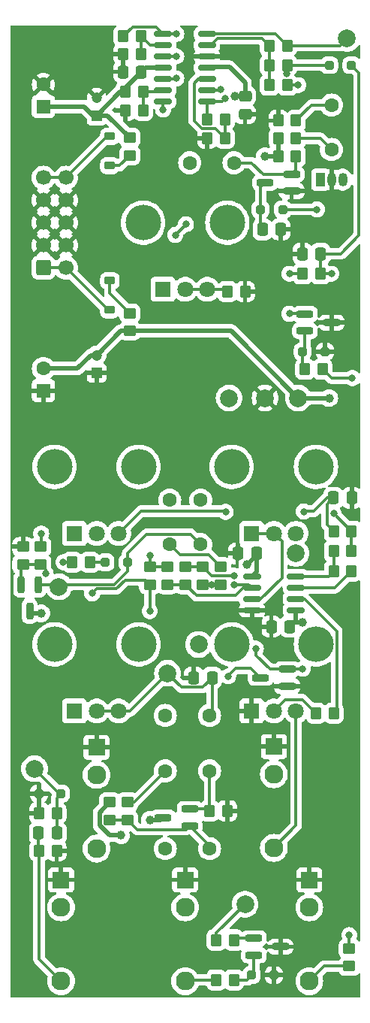
<source format=gbl>
G04 #@! TF.GenerationSoftware,KiCad,Pcbnew,8.0.2-1*
G04 #@! TF.CreationDate,2024-09-28T09:27:31+02:00*
G04 #@! TF.ProjectId,encore,656e636f-7265-42e6-9b69-6361645f7063,rev?*
G04 #@! TF.SameCoordinates,Original*
G04 #@! TF.FileFunction,Copper,L2,Bot*
G04 #@! TF.FilePolarity,Positive*
%FSLAX46Y46*%
G04 Gerber Fmt 4.6, Leading zero omitted, Abs format (unit mm)*
G04 Created by KiCad (PCBNEW 8.0.2-1) date 2024-09-28 09:27:31*
%MOMM*%
%LPD*%
G01*
G04 APERTURE LIST*
G04 Aperture macros list*
%AMRoundRect*
0 Rectangle with rounded corners*
0 $1 Rounding radius*
0 $2 $3 $4 $5 $6 $7 $8 $9 X,Y pos of 4 corners*
0 Add a 4 corners polygon primitive as box body*
4,1,4,$2,$3,$4,$5,$6,$7,$8,$9,$2,$3,0*
0 Add four circle primitives for the rounded corners*
1,1,$1+$1,$2,$3*
1,1,$1+$1,$4,$5*
1,1,$1+$1,$6,$7*
1,1,$1+$1,$8,$9*
0 Add four rect primitives between the rounded corners*
20,1,$1+$1,$2,$3,$4,$5,0*
20,1,$1+$1,$4,$5,$6,$7,0*
20,1,$1+$1,$6,$7,$8,$9,0*
20,1,$1+$1,$8,$9,$2,$3,0*%
G04 Aperture macros list end*
G04 #@! TA.AperFunction,SMDPad,CuDef*
%ADD10RoundRect,0.250000X-0.250000X-0.250000X0.250000X-0.250000X0.250000X0.250000X-0.250000X0.250000X0*%
G04 #@! TD*
G04 #@! TA.AperFunction,SMDPad,CuDef*
%ADD11RoundRect,0.250000X0.250000X0.250000X-0.250000X0.250000X-0.250000X-0.250000X0.250000X-0.250000X0*%
G04 #@! TD*
G04 #@! TA.AperFunction,ComponentPad*
%ADD12O,4.000000X4.000000*%
G04 #@! TD*
G04 #@! TA.AperFunction,ComponentPad*
%ADD13R,1.800000X1.800000*%
G04 #@! TD*
G04 #@! TA.AperFunction,ComponentPad*
%ADD14C,1.800000*%
G04 #@! TD*
G04 #@! TA.AperFunction,ComponentPad*
%ADD15R,1.930000X1.830000*%
G04 #@! TD*
G04 #@! TA.AperFunction,ComponentPad*
%ADD16C,2.130000*%
G04 #@! TD*
G04 #@! TA.AperFunction,SMDPad,CuDef*
%ADD17RoundRect,0.250000X0.337500X0.475000X-0.337500X0.475000X-0.337500X-0.475000X0.337500X-0.475000X0*%
G04 #@! TD*
G04 #@! TA.AperFunction,SMDPad,CuDef*
%ADD18RoundRect,0.250000X0.450000X-0.350000X0.450000X0.350000X-0.450000X0.350000X-0.450000X-0.350000X0*%
G04 #@! TD*
G04 #@! TA.AperFunction,ComponentPad*
%ADD19C,1.600000*%
G04 #@! TD*
G04 #@! TA.AperFunction,ComponentPad*
%ADD20RoundRect,0.250000X-0.600000X-0.600000X0.600000X-0.600000X0.600000X0.600000X-0.600000X0.600000X0*%
G04 #@! TD*
G04 #@! TA.AperFunction,ComponentPad*
%ADD21C,1.700000*%
G04 #@! TD*
G04 #@! TA.AperFunction,SMDPad,CuDef*
%ADD22RoundRect,0.250000X-0.450000X0.350000X-0.450000X-0.350000X0.450000X-0.350000X0.450000X0.350000X0*%
G04 #@! TD*
G04 #@! TA.AperFunction,SMDPad,CuDef*
%ADD23RoundRect,0.250000X-0.337500X-0.475000X0.337500X-0.475000X0.337500X0.475000X-0.337500X0.475000X0*%
G04 #@! TD*
G04 #@! TA.AperFunction,SMDPad,CuDef*
%ADD24RoundRect,0.250000X-0.350000X-0.450000X0.350000X-0.450000X0.350000X0.450000X-0.350000X0.450000X0*%
G04 #@! TD*
G04 #@! TA.AperFunction,SMDPad,CuDef*
%ADD25RoundRect,0.250000X0.350000X0.450000X-0.350000X0.450000X-0.350000X-0.450000X0.350000X-0.450000X0*%
G04 #@! TD*
G04 #@! TA.AperFunction,ComponentPad*
%ADD26R,1.600000X1.600000*%
G04 #@! TD*
G04 #@! TA.AperFunction,SMDPad,CuDef*
%ADD27RoundRect,0.200000X-0.750000X-0.200000X0.750000X-0.200000X0.750000X0.200000X-0.750000X0.200000X0*%
G04 #@! TD*
G04 #@! TA.AperFunction,ComponentPad*
%ADD28C,2.000000*%
G04 #@! TD*
G04 #@! TA.AperFunction,SMDPad,CuDef*
%ADD29RoundRect,0.225000X0.375000X-0.225000X0.375000X0.225000X-0.375000X0.225000X-0.375000X-0.225000X0*%
G04 #@! TD*
G04 #@! TA.AperFunction,SMDPad,CuDef*
%ADD30RoundRect,0.200000X0.750000X0.200000X-0.750000X0.200000X-0.750000X-0.200000X0.750000X-0.200000X0*%
G04 #@! TD*
G04 #@! TA.AperFunction,SMDPad,CuDef*
%ADD31RoundRect,0.150000X0.825000X0.150000X-0.825000X0.150000X-0.825000X-0.150000X0.825000X-0.150000X0*%
G04 #@! TD*
G04 #@! TA.AperFunction,SMDPad,CuDef*
%ADD32RoundRect,0.250000X0.475000X-0.337500X0.475000X0.337500X-0.475000X0.337500X-0.475000X-0.337500X0*%
G04 #@! TD*
G04 #@! TA.AperFunction,ComponentPad*
%ADD33R,1.200000X1.200000*%
G04 #@! TD*
G04 #@! TA.AperFunction,ComponentPad*
%ADD34C,1.200000*%
G04 #@! TD*
G04 #@! TA.AperFunction,SMDPad,CuDef*
%ADD35RoundRect,0.150000X-0.825000X-0.150000X0.825000X-0.150000X0.825000X0.150000X-0.825000X0.150000X0*%
G04 #@! TD*
G04 #@! TA.AperFunction,SMDPad,CuDef*
%ADD36RoundRect,0.200000X-0.200000X0.750000X-0.200000X-0.750000X0.200000X-0.750000X0.200000X0.750000X0*%
G04 #@! TD*
G04 #@! TA.AperFunction,ComponentPad*
%ADD37R,1.050000X1.500000*%
G04 #@! TD*
G04 #@! TA.AperFunction,ComponentPad*
%ADD38O,1.050000X1.500000*%
G04 #@! TD*
G04 #@! TA.AperFunction,ViaPad*
%ADD39C,1.000000*%
G04 #@! TD*
G04 #@! TA.AperFunction,ViaPad*
%ADD40C,0.800000*%
G04 #@! TD*
G04 #@! TA.AperFunction,Conductor*
%ADD41C,0.500000*%
G04 #@! TD*
G04 #@! TA.AperFunction,Conductor*
%ADD42C,0.300000*%
G04 #@! TD*
G04 APERTURE END LIST*
D10*
X77500000Y-157250000D03*
X80000000Y-157250000D03*
D11*
X56000000Y-136800000D03*
X53500000Y-136800000D03*
D12*
X75250000Y-120000000D03*
X84750000Y-120000000D03*
D13*
X77500000Y-127500000D03*
D14*
X80000000Y-127500000D03*
X82500000Y-127500000D03*
D15*
X80000000Y-131520000D03*
D16*
X80000000Y-142920000D03*
X80000000Y-134620000D03*
D12*
X75250000Y-100000000D03*
X84750000Y-100000000D03*
D13*
X77500000Y-107500000D03*
D14*
X80000000Y-107500000D03*
X82500000Y-107500000D03*
D15*
X60000000Y-131600000D03*
D16*
X60000000Y-143000000D03*
X60000000Y-134700000D03*
D12*
X55250000Y-120000000D03*
X64750000Y-120000000D03*
D13*
X57500000Y-127500000D03*
D14*
X60000000Y-127500000D03*
X62500000Y-127500000D03*
D12*
X65250000Y-72500000D03*
X74750000Y-72500000D03*
D13*
X67500000Y-80000000D03*
D14*
X70000000Y-80000000D03*
X72500000Y-80000000D03*
D12*
X55250000Y-100000000D03*
X64750000Y-100000000D03*
D13*
X57500000Y-107500000D03*
D14*
X60000000Y-107500000D03*
X62500000Y-107500000D03*
D15*
X56000000Y-146520000D03*
D16*
X56000000Y-157920000D03*
X56000000Y-149620000D03*
D15*
X70000000Y-146520000D03*
D16*
X70000000Y-157920000D03*
X70000000Y-149620000D03*
D15*
X84000000Y-146520000D03*
D16*
X84000000Y-157920000D03*
X84000000Y-149620000D03*
D17*
X78037500Y-109750000D03*
X75962500Y-109750000D03*
D11*
X88750000Y-54750000D03*
X86250000Y-54750000D03*
D18*
X61500000Y-139750000D03*
X61500000Y-137750000D03*
D19*
X70500000Y-65750000D03*
X75500000Y-65750000D03*
X67750000Y-134250000D03*
X72750000Y-134250000D03*
D20*
X54000000Y-77580000D03*
D21*
X56540000Y-77580000D03*
X54000000Y-75040000D03*
X56540000Y-75040000D03*
X54000000Y-72500000D03*
X56540000Y-72500000D03*
X54000000Y-69960000D03*
X56540000Y-69960000D03*
X54000000Y-67420000D03*
X56540000Y-67420000D03*
D22*
X88500000Y-154250000D03*
X88500000Y-156250000D03*
D23*
X53462500Y-141250000D03*
X55537500Y-141250000D03*
D24*
X83500000Y-89000000D03*
X85500000Y-89000000D03*
D25*
X74500000Y-63000000D03*
X72500000Y-63000000D03*
D26*
X54000000Y-91420000D03*
D19*
X54000000Y-88920000D03*
X72750000Y-128000000D03*
X67750000Y-128000000D03*
D27*
X83500000Y-84700000D03*
X83500000Y-82800000D03*
X86500000Y-83750000D03*
D18*
X53700000Y-111000000D03*
X53700000Y-109000000D03*
D10*
X83250000Y-87000000D03*
X85750000Y-87000000D03*
D28*
X76750000Y-149250000D03*
D24*
X79500000Y-54750000D03*
X81500000Y-54750000D03*
D22*
X68000000Y-111250000D03*
X68000000Y-113250000D03*
D25*
X81500000Y-57000000D03*
X79500000Y-57000000D03*
X88750000Y-107250000D03*
X86750000Y-107250000D03*
D28*
X88250000Y-51750000D03*
D29*
X61500000Y-82320000D03*
X61500000Y-79020000D03*
D18*
X63750000Y-64920000D03*
X63750000Y-62920000D03*
D23*
X79712500Y-118000000D03*
X81787500Y-118000000D03*
X78712500Y-73250000D03*
X80787500Y-73250000D03*
D22*
X51700000Y-109000000D03*
X51700000Y-111000000D03*
D30*
X81500000Y-122800000D03*
X81500000Y-124700000D03*
X78500000Y-123750000D03*
D18*
X63500000Y-139750000D03*
X63500000Y-137750000D03*
D31*
X82475000Y-112345000D03*
X82475000Y-113615000D03*
X82475000Y-114885000D03*
X82475000Y-116155000D03*
X77525000Y-116155000D03*
X77525000Y-114885000D03*
X77525000Y-113615000D03*
X77525000Y-112345000D03*
D25*
X82500000Y-65000000D03*
X80500000Y-65000000D03*
D22*
X72000000Y-111250000D03*
X72000000Y-113250000D03*
D26*
X54000000Y-59420000D03*
D19*
X54000000Y-56920000D03*
D28*
X79000000Y-92250000D03*
X55750000Y-113500000D03*
D22*
X63750000Y-82690000D03*
X63750000Y-84690000D03*
D25*
X55500000Y-139000000D03*
X53500000Y-139000000D03*
D10*
X61000000Y-110750000D03*
X63500000Y-110750000D03*
D28*
X74950000Y-92250000D03*
D32*
X76750000Y-60287500D03*
X76750000Y-58212500D03*
D25*
X74500000Y-60850000D03*
X72500000Y-60850000D03*
D28*
X53000000Y-134000000D03*
X68000000Y-123250000D03*
D22*
X74000000Y-111250000D03*
X74000000Y-113250000D03*
D17*
X85287500Y-76000000D03*
X83212500Y-76000000D03*
D10*
X78500000Y-71000000D03*
X81000000Y-71000000D03*
D19*
X86500000Y-64250000D03*
X86500000Y-59250000D03*
D24*
X63250000Y-59850000D03*
X65250000Y-59850000D03*
D33*
X60000000Y-60420000D03*
D34*
X60000000Y-58420000D03*
D24*
X53500000Y-143250000D03*
X55500000Y-143250000D03*
X73500000Y-153300000D03*
X75500000Y-153300000D03*
D19*
X71750000Y-103750000D03*
X71750000Y-108750000D03*
D35*
X67500000Y-58850000D03*
X67500000Y-57580000D03*
X67500000Y-56310000D03*
X67500000Y-55040000D03*
X67500000Y-53770000D03*
X67500000Y-52500000D03*
X67500000Y-51230000D03*
X72450000Y-51230000D03*
X72450000Y-52500000D03*
X72450000Y-53770000D03*
X72450000Y-55040000D03*
X72450000Y-56310000D03*
X72450000Y-57580000D03*
X72450000Y-58850000D03*
D25*
X88750000Y-109500000D03*
X86750000Y-109500000D03*
D24*
X79500000Y-52550000D03*
X81500000Y-52550000D03*
X80500000Y-63000000D03*
X82500000Y-63000000D03*
X63000000Y-53500000D03*
X65000000Y-53500000D03*
D29*
X61500000Y-66070000D03*
X61500000Y-62770000D03*
D28*
X71500000Y-120000000D03*
D36*
X51500000Y-113250000D03*
X53400000Y-113250000D03*
X52450000Y-116250000D03*
D25*
X65000000Y-51500000D03*
X63000000Y-51500000D03*
D33*
X60000000Y-89420000D03*
D34*
X60000000Y-87420000D03*
D24*
X86750000Y-111750000D03*
X88750000Y-111750000D03*
D37*
X85230000Y-67640000D03*
D38*
X86500000Y-67640000D03*
X87770000Y-67640000D03*
D25*
X65250000Y-57750000D03*
X63250000Y-57750000D03*
D24*
X72750000Y-138750000D03*
X74750000Y-138750000D03*
D23*
X86712500Y-103500000D03*
X88787500Y-103500000D03*
D30*
X82000000Y-67050000D03*
X82000000Y-68950000D03*
X79000000Y-68000000D03*
X70500000Y-138550000D03*
X70500000Y-140450000D03*
X67500000Y-139500000D03*
D28*
X82500000Y-109750000D03*
D24*
X57250000Y-110750000D03*
X59250000Y-110750000D03*
D18*
X66000000Y-113250000D03*
X66000000Y-111250000D03*
X70000000Y-113250000D03*
X70000000Y-111250000D03*
D17*
X73037500Y-123750000D03*
X70962500Y-123750000D03*
D19*
X68250000Y-108750000D03*
X68250000Y-103750000D03*
D17*
X65037500Y-55500000D03*
X62962500Y-55500000D03*
D28*
X82750000Y-92250000D03*
D25*
X75500000Y-157800000D03*
X73500000Y-157800000D03*
X85250000Y-78250000D03*
X83250000Y-78250000D03*
X82500000Y-61000000D03*
X80500000Y-61000000D03*
D27*
X77750000Y-155000000D03*
X77750000Y-153100000D03*
X80750000Y-154050000D03*
D25*
X86750000Y-127750000D03*
X84750000Y-127750000D03*
D19*
X72750000Y-143000000D03*
X67750000Y-143000000D03*
D25*
X76750000Y-80250000D03*
X74750000Y-80250000D03*
D39*
X53750000Y-116500000D03*
X66000000Y-139750000D03*
X77000000Y-111000000D03*
X79000000Y-65000000D03*
X75571217Y-58249999D03*
X86250000Y-92250000D03*
X62750000Y-141500000D03*
X83250000Y-117500000D03*
D40*
X69000000Y-56250000D03*
X69000000Y-53750000D03*
X69000000Y-51250000D03*
X84850000Y-71000000D03*
X66000000Y-110000000D03*
X82750000Y-57000000D03*
X86500000Y-78250000D03*
X86750000Y-105250000D03*
X83250000Y-122750000D03*
X77969669Y-120469669D03*
X59500000Y-114250000D03*
X66000000Y-116250000D03*
X74844669Y-123594669D03*
X75500000Y-112250000D03*
X74000000Y-57500000D03*
X73000000Y-113250000D03*
X70083453Y-72666547D03*
X81406270Y-55700000D03*
X68875000Y-73875000D03*
X74500000Y-58500000D03*
X74567032Y-105067032D03*
X83370405Y-105029595D03*
X88850000Y-90000000D03*
X54250000Y-112000000D03*
X81750000Y-78250000D03*
X81750000Y-82750000D03*
X67500000Y-59750000D03*
X53750000Y-107500000D03*
X75500000Y-113250000D03*
X56250000Y-110750000D03*
X88500000Y-152750000D03*
D41*
X66000000Y-139750000D02*
X67250000Y-139750000D01*
X59580000Y-60420000D02*
X58580000Y-59420000D01*
X61250000Y-60420000D02*
X60000000Y-60420000D01*
X80500000Y-65000000D02*
X80500000Y-63000000D01*
X63250000Y-57287500D02*
X65037500Y-55500000D01*
X65497500Y-55040000D02*
X65037500Y-55500000D01*
X58580000Y-59420000D02*
X54000000Y-59420000D01*
X79000000Y-65000000D02*
X80500000Y-65000000D01*
X78037500Y-109962500D02*
X78037500Y-109750000D01*
X62670000Y-57750000D02*
X60000000Y-60420000D01*
X77000000Y-111000000D02*
X78037500Y-109962500D01*
X63250000Y-57750000D02*
X63250000Y-57287500D01*
X67250000Y-139750000D02*
X67500000Y-139500000D01*
X78037500Y-109750000D02*
X78037500Y-111832500D01*
X53750000Y-116500000D02*
X52700000Y-116500000D01*
X63750000Y-62920000D02*
X61250000Y-60420000D01*
X52700000Y-116500000D02*
X52450000Y-116250000D01*
X78037500Y-111832500D02*
X77525000Y-112345000D01*
X67500000Y-55040000D02*
X65497500Y-55040000D01*
X60000000Y-60420000D02*
X59580000Y-60420000D01*
X63250000Y-57750000D02*
X62670000Y-57750000D01*
X76712501Y-58249999D02*
X76750000Y-58212500D01*
X82750000Y-92250000D02*
X86250000Y-92250000D01*
X76750000Y-58212500D02*
X76750000Y-56712500D01*
X75190000Y-84690000D02*
X63750000Y-84690000D01*
X75571217Y-58249999D02*
X76712501Y-58249999D01*
X82750000Y-92250000D02*
X75190000Y-84690000D01*
X75000000Y-54962500D02*
X72527500Y-54962500D01*
X61453122Y-141500000D02*
X60350000Y-140396878D01*
X60350000Y-138900000D02*
X61500000Y-137750000D01*
X59330000Y-87420000D02*
X57830000Y-88920000D01*
X62750000Y-141500000D02*
X61453122Y-141500000D01*
X82287500Y-117500000D02*
X81787500Y-118000000D01*
X60000000Y-87420000D02*
X59330000Y-87420000D01*
X60350000Y-140396878D02*
X60350000Y-138900000D01*
X82475000Y-117312500D02*
X81787500Y-118000000D01*
X76750000Y-56712500D02*
X75000000Y-54962500D01*
X83250000Y-117500000D02*
X82287500Y-117500000D01*
X82475000Y-116155000D02*
X82475000Y-117312500D01*
X72527500Y-54962500D02*
X72450000Y-55040000D01*
X57830000Y-88920000D02*
X54000000Y-88920000D01*
X62730000Y-84690000D02*
X60000000Y-87420000D01*
X63750000Y-84690000D02*
X62730000Y-84690000D01*
D42*
X62600000Y-66070000D02*
X63750000Y-64920000D01*
X61500000Y-66070000D02*
X62600000Y-66070000D01*
X54000000Y-77580000D02*
X56540000Y-77580000D01*
X61280000Y-82320000D02*
X61500000Y-82320000D01*
X56540000Y-77580000D02*
X61280000Y-82320000D01*
X55537500Y-139037500D02*
X55500000Y-139000000D01*
X56000000Y-136800000D02*
X55800000Y-136800000D01*
X55800000Y-136800000D02*
X53000000Y-134000000D01*
X68940000Y-56310000D02*
X69000000Y-56250000D01*
X55500000Y-137300000D02*
X56000000Y-136800000D01*
X55500000Y-139000000D02*
X55500000Y-137300000D01*
X67500000Y-56310000D02*
X68940000Y-56310000D01*
X55537500Y-141250000D02*
X55537500Y-139037500D01*
X84250000Y-59250000D02*
X82500000Y-61000000D01*
X86500000Y-59250000D02*
X84250000Y-59250000D01*
X67500000Y-53770000D02*
X68980000Y-53770000D01*
X68980000Y-53770000D02*
X69000000Y-53750000D01*
X79000000Y-68000000D02*
X78500000Y-68500000D01*
X78500000Y-71000000D02*
X78500000Y-73037500D01*
X78500000Y-68500000D02*
X78500000Y-71000000D01*
X78500000Y-73037500D02*
X78712500Y-73250000D01*
X66720000Y-50450000D02*
X64050000Y-50450000D01*
X67500000Y-51230000D02*
X68980000Y-51230000D01*
X64050000Y-50450000D02*
X63000000Y-51500000D01*
X67500000Y-51230000D02*
X66720000Y-50450000D01*
X68980000Y-51230000D02*
X69000000Y-51250000D01*
X73037500Y-127712500D02*
X72750000Y-128000000D01*
X71962500Y-124825000D02*
X73037500Y-123750000D01*
X73037500Y-123750000D02*
X73037500Y-127712500D01*
X63750000Y-127500000D02*
X62500000Y-127500000D01*
X84850000Y-71000000D02*
X81000000Y-71000000D01*
X68000000Y-123250000D02*
X63750000Y-127500000D01*
X68000000Y-123250000D02*
X69575000Y-124825000D01*
X62500000Y-127500000D02*
X60000000Y-127500000D01*
X69575000Y-124825000D02*
X71962500Y-124825000D01*
X83250000Y-87000000D02*
X83250000Y-88750000D01*
X83250000Y-88750000D02*
X83500000Y-89000000D01*
X83500000Y-84700000D02*
X83500000Y-86750000D01*
X83500000Y-86750000D02*
X83250000Y-87000000D01*
X66000000Y-110000000D02*
X66000000Y-111250000D01*
X66000000Y-111250000D02*
X68000000Y-111250000D01*
X72750000Y-134250000D02*
X72750000Y-138750000D01*
X72550000Y-138550000D02*
X72750000Y-138750000D01*
X70500000Y-138550000D02*
X72550000Y-138550000D01*
X61500000Y-139750000D02*
X63500000Y-139750000D01*
X64600000Y-140850000D02*
X63500000Y-139750000D01*
X72750000Y-142700000D02*
X72750000Y-143000000D01*
X70500000Y-140450000D02*
X70100000Y-140850000D01*
X70500000Y-140450000D02*
X72750000Y-142700000D01*
X70100000Y-140850000D02*
X64600000Y-140850000D01*
X82750000Y-57000000D02*
X81500000Y-57000000D01*
X77750000Y-155000000D02*
X77750000Y-157000000D01*
X76950000Y-157800000D02*
X77500000Y-157250000D01*
X75500000Y-157800000D02*
X76950000Y-157800000D01*
X77750000Y-157000000D02*
X77500000Y-157250000D01*
X85287500Y-76000000D02*
X85287500Y-78212500D01*
X87537500Y-76000000D02*
X85287500Y-76000000D01*
X89600000Y-73937500D02*
X87537500Y-76000000D01*
X86500000Y-78250000D02*
X85250000Y-78250000D01*
X85287500Y-78212500D02*
X85250000Y-78250000D01*
X88750000Y-54750000D02*
X89600000Y-55600000D01*
X89600000Y-55600000D02*
X89600000Y-73937500D01*
X59250000Y-110750000D02*
X61000000Y-110750000D01*
X82500000Y-140420000D02*
X82500000Y-127500000D01*
X80000000Y-142920000D02*
X82500000Y-140420000D01*
X88500000Y-156250000D02*
X85670000Y-156250000D01*
X85670000Y-156250000D02*
X84000000Y-157920000D01*
X85250000Y-63000000D02*
X86500000Y-64250000D01*
X82500000Y-63000000D02*
X85250000Y-63000000D01*
X81550000Y-122750000D02*
X81500000Y-122800000D01*
X88750000Y-109500000D02*
X88750000Y-107250000D01*
X86750000Y-105250000D02*
X88750000Y-107250000D01*
X79550000Y-122800000D02*
X81500000Y-122800000D01*
X77969669Y-120469669D02*
X77969669Y-121219669D01*
X77969669Y-121219669D02*
X79550000Y-122800000D01*
X83250000Y-122750000D02*
X81550000Y-122750000D01*
X62207106Y-113750000D02*
X63207106Y-112750000D01*
X59500000Y-114250000D02*
X60000000Y-113750000D01*
X65500000Y-112750000D02*
X66000000Y-113250000D01*
X74844669Y-123594669D02*
X74844669Y-123505331D01*
X74844669Y-123505331D02*
X75675000Y-122675000D01*
X77425000Y-122675000D02*
X78500000Y-123750000D01*
X75675000Y-122675000D02*
X77425000Y-122675000D01*
X60000000Y-113750000D02*
X62207106Y-113750000D01*
X66000000Y-116250000D02*
X66000000Y-113250000D01*
X63207106Y-112750000D02*
X65500000Y-112750000D01*
X71475001Y-56310000D02*
X72450000Y-56310000D01*
X74500000Y-63000000D02*
X73400000Y-61900000D01*
X71000000Y-56785001D02*
X71475001Y-56310000D01*
X73400000Y-61900000D02*
X71894544Y-61900000D01*
X71000000Y-61005456D02*
X71000000Y-56785001D01*
X74500000Y-60850000D02*
X74500000Y-63000000D01*
X71894544Y-61900000D02*
X71000000Y-61005456D01*
X77525000Y-114885000D02*
X78499999Y-114885000D01*
X72000000Y-111250000D02*
X70000000Y-111250000D01*
X80900000Y-112484999D02*
X80900000Y-108400000D01*
X80900000Y-108400000D02*
X80000000Y-107500000D01*
X73000000Y-112250000D02*
X72000000Y-111250000D01*
X75500000Y-112250000D02*
X73000000Y-112250000D01*
X78499999Y-114885000D02*
X80900000Y-112484999D01*
X80000000Y-107500000D02*
X77500000Y-107500000D01*
X86750000Y-109500000D02*
X86750000Y-111750000D01*
X86155000Y-112345000D02*
X86750000Y-111750000D01*
X82475000Y-112345000D02*
X86155000Y-112345000D01*
X82475000Y-113615000D02*
X86885000Y-113615000D01*
X86885000Y-113615000D02*
X88750000Y-111750000D01*
X83449999Y-114885000D02*
X87100000Y-118535001D01*
X87100000Y-118535001D02*
X87100000Y-127400000D01*
X87100000Y-127400000D02*
X86750000Y-127750000D01*
X82475000Y-114885000D02*
X83449999Y-114885000D01*
X79500000Y-52550000D02*
X79500000Y-54750000D01*
X72866262Y-52500000D02*
X72450000Y-52500000D01*
X73636262Y-51730000D02*
X72866262Y-52500000D01*
X79500000Y-52550000D02*
X78680000Y-51730000D01*
X79500000Y-54750000D02*
X79500000Y-57000000D01*
X78680000Y-51730000D02*
X73636262Y-51730000D01*
X73920000Y-57580000D02*
X74000000Y-57500000D01*
X72650000Y-109900000D02*
X69400000Y-109900000D01*
X69400000Y-109900000D02*
X68250000Y-108750000D01*
X74000000Y-111250000D02*
X72650000Y-109900000D01*
X72450000Y-57580000D02*
X73920000Y-57580000D01*
X65250000Y-57750000D02*
X67330000Y-57750000D01*
X67330000Y-57750000D02*
X67500000Y-57580000D01*
X65250000Y-59850000D02*
X65250000Y-57750000D01*
X65000000Y-51500000D02*
X66000000Y-52500000D01*
X65000000Y-53500000D02*
X65000000Y-51500000D01*
X66000000Y-52500000D02*
X67500000Y-52500000D01*
X53500000Y-143250000D02*
X53500000Y-155420000D01*
X53500000Y-155420000D02*
X56000000Y-157920000D01*
X53462500Y-141250000D02*
X53462500Y-143212500D01*
X53462500Y-143212500D02*
X53500000Y-143250000D01*
X82500000Y-66550000D02*
X82000000Y-67050000D01*
X78800000Y-67050000D02*
X77500000Y-65750000D01*
X82500000Y-65000000D02*
X82500000Y-66550000D01*
X77500000Y-65750000D02*
X75500000Y-65750000D01*
X82000000Y-67050000D02*
X78800000Y-67050000D01*
X62000000Y-113250000D02*
X63500000Y-111750000D01*
X65650000Y-107600000D02*
X70600000Y-107600000D01*
X72450000Y-58850000D02*
X74150000Y-58850000D01*
X53400000Y-113250000D02*
X57250000Y-113250000D01*
X68875000Y-73875000D02*
X70083453Y-72666547D01*
X72500000Y-60850000D02*
X72500000Y-58900000D01*
X63500000Y-109750000D02*
X65650000Y-107600000D01*
X63500000Y-111750000D02*
X63500000Y-110750000D01*
X70600000Y-107600000D02*
X71750000Y-108750000D01*
X57250000Y-113250000D02*
X62000000Y-113250000D01*
X63500000Y-110750000D02*
X63500000Y-109750000D01*
X81406270Y-55700000D02*
X81406270Y-54843730D01*
X72500000Y-58900000D02*
X72450000Y-58850000D01*
X81500000Y-54750000D02*
X86250000Y-54750000D01*
X81406270Y-54843730D02*
X81500000Y-54750000D01*
X74000000Y-113250000D02*
X73000000Y-113250000D01*
X73000000Y-113250000D02*
X72000000Y-113250000D01*
X74150000Y-58850000D02*
X74500000Y-58500000D01*
X64250000Y-137750000D02*
X67750000Y-134250000D01*
X63500000Y-137750000D02*
X64250000Y-137750000D01*
X86000000Y-103500000D02*
X86712500Y-103500000D01*
X65000000Y-105000000D02*
X62500000Y-107500000D01*
X83400000Y-105000000D02*
X83370405Y-105029595D01*
X84500000Y-105000000D02*
X86000000Y-103500000D01*
X86000000Y-106500000D02*
X86750000Y-107250000D01*
X65000000Y-105000000D02*
X74500000Y-105000000D01*
X84500000Y-105000000D02*
X83400000Y-105000000D01*
X74500000Y-105000000D02*
X74567032Y-105067032D01*
X86712500Y-103500000D02*
X86000000Y-104212500D01*
X86000000Y-104212500D02*
X86000000Y-106500000D01*
X61500000Y-62770000D02*
X61190000Y-62770000D01*
X61190000Y-62770000D02*
X56540000Y-67420000D01*
X56540000Y-67420000D02*
X54000000Y-67420000D01*
X61500000Y-80440000D02*
X63750000Y-82690000D01*
X61500000Y-79020000D02*
X61500000Y-80440000D01*
X88850000Y-90000000D02*
X86500000Y-90000000D01*
X86500000Y-90000000D02*
X85500000Y-89000000D01*
X75700000Y-153100000D02*
X75500000Y-153300000D01*
X77750000Y-153100000D02*
X75700000Y-153100000D01*
X51700000Y-111000000D02*
X53700000Y-111000000D01*
X73500000Y-152500000D02*
X76750000Y-149250000D01*
X54250000Y-112000000D02*
X54250000Y-111550000D01*
X51500000Y-111200000D02*
X51700000Y-111000000D01*
X54250000Y-111550000D02*
X53700000Y-111000000D01*
X51500000Y-113250000D02*
X51500000Y-111200000D01*
X73500000Y-153300000D02*
X73500000Y-152500000D01*
X83250000Y-78250000D02*
X81750000Y-78250000D01*
X83450000Y-82750000D02*
X83500000Y-82800000D01*
X83250000Y-82550000D02*
X83500000Y-82800000D01*
X81750000Y-82750000D02*
X83450000Y-82750000D01*
X67500000Y-59750000D02*
X67500000Y-58850000D01*
X53750000Y-108950000D02*
X53700000Y-109000000D01*
X53750000Y-107500000D02*
X53750000Y-108950000D01*
X76550001Y-113615000D02*
X75665001Y-114500000D01*
X77160000Y-113250000D02*
X77525000Y-113615000D01*
X75500000Y-113250000D02*
X77160000Y-113250000D01*
X77525000Y-113615000D02*
X76550001Y-113615000D01*
X70000000Y-113250000D02*
X68000000Y-113250000D01*
X71250000Y-114500000D02*
X70000000Y-113250000D01*
X75665001Y-114500000D02*
X71250000Y-114500000D01*
X70000000Y-80000000D02*
X72500000Y-80000000D01*
X74500000Y-80000000D02*
X74750000Y-80250000D01*
X72500000Y-80000000D02*
X74500000Y-80000000D01*
X81250000Y-126250000D02*
X83250000Y-126250000D01*
X80000000Y-127500000D02*
X81250000Y-126250000D01*
X83250000Y-126250000D02*
X84750000Y-127750000D01*
X57250000Y-110750000D02*
X56250000Y-110750000D01*
X80180000Y-51230000D02*
X81500000Y-52550000D01*
X72450000Y-51230000D02*
X80180000Y-51230000D01*
X88500000Y-152750000D02*
X88500000Y-154250000D01*
X81500000Y-52550000D02*
X87450000Y-52550000D01*
X87450000Y-52550000D02*
X88250000Y-51750000D01*
X70120000Y-157800000D02*
X70000000Y-157920000D01*
X73500000Y-157800000D02*
X70120000Y-157800000D01*
G04 #@! TA.AperFunction,Conductor*
G36*
X62155809Y-50270185D02*
G01*
X62201564Y-50322989D01*
X62211508Y-50392147D01*
X62182483Y-50455703D01*
X62176451Y-50462181D01*
X62057289Y-50581342D01*
X61965187Y-50730663D01*
X61965186Y-50730666D01*
X61910001Y-50897203D01*
X61910001Y-50897204D01*
X61910000Y-50897204D01*
X61899500Y-50999983D01*
X61899500Y-52000001D01*
X61899501Y-52000019D01*
X61910000Y-52102796D01*
X61910001Y-52102799D01*
X61947461Y-52215845D01*
X61965186Y-52269334D01*
X62057288Y-52418656D01*
X62057292Y-52418660D01*
X62061116Y-52423497D01*
X62087254Y-52488294D01*
X62074212Y-52556935D01*
X62061122Y-52577305D01*
X62057687Y-52581649D01*
X61965643Y-52730875D01*
X61965641Y-52730880D01*
X61910494Y-52897302D01*
X61910493Y-52897309D01*
X61900000Y-53000013D01*
X61900000Y-53250000D01*
X63126000Y-53250000D01*
X63193039Y-53269685D01*
X63238794Y-53322489D01*
X63250000Y-53374000D01*
X63250000Y-54654138D01*
X63230315Y-54721177D01*
X63213681Y-54741819D01*
X63212500Y-54743000D01*
X63212500Y-55626000D01*
X63192815Y-55693039D01*
X63140011Y-55738794D01*
X63088500Y-55750000D01*
X61875001Y-55750000D01*
X61875001Y-56024986D01*
X61885494Y-56127697D01*
X61940641Y-56294119D01*
X61940643Y-56294124D01*
X62032684Y-56443345D01*
X62156654Y-56567315D01*
X62279648Y-56643179D01*
X62326373Y-56695127D01*
X62337594Y-56764090D01*
X62311071Y-56825132D01*
X62311766Y-56825681D01*
X62307290Y-56831341D01*
X62215187Y-56980663D01*
X62215185Y-56980668D01*
X62160001Y-57147201D01*
X62160000Y-57147208D01*
X62158632Y-57160600D01*
X62132234Y-57225292D01*
X62122955Y-57235676D01*
X61247448Y-58111183D01*
X61186125Y-58144668D01*
X61116433Y-58139684D01*
X61060500Y-58097812D01*
X61040501Y-58057436D01*
X61030116Y-58020936D01*
X61030113Y-58020930D01*
X60939249Y-57838449D01*
X60939247Y-57838447D01*
X60937465Y-57836087D01*
X60294855Y-58478696D01*
X60300000Y-58459496D01*
X60300000Y-58380504D01*
X60279556Y-58304204D01*
X60240060Y-58235795D01*
X60184205Y-58179940D01*
X60115796Y-58140444D01*
X60039496Y-58120000D01*
X59960504Y-58120000D01*
X59884204Y-58140444D01*
X59815795Y-58179940D01*
X59759940Y-58235795D01*
X59720444Y-58304204D01*
X59700000Y-58380504D01*
X59700000Y-58459496D01*
X59705145Y-58478699D01*
X59062533Y-57836087D01*
X59060755Y-57838442D01*
X59060754Y-57838443D01*
X58969886Y-58020930D01*
X58969883Y-58020936D01*
X58914097Y-58217007D01*
X58914096Y-58217010D01*
X58895287Y-58419999D01*
X58895287Y-58420000D01*
X58908039Y-58557618D01*
X58894624Y-58626188D01*
X58846267Y-58676619D01*
X58778321Y-58692902D01*
X58760376Y-58690676D01*
X58653920Y-58669500D01*
X58653918Y-58669500D01*
X55422351Y-58669500D01*
X55355312Y-58649815D01*
X55309557Y-58597011D01*
X55299061Y-58558752D01*
X55294091Y-58512516D01*
X55243797Y-58377671D01*
X55243793Y-58377664D01*
X55157547Y-58262455D01*
X55157544Y-58262452D01*
X55042335Y-58176206D01*
X55042328Y-58176202D01*
X54907482Y-58125908D01*
X54907483Y-58125908D01*
X54847883Y-58119501D01*
X54847881Y-58119500D01*
X54847873Y-58119500D01*
X54847864Y-58119500D01*
X54844548Y-58119322D01*
X54844627Y-58117847D01*
X54783215Y-58099815D01*
X54737460Y-58047011D01*
X54729969Y-58003522D01*
X54046447Y-57320000D01*
X54052661Y-57320000D01*
X54154394Y-57292741D01*
X54245606Y-57240080D01*
X54320080Y-57165606D01*
X54372741Y-57074394D01*
X54400000Y-56972661D01*
X54400000Y-56966447D01*
X55079024Y-57645471D01*
X55130136Y-57572478D01*
X55170574Y-57485758D01*
X59419311Y-57485758D01*
X60000000Y-58066446D01*
X60000001Y-58066446D01*
X60580687Y-57485758D01*
X60492413Y-57431101D01*
X60492411Y-57431100D01*
X60302321Y-57357460D01*
X60101928Y-57320000D01*
X59898072Y-57320000D01*
X59697678Y-57357460D01*
X59507588Y-57431100D01*
X59507581Y-57431104D01*
X59419312Y-57485757D01*
X59419311Y-57485758D01*
X55170574Y-57485758D01*
X55226264Y-57366331D01*
X55226269Y-57366317D01*
X55285139Y-57146610D01*
X55285141Y-57146599D01*
X55304966Y-56920002D01*
X55304966Y-56919997D01*
X55285141Y-56693400D01*
X55285139Y-56693389D01*
X55226269Y-56473682D01*
X55226264Y-56473668D01*
X55130136Y-56267521D01*
X55130132Y-56267513D01*
X55079025Y-56194526D01*
X54400000Y-56873551D01*
X54400000Y-56867339D01*
X54372741Y-56765606D01*
X54320080Y-56674394D01*
X54245606Y-56599920D01*
X54154394Y-56547259D01*
X54052661Y-56520000D01*
X54046448Y-56520000D01*
X54725472Y-55840974D01*
X54652478Y-55789863D01*
X54446331Y-55693735D01*
X54446317Y-55693730D01*
X54226610Y-55634860D01*
X54226599Y-55634858D01*
X54000002Y-55615034D01*
X53999998Y-55615034D01*
X53773400Y-55634858D01*
X53773389Y-55634860D01*
X53553682Y-55693730D01*
X53553673Y-55693734D01*
X53347516Y-55789866D01*
X53347512Y-55789868D01*
X53274526Y-55840973D01*
X53274526Y-55840974D01*
X53953553Y-56520000D01*
X53947339Y-56520000D01*
X53845606Y-56547259D01*
X53754394Y-56599920D01*
X53679920Y-56674394D01*
X53627259Y-56765606D01*
X53600000Y-56867339D01*
X53600000Y-56873552D01*
X52920974Y-56194526D01*
X52920973Y-56194526D01*
X52869868Y-56267512D01*
X52869866Y-56267516D01*
X52773734Y-56473673D01*
X52773730Y-56473682D01*
X52714860Y-56693389D01*
X52714858Y-56693400D01*
X52695034Y-56919997D01*
X52695034Y-56920002D01*
X52714858Y-57146599D01*
X52714860Y-57146610D01*
X52773730Y-57366317D01*
X52773735Y-57366331D01*
X52869863Y-57572478D01*
X52920974Y-57645472D01*
X53600000Y-56966446D01*
X53600000Y-56972661D01*
X53627259Y-57074394D01*
X53679920Y-57165606D01*
X53754394Y-57240080D01*
X53845606Y-57292741D01*
X53947339Y-57320000D01*
X53953553Y-57320000D01*
X53269352Y-58004199D01*
X53259506Y-58053194D01*
X53210890Y-58103377D01*
X53155367Y-58118049D01*
X53155423Y-58119099D01*
X53155429Y-58119146D01*
X53155426Y-58119146D01*
X53155436Y-58119324D01*
X53152123Y-58119501D01*
X53092516Y-58125908D01*
X52957671Y-58176202D01*
X52957664Y-58176206D01*
X52842455Y-58262452D01*
X52842452Y-58262455D01*
X52756206Y-58377664D01*
X52756202Y-58377671D01*
X52705908Y-58512517D01*
X52699501Y-58572116D01*
X52699500Y-58572135D01*
X52699500Y-60267870D01*
X52699501Y-60267876D01*
X52705908Y-60327483D01*
X52756202Y-60462328D01*
X52756206Y-60462335D01*
X52842452Y-60577544D01*
X52842455Y-60577547D01*
X52957664Y-60663793D01*
X52957671Y-60663797D01*
X53092517Y-60714091D01*
X53092516Y-60714091D01*
X53099444Y-60714835D01*
X53152127Y-60720500D01*
X54847872Y-60720499D01*
X54907483Y-60714091D01*
X55042331Y-60663796D01*
X55157546Y-60577546D01*
X55243796Y-60462331D01*
X55294091Y-60327483D01*
X55299062Y-60281242D01*
X55325799Y-60216694D01*
X55383191Y-60176846D01*
X55422351Y-60170500D01*
X58217770Y-60170500D01*
X58284809Y-60190185D01*
X58305451Y-60206819D01*
X58863181Y-60764548D01*
X58896666Y-60825871D01*
X58899500Y-60852228D01*
X58899500Y-61067869D01*
X58899501Y-61067876D01*
X58905908Y-61127483D01*
X58956202Y-61262328D01*
X58956206Y-61262335D01*
X59042452Y-61377544D01*
X59042455Y-61377547D01*
X59157664Y-61463793D01*
X59157671Y-61463797D01*
X59292517Y-61514091D01*
X59292516Y-61514091D01*
X59299444Y-61514835D01*
X59352127Y-61520500D01*
X60647872Y-61520499D01*
X60707483Y-61514091D01*
X60842331Y-61463796D01*
X60957546Y-61377546D01*
X60957548Y-61377542D01*
X60963817Y-61371275D01*
X60966420Y-61373878D01*
X61008268Y-61342435D01*
X61077950Y-61337326D01*
X61139333Y-61370701D01*
X61376451Y-61607819D01*
X61409936Y-61669142D01*
X61404952Y-61738834D01*
X61363080Y-61794767D01*
X61297616Y-61819184D01*
X61288771Y-61819500D01*
X61076663Y-61819500D01*
X61076644Y-61819501D01*
X60977292Y-61829650D01*
X60977289Y-61829651D01*
X60816305Y-61882996D01*
X60816294Y-61883001D01*
X60671959Y-61972029D01*
X60671955Y-61972032D01*
X60552032Y-62091955D01*
X60552029Y-62091959D01*
X60463001Y-62236294D01*
X60462996Y-62236305D01*
X60409651Y-62397290D01*
X60399500Y-62496647D01*
X60399500Y-62589191D01*
X60379815Y-62656230D01*
X60363181Y-62676872D01*
X56967762Y-66072290D01*
X56906439Y-66105775D01*
X56847989Y-66104384D01*
X56775416Y-66084939D01*
X56775412Y-66084938D01*
X56775408Y-66084937D01*
X56775406Y-66084936D01*
X56775403Y-66084936D01*
X56540001Y-66064341D01*
X56539999Y-66064341D01*
X56304596Y-66084936D01*
X56304586Y-66084938D01*
X56076344Y-66146094D01*
X56076335Y-66146098D01*
X55862171Y-66245964D01*
X55862169Y-66245965D01*
X55668597Y-66381505D01*
X55501506Y-66548596D01*
X55383854Y-66716623D01*
X55329277Y-66760248D01*
X55282279Y-66769500D01*
X55257721Y-66769500D01*
X55190682Y-66749815D01*
X55156146Y-66716623D01*
X55038494Y-66548597D01*
X54871402Y-66381506D01*
X54871395Y-66381501D01*
X54677834Y-66245967D01*
X54677830Y-66245965D01*
X54663462Y-66239265D01*
X54463663Y-66146097D01*
X54463659Y-66146096D01*
X54463655Y-66146094D01*
X54235413Y-66084938D01*
X54235403Y-66084936D01*
X54000001Y-66064341D01*
X53999999Y-66064341D01*
X53764596Y-66084936D01*
X53764586Y-66084938D01*
X53536344Y-66146094D01*
X53536335Y-66146098D01*
X53322171Y-66245964D01*
X53322169Y-66245965D01*
X53128597Y-66381505D01*
X52961505Y-66548597D01*
X52825965Y-66742169D01*
X52825964Y-66742171D01*
X52726098Y-66956335D01*
X52726094Y-66956344D01*
X52664938Y-67184586D01*
X52664936Y-67184596D01*
X52644341Y-67419999D01*
X52644341Y-67420000D01*
X52664936Y-67655403D01*
X52664938Y-67655413D01*
X52726094Y-67883655D01*
X52726096Y-67883659D01*
X52726097Y-67883663D01*
X52813221Y-68070500D01*
X52825965Y-68097830D01*
X52825967Y-68097834D01*
X52893953Y-68194927D01*
X52961505Y-68291401D01*
X53128599Y-68458495D01*
X53314594Y-68588730D01*
X53358218Y-68643307D01*
X53365411Y-68712806D01*
X53333889Y-68775160D01*
X53314593Y-68791880D01*
X53238626Y-68845072D01*
X53238625Y-68845072D01*
X53870590Y-69477037D01*
X53807007Y-69494075D01*
X53692993Y-69559901D01*
X53599901Y-69652993D01*
X53534075Y-69767007D01*
X53517037Y-69830590D01*
X52885072Y-69198625D01*
X52826401Y-69282419D01*
X52726570Y-69496507D01*
X52726566Y-69496516D01*
X52665432Y-69724673D01*
X52665430Y-69724684D01*
X52644843Y-69959998D01*
X52644843Y-69960001D01*
X52665430Y-70195315D01*
X52665432Y-70195326D01*
X52726566Y-70423483D01*
X52726570Y-70423492D01*
X52826400Y-70637579D01*
X52826402Y-70637583D01*
X52885072Y-70721373D01*
X52885073Y-70721373D01*
X53517037Y-70089409D01*
X53534075Y-70152993D01*
X53599901Y-70267007D01*
X53692993Y-70360099D01*
X53807007Y-70425925D01*
X53870590Y-70442962D01*
X53238625Y-71074925D01*
X53315031Y-71128425D01*
X53358655Y-71183002D01*
X53365848Y-71252501D01*
X53334326Y-71314855D01*
X53315029Y-71331576D01*
X53238625Y-71385072D01*
X53870590Y-72017037D01*
X53807007Y-72034075D01*
X53692993Y-72099901D01*
X53599901Y-72192993D01*
X53534075Y-72307007D01*
X53517037Y-72370590D01*
X52885072Y-71738625D01*
X52826401Y-71822419D01*
X52726570Y-72036507D01*
X52726566Y-72036516D01*
X52665432Y-72264673D01*
X52665430Y-72264684D01*
X52644843Y-72499998D01*
X52644843Y-72500001D01*
X52665430Y-72735315D01*
X52665432Y-72735326D01*
X52726566Y-72963483D01*
X52726570Y-72963492D01*
X52826400Y-73177579D01*
X52826402Y-73177583D01*
X52885072Y-73261373D01*
X52885073Y-73261373D01*
X53517037Y-72629409D01*
X53534075Y-72692993D01*
X53599901Y-72807007D01*
X53692993Y-72900099D01*
X53807007Y-72965925D01*
X53870590Y-72982962D01*
X53238625Y-73614925D01*
X53315031Y-73668425D01*
X53358655Y-73723002D01*
X53365848Y-73792501D01*
X53334326Y-73854855D01*
X53315029Y-73871576D01*
X53238625Y-73925072D01*
X53870590Y-74557037D01*
X53807007Y-74574075D01*
X53692993Y-74639901D01*
X53599901Y-74732993D01*
X53534075Y-74847007D01*
X53517037Y-74910590D01*
X52885072Y-74278625D01*
X52826401Y-74362419D01*
X52726570Y-74576507D01*
X52726566Y-74576516D01*
X52665432Y-74804673D01*
X52665430Y-74804684D01*
X52644843Y-75039998D01*
X52644843Y-75040001D01*
X52665430Y-75275315D01*
X52665432Y-75275326D01*
X52726566Y-75503483D01*
X52726570Y-75503492D01*
X52826400Y-75717579D01*
X52826402Y-75717583D01*
X52885072Y-75801373D01*
X52885073Y-75801373D01*
X53517037Y-75169409D01*
X53534075Y-75232993D01*
X53599901Y-75347007D01*
X53692993Y-75440099D01*
X53807007Y-75505925D01*
X53870590Y-75522962D01*
X53234208Y-76159342D01*
X53223788Y-76211193D01*
X53175172Y-76261376D01*
X53153032Y-76271205D01*
X53080674Y-76295182D01*
X53080663Y-76295187D01*
X52931342Y-76387289D01*
X52807289Y-76511342D01*
X52715187Y-76660663D01*
X52715185Y-76660668D01*
X52698701Y-76710414D01*
X52660001Y-76827203D01*
X52660001Y-76827204D01*
X52660000Y-76827204D01*
X52649500Y-76929983D01*
X52649500Y-78230001D01*
X52649501Y-78230018D01*
X52660000Y-78332796D01*
X52660001Y-78332799D01*
X52710865Y-78486294D01*
X52715186Y-78499334D01*
X52807288Y-78648656D01*
X52931344Y-78772712D01*
X53080666Y-78864814D01*
X53247203Y-78919999D01*
X53349991Y-78930500D01*
X54650008Y-78930499D01*
X54752797Y-78919999D01*
X54919334Y-78864814D01*
X55068656Y-78772712D01*
X55192712Y-78648656D01*
X55284814Y-78499334D01*
X55287662Y-78490738D01*
X55327429Y-78433294D01*
X55391944Y-78406468D01*
X55460720Y-78418779D01*
X55497483Y-78447766D01*
X55497677Y-78447573D01*
X55499313Y-78449209D01*
X55500354Y-78450030D01*
X55501501Y-78451397D01*
X55501505Y-78451401D01*
X55668599Y-78618495D01*
X55711675Y-78648657D01*
X55862165Y-78754032D01*
X55862167Y-78754033D01*
X55862170Y-78754035D01*
X56076337Y-78853903D01*
X56076343Y-78853904D01*
X56076344Y-78853905D01*
X56090407Y-78857673D01*
X56304592Y-78915063D01*
X56481034Y-78930500D01*
X56539999Y-78935659D01*
X56540000Y-78935659D01*
X56540001Y-78935659D01*
X56598966Y-78930500D01*
X56775408Y-78915063D01*
X56847989Y-78895615D01*
X56917839Y-78897278D01*
X56967763Y-78927709D01*
X60363181Y-82323127D01*
X60396666Y-82384450D01*
X60399500Y-82410807D01*
X60399500Y-82593336D01*
X60399501Y-82593355D01*
X60409650Y-82692707D01*
X60409651Y-82692710D01*
X60462996Y-82853694D01*
X60463001Y-82853705D01*
X60552029Y-82998040D01*
X60552032Y-82998044D01*
X60671955Y-83117967D01*
X60671959Y-83117970D01*
X60816294Y-83206998D01*
X60816297Y-83206999D01*
X60816303Y-83207003D01*
X60977292Y-83260349D01*
X61076655Y-83270500D01*
X61923344Y-83270499D01*
X61923352Y-83270498D01*
X61923355Y-83270498D01*
X62020221Y-83260603D01*
X62022708Y-83260349D01*
X62183697Y-83207003D01*
X62328044Y-83117968D01*
X62347046Y-83098965D01*
X62408366Y-83065480D01*
X62478058Y-83070463D01*
X62533993Y-83112334D01*
X62558085Y-83174043D01*
X62560001Y-83192797D01*
X62560001Y-83192799D01*
X62615185Y-83359331D01*
X62615187Y-83359336D01*
X62626334Y-83377408D01*
X62697895Y-83493428D01*
X62707289Y-83508657D01*
X62800951Y-83602319D01*
X62834436Y-83663642D01*
X62829452Y-83733334D01*
X62800951Y-83777681D01*
X62707288Y-83871343D01*
X62707288Y-83871344D01*
X62694890Y-83891443D01*
X62642940Y-83938166D01*
X62613546Y-83947960D01*
X62511091Y-83968340D01*
X62511086Y-83968342D01*
X62374508Y-84024914D01*
X62374496Y-84024921D01*
X62325269Y-84057813D01*
X62251588Y-84107044D01*
X62251580Y-84107050D01*
X60075451Y-86283181D01*
X60014128Y-86316666D01*
X59987770Y-86319500D01*
X59898024Y-86319500D01*
X59697544Y-86356976D01*
X59697541Y-86356976D01*
X59697541Y-86356977D01*
X59507364Y-86430651D01*
X59507357Y-86430655D01*
X59333962Y-86538016D01*
X59196713Y-86663134D01*
X59137370Y-86693113D01*
X59111088Y-86698341D01*
X59111084Y-86698342D01*
X58974511Y-86754912D01*
X58974498Y-86754919D01*
X58851584Y-86837048D01*
X58851580Y-86837051D01*
X57555451Y-88133181D01*
X57494128Y-88166666D01*
X57467770Y-88169500D01*
X55126663Y-88169500D01*
X55059624Y-88149815D01*
X55025088Y-88116623D01*
X55000045Y-88080858D01*
X54839141Y-87919954D01*
X54652734Y-87789432D01*
X54652732Y-87789431D01*
X54446497Y-87693261D01*
X54446488Y-87693258D01*
X54226697Y-87634366D01*
X54226693Y-87634365D01*
X54226692Y-87634365D01*
X54226691Y-87634364D01*
X54226686Y-87634364D01*
X54000002Y-87614532D01*
X53999998Y-87614532D01*
X53773313Y-87634364D01*
X53773302Y-87634366D01*
X53553511Y-87693258D01*
X53553502Y-87693261D01*
X53347267Y-87789431D01*
X53347265Y-87789432D01*
X53160858Y-87919954D01*
X52999954Y-88080858D01*
X52869432Y-88267265D01*
X52869431Y-88267267D01*
X52773261Y-88473502D01*
X52773258Y-88473511D01*
X52714366Y-88693302D01*
X52714364Y-88693313D01*
X52694532Y-88919998D01*
X52694532Y-88920001D01*
X52714364Y-89146686D01*
X52714366Y-89146697D01*
X52773258Y-89366488D01*
X52773261Y-89366497D01*
X52869431Y-89572732D01*
X52869432Y-89572734D01*
X52999954Y-89759141D01*
X53157506Y-89916693D01*
X53190991Y-89978016D01*
X53186007Y-90047708D01*
X53144135Y-90103641D01*
X53098343Y-90125050D01*
X53092626Y-90126401D01*
X52957913Y-90176645D01*
X52957906Y-90176649D01*
X52842812Y-90262809D01*
X52842809Y-90262812D01*
X52756649Y-90377906D01*
X52756645Y-90377913D01*
X52706403Y-90512620D01*
X52706401Y-90512627D01*
X52700000Y-90572155D01*
X52700000Y-91170000D01*
X53684314Y-91170000D01*
X53679920Y-91174394D01*
X53627259Y-91265606D01*
X53600000Y-91367339D01*
X53600000Y-91472661D01*
X53627259Y-91574394D01*
X53679920Y-91665606D01*
X53684314Y-91670000D01*
X52700000Y-91670000D01*
X52700000Y-92267844D01*
X52706401Y-92327372D01*
X52706403Y-92327379D01*
X52756645Y-92462086D01*
X52756649Y-92462093D01*
X52842809Y-92577187D01*
X52842812Y-92577190D01*
X52957906Y-92663350D01*
X52957913Y-92663354D01*
X53092620Y-92713596D01*
X53092627Y-92713598D01*
X53152155Y-92719999D01*
X53152172Y-92720000D01*
X53750000Y-92720000D01*
X53750000Y-91735686D01*
X53754394Y-91740080D01*
X53845606Y-91792741D01*
X53947339Y-91820000D01*
X54052661Y-91820000D01*
X54154394Y-91792741D01*
X54245606Y-91740080D01*
X54250000Y-91735686D01*
X54250000Y-92720000D01*
X54847828Y-92720000D01*
X54847844Y-92719999D01*
X54907372Y-92713598D01*
X54907379Y-92713596D01*
X55042086Y-92663354D01*
X55042093Y-92663350D01*
X55157187Y-92577190D01*
X55157190Y-92577187D01*
X55243350Y-92462093D01*
X55243354Y-92462086D01*
X55293596Y-92327379D01*
X55293598Y-92327372D01*
X55299999Y-92267844D01*
X55300000Y-92267827D01*
X55300000Y-92249994D01*
X73444357Y-92249994D01*
X73444357Y-92250005D01*
X73464890Y-92497812D01*
X73464892Y-92497824D01*
X73525936Y-92738881D01*
X73625826Y-92966606D01*
X73761833Y-93174782D01*
X73761835Y-93174784D01*
X73761836Y-93174785D01*
X73930256Y-93357738D01*
X74126491Y-93510474D01*
X74126493Y-93510475D01*
X74344332Y-93628364D01*
X74345190Y-93628828D01*
X74564141Y-93703994D01*
X74578964Y-93709083D01*
X74580386Y-93709571D01*
X74825665Y-93750500D01*
X75074335Y-93750500D01*
X75319614Y-93709571D01*
X75554810Y-93628828D01*
X75773509Y-93510474D01*
X75969744Y-93357738D01*
X76138164Y-93174785D01*
X76274173Y-92966607D01*
X76374063Y-92738881D01*
X76435108Y-92497821D01*
X76439391Y-92446132D01*
X76455643Y-92250005D01*
X76455643Y-92249994D01*
X77494859Y-92249994D01*
X77494859Y-92250005D01*
X77515385Y-92497729D01*
X77515387Y-92497738D01*
X77576412Y-92738717D01*
X77676266Y-92966364D01*
X77776564Y-93119882D01*
X78517037Y-92379409D01*
X78534075Y-92442993D01*
X78599901Y-92557007D01*
X78692993Y-92650099D01*
X78807007Y-92715925D01*
X78870590Y-92732962D01*
X78129942Y-93473609D01*
X78176768Y-93510055D01*
X78176770Y-93510056D01*
X78395385Y-93628364D01*
X78395396Y-93628369D01*
X78630506Y-93709083D01*
X78875707Y-93750000D01*
X79124293Y-93750000D01*
X79369493Y-93709083D01*
X79604603Y-93628369D01*
X79604614Y-93628364D01*
X79823228Y-93510057D01*
X79823231Y-93510055D01*
X79870056Y-93473609D01*
X79129409Y-92732962D01*
X79192993Y-92715925D01*
X79307007Y-92650099D01*
X79400099Y-92557007D01*
X79465925Y-92442993D01*
X79482962Y-92379410D01*
X80223434Y-93119882D01*
X80323731Y-92966369D01*
X80423587Y-92738717D01*
X80484612Y-92497738D01*
X80484614Y-92497729D01*
X80505141Y-92250005D01*
X80505141Y-92249994D01*
X80484614Y-92002270D01*
X80484612Y-92002261D01*
X80423587Y-91761282D01*
X80323731Y-91533630D01*
X80223434Y-91380116D01*
X79482962Y-92120589D01*
X79465925Y-92057007D01*
X79400099Y-91942993D01*
X79307007Y-91849901D01*
X79192993Y-91784075D01*
X79129410Y-91767037D01*
X79870057Y-91026390D01*
X79870056Y-91026389D01*
X79823229Y-90989943D01*
X79604614Y-90871635D01*
X79604603Y-90871630D01*
X79369493Y-90790916D01*
X79124293Y-90750000D01*
X78875707Y-90750000D01*
X78630506Y-90790916D01*
X78395396Y-90871630D01*
X78395390Y-90871632D01*
X78176761Y-90989949D01*
X78129942Y-91026388D01*
X78129942Y-91026390D01*
X78870590Y-91767037D01*
X78807007Y-91784075D01*
X78692993Y-91849901D01*
X78599901Y-91942993D01*
X78534075Y-92057007D01*
X78517037Y-92120589D01*
X77776564Y-91380116D01*
X77676267Y-91533632D01*
X77576412Y-91761282D01*
X77515387Y-92002261D01*
X77515385Y-92002270D01*
X77494859Y-92249994D01*
X76455643Y-92249994D01*
X76435109Y-92002187D01*
X76435107Y-92002175D01*
X76374063Y-91761118D01*
X76274173Y-91533393D01*
X76138166Y-91325217D01*
X76083290Y-91265606D01*
X75969744Y-91142262D01*
X75773509Y-90989526D01*
X75773507Y-90989525D01*
X75773506Y-90989524D01*
X75554811Y-90871172D01*
X75554802Y-90871169D01*
X75319616Y-90790429D01*
X75074335Y-90749500D01*
X74825665Y-90749500D01*
X74580383Y-90790429D01*
X74345197Y-90871169D01*
X74345188Y-90871172D01*
X74126493Y-90989524D01*
X73930257Y-91142261D01*
X73761833Y-91325217D01*
X73625826Y-91533393D01*
X73525936Y-91761118D01*
X73464892Y-92002175D01*
X73464890Y-92002187D01*
X73444357Y-92249994D01*
X55300000Y-92249994D01*
X55300000Y-91670000D01*
X54315686Y-91670000D01*
X54320080Y-91665606D01*
X54372741Y-91574394D01*
X54400000Y-91472661D01*
X54400000Y-91367339D01*
X54372741Y-91265606D01*
X54320080Y-91174394D01*
X54315686Y-91170000D01*
X55300000Y-91170000D01*
X55300000Y-90572172D01*
X55299999Y-90572155D01*
X55293598Y-90512627D01*
X55293596Y-90512620D01*
X55243354Y-90377913D01*
X55243350Y-90377906D01*
X55157190Y-90262812D01*
X55157187Y-90262809D01*
X55042093Y-90176649D01*
X55042086Y-90176645D01*
X54907378Y-90126402D01*
X54901658Y-90125051D01*
X54840942Y-90090477D01*
X54829103Y-90067844D01*
X58900000Y-90067844D01*
X58906401Y-90127372D01*
X58906403Y-90127379D01*
X58956645Y-90262086D01*
X58956649Y-90262093D01*
X59042809Y-90377187D01*
X59042812Y-90377190D01*
X59157906Y-90463350D01*
X59157913Y-90463354D01*
X59292620Y-90513596D01*
X59292627Y-90513598D01*
X59352155Y-90519999D01*
X59352172Y-90520000D01*
X59750000Y-90520000D01*
X60250000Y-90520000D01*
X60647828Y-90520000D01*
X60647844Y-90519999D01*
X60707372Y-90513598D01*
X60707379Y-90513596D01*
X60842086Y-90463354D01*
X60842093Y-90463350D01*
X60957187Y-90377190D01*
X60957190Y-90377187D01*
X61043350Y-90262093D01*
X61043354Y-90262086D01*
X61093596Y-90127379D01*
X61093598Y-90127372D01*
X61099999Y-90067844D01*
X61100000Y-90067827D01*
X61100000Y-89670000D01*
X60250000Y-89670000D01*
X60250000Y-90520000D01*
X59750000Y-90520000D01*
X59750000Y-89670000D01*
X58900000Y-89670000D01*
X58900000Y-90067844D01*
X54829103Y-90067844D01*
X54808557Y-90028566D01*
X54814784Y-89958974D01*
X54842491Y-89916694D01*
X55000047Y-89759139D01*
X55025088Y-89723377D01*
X55079665Y-89679752D01*
X55126663Y-89670500D01*
X57903920Y-89670500D01*
X58001462Y-89651096D01*
X58048913Y-89641658D01*
X58185495Y-89585084D01*
X58264835Y-89532071D01*
X58308416Y-89502952D01*
X58688319Y-89123047D01*
X58749642Y-89089563D01*
X58819333Y-89094547D01*
X58875267Y-89136418D01*
X58880530Y-89150530D01*
X58900000Y-89170000D01*
X59833012Y-89170000D01*
X59815795Y-89179940D01*
X59759940Y-89235795D01*
X59720444Y-89304204D01*
X59700000Y-89380504D01*
X59700000Y-89459496D01*
X59720444Y-89535796D01*
X59759940Y-89604205D01*
X59815795Y-89660060D01*
X59884204Y-89699556D01*
X59960504Y-89720000D01*
X60039496Y-89720000D01*
X60115796Y-89699556D01*
X60184205Y-89660060D01*
X60240060Y-89604205D01*
X60279556Y-89535796D01*
X60300000Y-89459496D01*
X60300000Y-89380504D01*
X60279556Y-89304204D01*
X60240060Y-89235795D01*
X60184205Y-89179940D01*
X60166988Y-89170000D01*
X61100000Y-89170000D01*
X61100000Y-88772172D01*
X61099999Y-88772155D01*
X61093598Y-88712627D01*
X61093596Y-88712620D01*
X61043354Y-88577913D01*
X61043350Y-88577906D01*
X60957190Y-88462812D01*
X60957187Y-88462809D01*
X60842093Y-88376649D01*
X60834304Y-88372396D01*
X60835968Y-88369348D01*
X60793383Y-88337448D01*
X60768987Y-88271975D01*
X60783861Y-88203707D01*
X60809142Y-88171527D01*
X60816764Y-88164579D01*
X60939673Y-88001821D01*
X61030582Y-87819250D01*
X61086397Y-87623083D01*
X61105215Y-87420000D01*
X61105214Y-87419999D01*
X61105562Y-87416254D01*
X61131348Y-87351317D01*
X61141344Y-87340022D01*
X62772723Y-85708643D01*
X62834044Y-85675160D01*
X62903736Y-85680144D01*
X62925498Y-85690787D01*
X62953990Y-85708360D01*
X62980666Y-85724814D01*
X63147203Y-85779999D01*
X63249991Y-85790500D01*
X64250008Y-85790499D01*
X64250016Y-85790498D01*
X64250019Y-85790498D01*
X64306302Y-85784748D01*
X64352797Y-85779999D01*
X64519334Y-85724814D01*
X64668656Y-85632712D01*
X64792712Y-85508656D01*
X64798420Y-85499402D01*
X64850368Y-85452678D01*
X64903958Y-85440500D01*
X74827770Y-85440500D01*
X74894809Y-85460185D01*
X74915451Y-85476819D01*
X81250618Y-91811985D01*
X81284103Y-91873308D01*
X81283143Y-91930106D01*
X81264891Y-92002182D01*
X81244357Y-92249994D01*
X81244357Y-92250005D01*
X81264890Y-92497812D01*
X81264892Y-92497824D01*
X81325936Y-92738881D01*
X81425826Y-92966606D01*
X81561833Y-93174782D01*
X81561835Y-93174784D01*
X81561836Y-93174785D01*
X81730256Y-93357738D01*
X81926491Y-93510474D01*
X81926493Y-93510475D01*
X82144332Y-93628364D01*
X82145190Y-93628828D01*
X82364141Y-93703994D01*
X82378964Y-93709083D01*
X82380386Y-93709571D01*
X82625665Y-93750500D01*
X82874335Y-93750500D01*
X83119614Y-93709571D01*
X83354810Y-93628828D01*
X83573509Y-93510474D01*
X83769744Y-93357738D01*
X83938164Y-93174785D01*
X84015327Y-93056677D01*
X84068474Y-93011322D01*
X84119136Y-93000500D01*
X85543022Y-93000500D01*
X85610061Y-93020185D01*
X85621687Y-93028647D01*
X85691460Y-93085909D01*
X85691467Y-93085913D01*
X85865266Y-93178811D01*
X85865269Y-93178811D01*
X85865273Y-93178814D01*
X86053868Y-93236024D01*
X86250000Y-93255341D01*
X86446132Y-93236024D01*
X86634727Y-93178814D01*
X86642271Y-93174782D01*
X86808532Y-93085913D01*
X86808538Y-93085910D01*
X86960883Y-92960883D01*
X87085910Y-92808538D01*
X87163515Y-92663350D01*
X87178811Y-92634733D01*
X87178811Y-92634732D01*
X87178814Y-92634727D01*
X87236024Y-92446132D01*
X87255341Y-92250000D01*
X87236024Y-92053868D01*
X87178814Y-91865273D01*
X87178811Y-91865269D01*
X87178811Y-91865266D01*
X87085913Y-91691467D01*
X87085909Y-91691460D01*
X86960883Y-91539116D01*
X86808539Y-91414090D01*
X86808532Y-91414086D01*
X86634733Y-91321188D01*
X86634727Y-91321186D01*
X86508997Y-91283046D01*
X86446129Y-91263975D01*
X86250000Y-91244659D01*
X86053870Y-91263975D01*
X85865266Y-91321188D01*
X85691467Y-91414086D01*
X85691460Y-91414090D01*
X85621687Y-91471353D01*
X85557377Y-91498666D01*
X85543022Y-91499500D01*
X84119136Y-91499500D01*
X84052097Y-91479815D01*
X84015327Y-91443322D01*
X83996226Y-91414086D01*
X83938164Y-91325215D01*
X83769744Y-91142262D01*
X83573509Y-90989526D01*
X83573507Y-90989525D01*
X83573506Y-90989524D01*
X83354811Y-90871172D01*
X83354802Y-90871169D01*
X83119616Y-90790429D01*
X82874335Y-90749500D01*
X82625665Y-90749500D01*
X82418841Y-90784012D01*
X82349476Y-90775630D01*
X82310751Y-90749384D01*
X75668421Y-84107052D01*
X75668414Y-84107046D01*
X75594729Y-84057812D01*
X75594729Y-84057813D01*
X75545491Y-84024913D01*
X75408917Y-83968343D01*
X75408907Y-83968340D01*
X75263920Y-83939500D01*
X75263918Y-83939500D01*
X64903958Y-83939500D01*
X64836919Y-83919815D01*
X64798420Y-83880598D01*
X64792712Y-83871344D01*
X64699049Y-83777681D01*
X64665564Y-83716358D01*
X64670548Y-83646666D01*
X64699049Y-83602319D01*
X64792712Y-83508656D01*
X64884814Y-83359334D01*
X64939999Y-83192797D01*
X64950500Y-83090009D01*
X64950499Y-82289992D01*
X64939999Y-82187203D01*
X64884814Y-82020666D01*
X64792712Y-81871344D01*
X64668656Y-81747288D01*
X64519334Y-81655186D01*
X64352797Y-81600001D01*
X64352795Y-81600000D01*
X64250016Y-81589500D01*
X64250009Y-81589500D01*
X63620808Y-81589500D01*
X63553769Y-81569815D01*
X63533127Y-81553181D01*
X62186819Y-80206873D01*
X62153334Y-80145550D01*
X62150500Y-80119192D01*
X62150500Y-79996685D01*
X62170185Y-79929646D01*
X62209399Y-79891149D01*
X62328044Y-79817968D01*
X62447968Y-79698044D01*
X62537003Y-79553697D01*
X62590349Y-79392708D01*
X62600500Y-79293345D01*
X62600500Y-79052135D01*
X66099500Y-79052135D01*
X66099500Y-80947870D01*
X66099501Y-80947876D01*
X66105908Y-81007483D01*
X66156202Y-81142328D01*
X66156206Y-81142335D01*
X66242452Y-81257544D01*
X66242455Y-81257547D01*
X66357664Y-81343793D01*
X66357671Y-81343797D01*
X66492517Y-81394091D01*
X66492516Y-81394091D01*
X66499444Y-81394835D01*
X66552127Y-81400500D01*
X68447872Y-81400499D01*
X68507483Y-81394091D01*
X68642331Y-81343796D01*
X68757546Y-81257546D01*
X68843796Y-81142331D01*
X68862092Y-81093274D01*
X68903961Y-81037342D01*
X68969425Y-81012924D01*
X69037699Y-81027775D01*
X69054436Y-81038755D01*
X69231365Y-81176464D01*
X69231371Y-81176468D01*
X69231374Y-81176470D01*
X69435497Y-81286936D01*
X69549487Y-81326068D01*
X69655015Y-81362297D01*
X69655017Y-81362297D01*
X69655019Y-81362298D01*
X69883951Y-81400500D01*
X69883952Y-81400500D01*
X70116048Y-81400500D01*
X70116049Y-81400500D01*
X70344981Y-81362298D01*
X70564503Y-81286936D01*
X70768626Y-81176470D01*
X70776690Y-81170194D01*
X70875513Y-81093277D01*
X70951784Y-81033913D01*
X71108979Y-80863153D01*
X71146191Y-80806196D01*
X71199337Y-80760838D01*
X71268568Y-80751414D01*
X71331904Y-80780915D01*
X71353809Y-80806196D01*
X71391014Y-80863144D01*
X71391017Y-80863148D01*
X71391021Y-80863153D01*
X71548216Y-81033913D01*
X71548219Y-81033915D01*
X71548222Y-81033918D01*
X71731365Y-81176464D01*
X71731371Y-81176468D01*
X71731374Y-81176470D01*
X71935497Y-81286936D01*
X72049487Y-81326068D01*
X72155015Y-81362297D01*
X72155017Y-81362297D01*
X72155019Y-81362298D01*
X72383951Y-81400500D01*
X72383952Y-81400500D01*
X72616048Y-81400500D01*
X72616049Y-81400500D01*
X72844981Y-81362298D01*
X73064503Y-81286936D01*
X73268626Y-81176470D01*
X73276690Y-81170194D01*
X73375513Y-81093277D01*
X73451784Y-81033913D01*
X73506347Y-80974640D01*
X73566231Y-80938652D01*
X73636069Y-80940751D01*
X73693686Y-80980275D01*
X73711656Y-81013014D01*
X73712136Y-81012791D01*
X73715187Y-81019336D01*
X73724180Y-81033916D01*
X73807288Y-81168656D01*
X73931344Y-81292712D01*
X74080666Y-81384814D01*
X74247203Y-81439999D01*
X74349991Y-81450500D01*
X75150008Y-81450499D01*
X75150016Y-81450498D01*
X75150019Y-81450498D01*
X75206302Y-81444748D01*
X75252797Y-81439999D01*
X75419334Y-81384814D01*
X75568656Y-81292712D01*
X75662675Y-81198692D01*
X75723994Y-81165210D01*
X75793686Y-81170194D01*
X75838034Y-81198695D01*
X75931654Y-81292315D01*
X76080875Y-81384356D01*
X76080880Y-81384358D01*
X76247302Y-81439505D01*
X76247309Y-81439506D01*
X76350019Y-81449999D01*
X76499999Y-81449999D01*
X77000000Y-81449999D01*
X77149972Y-81449999D01*
X77149986Y-81449998D01*
X77252697Y-81439505D01*
X77419119Y-81384358D01*
X77419124Y-81384356D01*
X77568345Y-81292315D01*
X77692315Y-81168345D01*
X77784356Y-81019124D01*
X77784358Y-81019119D01*
X77839505Y-80852697D01*
X77839506Y-80852690D01*
X77849999Y-80749986D01*
X77850000Y-80749973D01*
X77850000Y-80500000D01*
X77000000Y-80500000D01*
X77000000Y-81449999D01*
X76499999Y-81449999D01*
X76500000Y-81449998D01*
X76500000Y-80000000D01*
X77000000Y-80000000D01*
X77849999Y-80000000D01*
X77849999Y-79750028D01*
X77849998Y-79750013D01*
X77839505Y-79647302D01*
X77784358Y-79480880D01*
X77784356Y-79480875D01*
X77692315Y-79331654D01*
X77568345Y-79207684D01*
X77419124Y-79115643D01*
X77419119Y-79115641D01*
X77252697Y-79060494D01*
X77252690Y-79060493D01*
X77149986Y-79050000D01*
X77000000Y-79050000D01*
X77000000Y-80000000D01*
X76500000Y-80000000D01*
X76500000Y-79050000D01*
X76350027Y-79050000D01*
X76350012Y-79050001D01*
X76247302Y-79060494D01*
X76080880Y-79115641D01*
X76080875Y-79115643D01*
X75931657Y-79207682D01*
X75838034Y-79301305D01*
X75776710Y-79334789D01*
X75707019Y-79329805D01*
X75662672Y-79301304D01*
X75568657Y-79207289D01*
X75568656Y-79207288D01*
X75475888Y-79150069D01*
X75419336Y-79115187D01*
X75419331Y-79115185D01*
X75407130Y-79111142D01*
X75252797Y-79060001D01*
X75252795Y-79060000D01*
X75150010Y-79049500D01*
X74349998Y-79049500D01*
X74349980Y-79049501D01*
X74247203Y-79060000D01*
X74247200Y-79060001D01*
X74080668Y-79115185D01*
X74080663Y-79115187D01*
X73931344Y-79207288D01*
X73872171Y-79266460D01*
X73810847Y-79299944D01*
X73741156Y-79294958D01*
X73685223Y-79253086D01*
X73680694Y-79246615D01*
X73617899Y-79150500D01*
X73608983Y-79136852D01*
X73608980Y-79136849D01*
X73608979Y-79136847D01*
X73451784Y-78966087D01*
X73451779Y-78966083D01*
X73451777Y-78966081D01*
X73268634Y-78823535D01*
X73268628Y-78823531D01*
X73064504Y-78713064D01*
X73064495Y-78713061D01*
X72844984Y-78637702D01*
X72654450Y-78605908D01*
X72616049Y-78599500D01*
X72383951Y-78599500D01*
X72345550Y-78605908D01*
X72155015Y-78637702D01*
X71935504Y-78713061D01*
X71935495Y-78713064D01*
X71731371Y-78823531D01*
X71731365Y-78823535D01*
X71548222Y-78966081D01*
X71548219Y-78966084D01*
X71391016Y-79136852D01*
X71353809Y-79193804D01*
X71300663Y-79239161D01*
X71231431Y-79248585D01*
X71168096Y-79219083D01*
X71146191Y-79193804D01*
X71108983Y-79136852D01*
X71108980Y-79136849D01*
X71108979Y-79136847D01*
X70951784Y-78966087D01*
X70951779Y-78966083D01*
X70951777Y-78966081D01*
X70768634Y-78823535D01*
X70768628Y-78823531D01*
X70564504Y-78713064D01*
X70564495Y-78713061D01*
X70344984Y-78637702D01*
X70154450Y-78605908D01*
X70116049Y-78599500D01*
X69883951Y-78599500D01*
X69845550Y-78605908D01*
X69655015Y-78637702D01*
X69435504Y-78713061D01*
X69435495Y-78713064D01*
X69231372Y-78823531D01*
X69054436Y-78961245D01*
X68989442Y-78986887D01*
X68920902Y-78973320D01*
X68870577Y-78924852D01*
X68862092Y-78906723D01*
X68843798Y-78857673D01*
X68843793Y-78857664D01*
X68757547Y-78742455D01*
X68757544Y-78742452D01*
X68642335Y-78656206D01*
X68642328Y-78656202D01*
X68507482Y-78605908D01*
X68507483Y-78605908D01*
X68447883Y-78599501D01*
X68447881Y-78599500D01*
X68447873Y-78599500D01*
X68447864Y-78599500D01*
X66552129Y-78599500D01*
X66552123Y-78599501D01*
X66492516Y-78605908D01*
X66357671Y-78656202D01*
X66357664Y-78656206D01*
X66242455Y-78742452D01*
X66242452Y-78742455D01*
X66156206Y-78857664D01*
X66156202Y-78857671D01*
X66105908Y-78992517D01*
X66099501Y-79052116D01*
X66099500Y-79052135D01*
X62600500Y-79052135D01*
X62600499Y-78746656D01*
X62590349Y-78647292D01*
X62537003Y-78486303D01*
X62536999Y-78486297D01*
X62536998Y-78486294D01*
X62447970Y-78341959D01*
X62447967Y-78341955D01*
X62328044Y-78222032D01*
X62328040Y-78222029D01*
X62183705Y-78133001D01*
X62183699Y-78132998D01*
X62183697Y-78132997D01*
X62183694Y-78132996D01*
X62022709Y-78079651D01*
X61923346Y-78069500D01*
X61076662Y-78069500D01*
X61076644Y-78069501D01*
X60977292Y-78079650D01*
X60977289Y-78079651D01*
X60816305Y-78132996D01*
X60816294Y-78133001D01*
X60671959Y-78222029D01*
X60671955Y-78222032D01*
X60552032Y-78341955D01*
X60552029Y-78341959D01*
X60463001Y-78486294D01*
X60462996Y-78486305D01*
X60409651Y-78647290D01*
X60399500Y-78746647D01*
X60399500Y-79293337D01*
X60399501Y-79293355D01*
X60409650Y-79392707D01*
X60409651Y-79392710D01*
X60462996Y-79553694D01*
X60463001Y-79553705D01*
X60552029Y-79698040D01*
X60552032Y-79698044D01*
X60671956Y-79817968D01*
X60790599Y-79891148D01*
X60837321Y-79943094D01*
X60849500Y-79996685D01*
X60849500Y-80504070D01*
X60860253Y-80558125D01*
X60860253Y-80558127D01*
X60874497Y-80629736D01*
X60874500Y-80629748D01*
X60893897Y-80676576D01*
X60901366Y-80746045D01*
X60870091Y-80808524D01*
X60810002Y-80844176D01*
X60740176Y-80841682D01*
X60691655Y-80811709D01*
X57887709Y-78007763D01*
X57854224Y-77946440D01*
X57855615Y-77887989D01*
X57857296Y-77881715D01*
X57875063Y-77815408D01*
X57895659Y-77580000D01*
X57875063Y-77344592D01*
X57821639Y-77145210D01*
X57813905Y-77116344D01*
X57813904Y-77116343D01*
X57813903Y-77116337D01*
X57714035Y-76902171D01*
X57638529Y-76794336D01*
X57578494Y-76708597D01*
X57411402Y-76541506D01*
X57411401Y-76541505D01*
X57225405Y-76411269D01*
X57181781Y-76356692D01*
X57174588Y-76287193D01*
X57206110Y-76224839D01*
X57225405Y-76208119D01*
X57301373Y-76154925D01*
X56669409Y-75522962D01*
X56732993Y-75505925D01*
X56847007Y-75440099D01*
X56940099Y-75347007D01*
X57005925Y-75232993D01*
X57022962Y-75169410D01*
X57654925Y-75801373D01*
X57654926Y-75801373D01*
X57713598Y-75717582D01*
X57713600Y-75717578D01*
X57813429Y-75503492D01*
X57813433Y-75503483D01*
X57821061Y-75475013D01*
X82125000Y-75475013D01*
X82125000Y-75750000D01*
X82962500Y-75750000D01*
X82962500Y-74775000D01*
X82825027Y-74775000D01*
X82825012Y-74775001D01*
X82722302Y-74785494D01*
X82555880Y-74840641D01*
X82555875Y-74840643D01*
X82406654Y-74932684D01*
X82282684Y-75056654D01*
X82190643Y-75205875D01*
X82190641Y-75205880D01*
X82135494Y-75372302D01*
X82135493Y-75372309D01*
X82125000Y-75475013D01*
X57821061Y-75475013D01*
X57874567Y-75275326D01*
X57874569Y-75275315D01*
X57895157Y-75040001D01*
X57895157Y-75039998D01*
X57874569Y-74804684D01*
X57874567Y-74804673D01*
X57813433Y-74576516D01*
X57813429Y-74576507D01*
X57713600Y-74362423D01*
X57713599Y-74362421D01*
X57654925Y-74278626D01*
X57654925Y-74278625D01*
X57022962Y-74910589D01*
X57005925Y-74847007D01*
X56940099Y-74732993D01*
X56847007Y-74639901D01*
X56732993Y-74574075D01*
X56669410Y-74557037D01*
X57301373Y-73925073D01*
X57224969Y-73871576D01*
X57181344Y-73816999D01*
X57174150Y-73747501D01*
X57205672Y-73685146D01*
X57224968Y-73668425D01*
X57301373Y-73614925D01*
X56669409Y-72982962D01*
X56732993Y-72965925D01*
X56847007Y-72900099D01*
X56940099Y-72807007D01*
X57005925Y-72692993D01*
X57022962Y-72629410D01*
X57654925Y-73261373D01*
X57654926Y-73261373D01*
X57713598Y-73177582D01*
X57713600Y-73177578D01*
X57813429Y-72963492D01*
X57813433Y-72963483D01*
X57874567Y-72735326D01*
X57874569Y-72735315D01*
X57895157Y-72500001D01*
X57895157Y-72499998D01*
X57895157Y-72499994D01*
X62744556Y-72499994D01*
X62744556Y-72500005D01*
X62764310Y-72814004D01*
X62764311Y-72814011D01*
X62764312Y-72814015D01*
X62806433Y-73034824D01*
X62823270Y-73123083D01*
X62920497Y-73422316D01*
X62920499Y-73422321D01*
X63054461Y-73707003D01*
X63054464Y-73707009D01*
X63223051Y-73972661D01*
X63223054Y-73972665D01*
X63423606Y-74215090D01*
X63423608Y-74215092D01*
X63423610Y-74215094D01*
X63630478Y-74409356D01*
X63652968Y-74430476D01*
X63652978Y-74430484D01*
X63907504Y-74615408D01*
X63907509Y-74615410D01*
X63907516Y-74615416D01*
X64183234Y-74766994D01*
X64183239Y-74766996D01*
X64183241Y-74766997D01*
X64183242Y-74766998D01*
X64475771Y-74882818D01*
X64475774Y-74882819D01*
X64668444Y-74932288D01*
X64780527Y-74961066D01*
X64846010Y-74969338D01*
X65092670Y-75000499D01*
X65092679Y-75000499D01*
X65092682Y-75000500D01*
X65092684Y-75000500D01*
X65407316Y-75000500D01*
X65407318Y-75000500D01*
X65407321Y-75000499D01*
X65407329Y-75000499D01*
X65593593Y-74976968D01*
X65719473Y-74961066D01*
X66024225Y-74882819D01*
X66024228Y-74882818D01*
X66316757Y-74766998D01*
X66316758Y-74766997D01*
X66316756Y-74766997D01*
X66316766Y-74766994D01*
X66592484Y-74615416D01*
X66847030Y-74430478D01*
X67076390Y-74215094D01*
X67276947Y-73972663D01*
X67338926Y-73875000D01*
X67969540Y-73875000D01*
X67989326Y-74063256D01*
X67989327Y-74063259D01*
X68047818Y-74243277D01*
X68047821Y-74243284D01*
X68142467Y-74407216D01*
X68262027Y-74540000D01*
X68269129Y-74547888D01*
X68422265Y-74659148D01*
X68422270Y-74659151D01*
X68595192Y-74736142D01*
X68595197Y-74736144D01*
X68780354Y-74775500D01*
X68780355Y-74775500D01*
X68969644Y-74775500D01*
X68969646Y-74775500D01*
X69154803Y-74736144D01*
X69327730Y-74659151D01*
X69480871Y-74547888D01*
X69607533Y-74407216D01*
X69702179Y-74243284D01*
X69760674Y-74063256D01*
X69774168Y-73934855D01*
X69800752Y-73870242D01*
X69809789Y-73860155D01*
X70066581Y-73603363D01*
X70127903Y-73569881D01*
X70154261Y-73567047D01*
X70178097Y-73567047D01*
X70178099Y-73567047D01*
X70363256Y-73527691D01*
X70536183Y-73450698D01*
X70689324Y-73339435D01*
X70815986Y-73198763D01*
X70910632Y-73034831D01*
X70969127Y-72854803D01*
X70988913Y-72666547D01*
X70971408Y-72499994D01*
X72244556Y-72499994D01*
X72244556Y-72500005D01*
X72264310Y-72814004D01*
X72264311Y-72814011D01*
X72264312Y-72814015D01*
X72306433Y-73034824D01*
X72323270Y-73123083D01*
X72420497Y-73422316D01*
X72420499Y-73422321D01*
X72554461Y-73707003D01*
X72554464Y-73707009D01*
X72723051Y-73972661D01*
X72723054Y-73972665D01*
X72923606Y-74215090D01*
X72923608Y-74215092D01*
X72923610Y-74215094D01*
X73130478Y-74409356D01*
X73152968Y-74430476D01*
X73152978Y-74430484D01*
X73407504Y-74615408D01*
X73407509Y-74615410D01*
X73407516Y-74615416D01*
X73683234Y-74766994D01*
X73683239Y-74766996D01*
X73683241Y-74766997D01*
X73683242Y-74766998D01*
X73975771Y-74882818D01*
X73975774Y-74882819D01*
X74168444Y-74932288D01*
X74280527Y-74961066D01*
X74346010Y-74969338D01*
X74592670Y-75000499D01*
X74592679Y-75000499D01*
X74592682Y-75000500D01*
X74592684Y-75000500D01*
X74907316Y-75000500D01*
X74907318Y-75000500D01*
X74907321Y-75000499D01*
X74907329Y-75000499D01*
X75093593Y-74976968D01*
X75219473Y-74961066D01*
X75524225Y-74882819D01*
X75524228Y-74882818D01*
X75816757Y-74766998D01*
X75816758Y-74766997D01*
X75816756Y-74766997D01*
X75816766Y-74766994D01*
X76092484Y-74615416D01*
X76347030Y-74430478D01*
X76576390Y-74215094D01*
X76776947Y-73972663D01*
X76945537Y-73707007D01*
X77079503Y-73422315D01*
X77176731Y-73123079D01*
X77235688Y-72814015D01*
X77240639Y-72735326D01*
X77255444Y-72500005D01*
X77255444Y-72499994D01*
X77235689Y-72185995D01*
X77235688Y-72185988D01*
X77235688Y-72185985D01*
X77176731Y-71876921D01*
X77079503Y-71577685D01*
X77075574Y-71569336D01*
X76997206Y-71402795D01*
X76945537Y-71292993D01*
X76776947Y-71027337D01*
X76754332Y-71000000D01*
X76576393Y-70784909D01*
X76576391Y-70784907D01*
X76347031Y-70569523D01*
X76347021Y-70569515D01*
X76092495Y-70384591D01*
X76092488Y-70384586D01*
X76092484Y-70384584D01*
X75816766Y-70233006D01*
X75816763Y-70233004D01*
X75816758Y-70233002D01*
X75816757Y-70233001D01*
X75524228Y-70117181D01*
X75524225Y-70117180D01*
X75219476Y-70038934D01*
X75219463Y-70038932D01*
X74907329Y-69999500D01*
X74907318Y-69999500D01*
X74592682Y-69999500D01*
X74592670Y-69999500D01*
X74280536Y-70038932D01*
X74280523Y-70038934D01*
X73975774Y-70117180D01*
X73975771Y-70117181D01*
X73683242Y-70233001D01*
X73683241Y-70233002D01*
X73407516Y-70384584D01*
X73407504Y-70384591D01*
X73152978Y-70569515D01*
X73152968Y-70569523D01*
X72923608Y-70784907D01*
X72923606Y-70784909D01*
X72723054Y-71027334D01*
X72723051Y-71027338D01*
X72554464Y-71292990D01*
X72554461Y-71292996D01*
X72420499Y-71577678D01*
X72420497Y-71577683D01*
X72323270Y-71876916D01*
X72264311Y-72185988D01*
X72264310Y-72185995D01*
X72244556Y-72499994D01*
X70971408Y-72499994D01*
X70969127Y-72478291D01*
X70910632Y-72298263D01*
X70815986Y-72134331D01*
X70689324Y-71993659D01*
X70689323Y-71993658D01*
X70536187Y-71882398D01*
X70536182Y-71882395D01*
X70363260Y-71805404D01*
X70363255Y-71805402D01*
X70217454Y-71774412D01*
X70178099Y-71766047D01*
X69988807Y-71766047D01*
X69956350Y-71772945D01*
X69803650Y-71805402D01*
X69803645Y-71805404D01*
X69630723Y-71882395D01*
X69630718Y-71882398D01*
X69477582Y-71993658D01*
X69350919Y-72134332D01*
X69256274Y-72298262D01*
X69256271Y-72298269D01*
X69197780Y-72478286D01*
X69197779Y-72478288D01*
X69184284Y-72606690D01*
X69157699Y-72671304D01*
X69148644Y-72681409D01*
X68891873Y-72938181D01*
X68830550Y-72971666D01*
X68804192Y-72974500D01*
X68780354Y-72974500D01*
X68747897Y-72981398D01*
X68595197Y-73013855D01*
X68595192Y-73013857D01*
X68422270Y-73090848D01*
X68422265Y-73090851D01*
X68269129Y-73202111D01*
X68142466Y-73342785D01*
X68047821Y-73506715D01*
X68047818Y-73506722D01*
X67995278Y-73668425D01*
X67989326Y-73686744D01*
X67969540Y-73875000D01*
X67338926Y-73875000D01*
X67445537Y-73707007D01*
X67579503Y-73422315D01*
X67676731Y-73123079D01*
X67735688Y-72814015D01*
X67740639Y-72735326D01*
X67755444Y-72500005D01*
X67755444Y-72499994D01*
X67735689Y-72185995D01*
X67735688Y-72185988D01*
X67735688Y-72185985D01*
X67676731Y-71876921D01*
X67579503Y-71577685D01*
X67575574Y-71569336D01*
X67497206Y-71402795D01*
X67445537Y-71292993D01*
X67276947Y-71027337D01*
X67254332Y-71000000D01*
X67076393Y-70784909D01*
X67076391Y-70784907D01*
X66847031Y-70569523D01*
X66847021Y-70569515D01*
X66592495Y-70384591D01*
X66592488Y-70384586D01*
X66592484Y-70384584D01*
X66316766Y-70233006D01*
X66316763Y-70233004D01*
X66316758Y-70233002D01*
X66316757Y-70233001D01*
X66024228Y-70117181D01*
X66024225Y-70117180D01*
X65719476Y-70038934D01*
X65719463Y-70038932D01*
X65407329Y-69999500D01*
X65407318Y-69999500D01*
X65092682Y-69999500D01*
X65092670Y-69999500D01*
X64780536Y-70038932D01*
X64780523Y-70038934D01*
X64475774Y-70117180D01*
X64475771Y-70117181D01*
X64183242Y-70233001D01*
X64183241Y-70233002D01*
X63907516Y-70384584D01*
X63907504Y-70384591D01*
X63652978Y-70569515D01*
X63652968Y-70569523D01*
X63423608Y-70784907D01*
X63423606Y-70784909D01*
X63223054Y-71027334D01*
X63223051Y-71027338D01*
X63054464Y-71292990D01*
X63054461Y-71292996D01*
X62920499Y-71577678D01*
X62920497Y-71577683D01*
X62823270Y-71876916D01*
X62764311Y-72185988D01*
X62764310Y-72185995D01*
X62744556Y-72499994D01*
X57895157Y-72499994D01*
X57874569Y-72264684D01*
X57874567Y-72264673D01*
X57813433Y-72036516D01*
X57813429Y-72036507D01*
X57713600Y-71822423D01*
X57713599Y-71822421D01*
X57654925Y-71738626D01*
X57654925Y-71738625D01*
X57022962Y-72370589D01*
X57005925Y-72307007D01*
X56940099Y-72192993D01*
X56847007Y-72099901D01*
X56732993Y-72034075D01*
X56669410Y-72017037D01*
X57301373Y-71385073D01*
X57224969Y-71331576D01*
X57181344Y-71276999D01*
X57174150Y-71207501D01*
X57205672Y-71145146D01*
X57224968Y-71128425D01*
X57301373Y-71074925D01*
X56669409Y-70442962D01*
X56732993Y-70425925D01*
X56847007Y-70360099D01*
X56940099Y-70267007D01*
X57005925Y-70152993D01*
X57022962Y-70089410D01*
X57654925Y-70721373D01*
X57654926Y-70721373D01*
X57713598Y-70637582D01*
X57713600Y-70637578D01*
X57813429Y-70423492D01*
X57813433Y-70423483D01*
X57874567Y-70195326D01*
X57874569Y-70195315D01*
X57895157Y-69960001D01*
X57895157Y-69959998D01*
X57874569Y-69724684D01*
X57874567Y-69724673D01*
X57813433Y-69496516D01*
X57813429Y-69496507D01*
X57713600Y-69282423D01*
X57713599Y-69282421D01*
X57654925Y-69198626D01*
X57654925Y-69198625D01*
X57022962Y-69830589D01*
X57005925Y-69767007D01*
X56940099Y-69652993D01*
X56847007Y-69559901D01*
X56732993Y-69494075D01*
X56669410Y-69477037D01*
X57301373Y-68845073D01*
X57301373Y-68845072D01*
X57225405Y-68791880D01*
X57181780Y-68737304D01*
X57174586Y-68667805D01*
X57206108Y-68605451D01*
X57225399Y-68588734D01*
X57411401Y-68458495D01*
X57578495Y-68291401D01*
X57714035Y-68097830D01*
X57813903Y-67883663D01*
X57875063Y-67655408D01*
X57895659Y-67420000D01*
X57875063Y-67184592D01*
X57855614Y-67112007D01*
X57857277Y-67042162D01*
X57887706Y-66992238D01*
X61123127Y-63756818D01*
X61184450Y-63723333D01*
X61210808Y-63720499D01*
X61923338Y-63720499D01*
X61923344Y-63720499D01*
X61923352Y-63720498D01*
X61923355Y-63720498D01*
X61977760Y-63714940D01*
X62022708Y-63710349D01*
X62183697Y-63657003D01*
X62328044Y-63567968D01*
X62396251Y-63499760D01*
X62457570Y-63466278D01*
X62527262Y-63471262D01*
X62583196Y-63513133D01*
X62601635Y-63548439D01*
X62615186Y-63589333D01*
X62615187Y-63589336D01*
X62707289Y-63738657D01*
X62800951Y-63832319D01*
X62834436Y-63893642D01*
X62829452Y-63963334D01*
X62800951Y-64007681D01*
X62707289Y-64101342D01*
X62615187Y-64250663D01*
X62615185Y-64250668D01*
X62587349Y-64334670D01*
X62560001Y-64417203D01*
X62560001Y-64417204D01*
X62560000Y-64417204D01*
X62549500Y-64519983D01*
X62549500Y-65149190D01*
X62529815Y-65216229D01*
X62513179Y-65236873D01*
X62489824Y-65260227D01*
X62428501Y-65293711D01*
X62358809Y-65288725D01*
X62334633Y-65275105D01*
X62334191Y-65275823D01*
X62183705Y-65183001D01*
X62183699Y-65182998D01*
X62183697Y-65182997D01*
X62167470Y-65177620D01*
X62022709Y-65129651D01*
X61923346Y-65119500D01*
X61076662Y-65119500D01*
X61076644Y-65119501D01*
X60977292Y-65129650D01*
X60977289Y-65129651D01*
X60816305Y-65182996D01*
X60816294Y-65183001D01*
X60671959Y-65272029D01*
X60671955Y-65272032D01*
X60552032Y-65391955D01*
X60552029Y-65391959D01*
X60463001Y-65536294D01*
X60462996Y-65536305D01*
X60409651Y-65697290D01*
X60399500Y-65796647D01*
X60399500Y-66343337D01*
X60399501Y-66343355D01*
X60409650Y-66442707D01*
X60409651Y-66442710D01*
X60462996Y-66603694D01*
X60463001Y-66603705D01*
X60552029Y-66748040D01*
X60552032Y-66748044D01*
X60671955Y-66867967D01*
X60671959Y-66867970D01*
X60816294Y-66956998D01*
X60816297Y-66956999D01*
X60816303Y-66957003D01*
X60977292Y-67010349D01*
X61076655Y-67020500D01*
X61923344Y-67020499D01*
X61923352Y-67020498D01*
X61923355Y-67020498D01*
X61977760Y-67014940D01*
X62022708Y-67010349D01*
X62183697Y-66957003D01*
X62328044Y-66867968D01*
X62439193Y-66756819D01*
X62500516Y-66723334D01*
X62526874Y-66720500D01*
X62664071Y-66720500D01*
X62748615Y-66703682D01*
X62789744Y-66695501D01*
X62908127Y-66646465D01*
X62924790Y-66635331D01*
X63014669Y-66575277D01*
X63533127Y-66056817D01*
X63594450Y-66023333D01*
X63620808Y-66020499D01*
X64250002Y-66020499D01*
X64250008Y-66020499D01*
X64352797Y-66009999D01*
X64519334Y-65954814D01*
X64668656Y-65862712D01*
X64781370Y-65749998D01*
X69194532Y-65749998D01*
X69194532Y-65750001D01*
X69214364Y-65976686D01*
X69214366Y-65976697D01*
X69273258Y-66196488D01*
X69273261Y-66196497D01*
X69369431Y-66402732D01*
X69369432Y-66402734D01*
X69499954Y-66589141D01*
X69660858Y-66750045D01*
X69675430Y-66760248D01*
X69847266Y-66880568D01*
X70053504Y-66976739D01*
X70273308Y-67035635D01*
X70435230Y-67049801D01*
X70499998Y-67055468D01*
X70500000Y-67055468D01*
X70500002Y-67055468D01*
X70556673Y-67050509D01*
X70726692Y-67035635D01*
X70946496Y-66976739D01*
X71152734Y-66880568D01*
X71339139Y-66750047D01*
X71500047Y-66589139D01*
X71630568Y-66402734D01*
X71726739Y-66196496D01*
X71785635Y-65976692D01*
X71803776Y-65769336D01*
X71805468Y-65750001D01*
X71805468Y-65749998D01*
X74194532Y-65749998D01*
X74194532Y-65750001D01*
X74214364Y-65976686D01*
X74214366Y-65976697D01*
X74273258Y-66196488D01*
X74273261Y-66196497D01*
X74369431Y-66402732D01*
X74369432Y-66402734D01*
X74499954Y-66589141D01*
X74660858Y-66750045D01*
X74675430Y-66760248D01*
X74847266Y-66880568D01*
X75053504Y-66976739D01*
X75273308Y-67035635D01*
X75435230Y-67049801D01*
X75499998Y-67055468D01*
X75500000Y-67055468D01*
X75500002Y-67055468D01*
X75556673Y-67050509D01*
X75726692Y-67035635D01*
X75946496Y-66976739D01*
X76152734Y-66880568D01*
X76339139Y-66750047D01*
X76500047Y-66589139D01*
X76595108Y-66453377D01*
X76649685Y-66409752D01*
X76696683Y-66400500D01*
X77179192Y-66400500D01*
X77246231Y-66420185D01*
X77266873Y-66436819D01*
X77864795Y-67034741D01*
X77898280Y-67096064D01*
X77893296Y-67165756D01*
X77851424Y-67221689D01*
X77841265Y-67228538D01*
X77814814Y-67244528D01*
X77814810Y-67244531D01*
X77694530Y-67364811D01*
X77606522Y-67510393D01*
X77555913Y-67672807D01*
X77553397Y-67700500D01*
X77549500Y-67743384D01*
X77549500Y-68256616D01*
X77551001Y-68273132D01*
X77555913Y-68327192D01*
X77555913Y-68327194D01*
X77555914Y-68327196D01*
X77606522Y-68489606D01*
X77694528Y-68635185D01*
X77813182Y-68753839D01*
X77846666Y-68815160D01*
X77849500Y-68841519D01*
X77849500Y-70046042D01*
X77829815Y-70113081D01*
X77790598Y-70151580D01*
X77781344Y-70157287D01*
X77657289Y-70281342D01*
X77565187Y-70430663D01*
X77565185Y-70430668D01*
X77552886Y-70467784D01*
X77510001Y-70597203D01*
X77510001Y-70597204D01*
X77510000Y-70597204D01*
X77499500Y-70699983D01*
X77499500Y-71300001D01*
X77499501Y-71300019D01*
X77510000Y-71402796D01*
X77510001Y-71402799D01*
X77565185Y-71569331D01*
X77565187Y-71569336D01*
X77570337Y-71577685D01*
X77657288Y-71718656D01*
X77781344Y-71842712D01*
X77790591Y-71848416D01*
X77837318Y-71900360D01*
X77849500Y-71953957D01*
X77849500Y-72187770D01*
X77829815Y-72254809D01*
X77813181Y-72275451D01*
X77782289Y-72306342D01*
X77690187Y-72455663D01*
X77690185Y-72455668D01*
X77690115Y-72455880D01*
X77635001Y-72622203D01*
X77635001Y-72622204D01*
X77635000Y-72622204D01*
X77624500Y-72724983D01*
X77624500Y-73775001D01*
X77624501Y-73775019D01*
X77635000Y-73877796D01*
X77635001Y-73877799D01*
X77666437Y-73972665D01*
X77690186Y-74044334D01*
X77782288Y-74193656D01*
X77906344Y-74317712D01*
X78055666Y-74409814D01*
X78222203Y-74464999D01*
X78324991Y-74475500D01*
X79100008Y-74475499D01*
X79100016Y-74475498D01*
X79100019Y-74475498D01*
X79156302Y-74469748D01*
X79202797Y-74464999D01*
X79369334Y-74409814D01*
X79518656Y-74317712D01*
X79642712Y-74193656D01*
X79644752Y-74190347D01*
X79646745Y-74188555D01*
X79647193Y-74187989D01*
X79647289Y-74188065D01*
X79696694Y-74143623D01*
X79765656Y-74132395D01*
X79829740Y-74160234D01*
X79855829Y-74190339D01*
X79857681Y-74193341D01*
X79857683Y-74193344D01*
X79981654Y-74317315D01*
X80130875Y-74409356D01*
X80130880Y-74409358D01*
X80297302Y-74464505D01*
X80297309Y-74464506D01*
X80400019Y-74474999D01*
X80537499Y-74474999D01*
X81037500Y-74474999D01*
X81174972Y-74474999D01*
X81174986Y-74474998D01*
X81277697Y-74464505D01*
X81444119Y-74409358D01*
X81444124Y-74409356D01*
X81593345Y-74317315D01*
X81717315Y-74193345D01*
X81809356Y-74044124D01*
X81809358Y-74044119D01*
X81864505Y-73877697D01*
X81864506Y-73877690D01*
X81874999Y-73774986D01*
X81875000Y-73774973D01*
X81875000Y-73500000D01*
X81037500Y-73500000D01*
X81037500Y-74474999D01*
X80537499Y-74474999D01*
X80537500Y-74474998D01*
X80537500Y-73124000D01*
X80557185Y-73056961D01*
X80609989Y-73011206D01*
X80661500Y-73000000D01*
X81874999Y-73000000D01*
X81874999Y-72725028D01*
X81874998Y-72725013D01*
X81864505Y-72622302D01*
X81809358Y-72455880D01*
X81809356Y-72455875D01*
X81717315Y-72306654D01*
X81593344Y-72182683D01*
X81593340Y-72182680D01*
X81549863Y-72155863D01*
X81503138Y-72103915D01*
X81491917Y-72034953D01*
X81519760Y-71970871D01*
X81564115Y-71940705D01*
X81562791Y-71937864D01*
X81569326Y-71934816D01*
X81569334Y-71934814D01*
X81718656Y-71842712D01*
X81842712Y-71718656D01*
X81848420Y-71709402D01*
X81900368Y-71662678D01*
X81953958Y-71650500D01*
X84173025Y-71650500D01*
X84240064Y-71670185D01*
X84245910Y-71674182D01*
X84397265Y-71784148D01*
X84397270Y-71784151D01*
X84570192Y-71861142D01*
X84570197Y-71861144D01*
X84755354Y-71900500D01*
X84755355Y-71900500D01*
X84944644Y-71900500D01*
X84944646Y-71900500D01*
X85129803Y-71861144D01*
X85302730Y-71784151D01*
X85455871Y-71672888D01*
X85582533Y-71532216D01*
X85677179Y-71368284D01*
X85735674Y-71188256D01*
X85755460Y-71000000D01*
X85735674Y-70811744D01*
X85677179Y-70631716D01*
X85582533Y-70467784D01*
X85455871Y-70327112D01*
X85405614Y-70290598D01*
X85302734Y-70215851D01*
X85302729Y-70215848D01*
X85129807Y-70138857D01*
X85129802Y-70138855D01*
X84984001Y-70107865D01*
X84944646Y-70099500D01*
X84755354Y-70099500D01*
X84722897Y-70106398D01*
X84570197Y-70138855D01*
X84570192Y-70138857D01*
X84397270Y-70215848D01*
X84397265Y-70215851D01*
X84245910Y-70325818D01*
X84180104Y-70349298D01*
X84173025Y-70349500D01*
X81953958Y-70349500D01*
X81886919Y-70329815D01*
X81848420Y-70290598D01*
X81842712Y-70281344D01*
X81718657Y-70157289D01*
X81718656Y-70157288D01*
X81592601Y-70079537D01*
X81545878Y-70027590D01*
X81534655Y-69958627D01*
X81562499Y-69894545D01*
X81620567Y-69855689D01*
X81657699Y-69849999D01*
X81749999Y-69849999D01*
X82250000Y-69849999D01*
X82806581Y-69849999D01*
X82877102Y-69843591D01*
X82877107Y-69843590D01*
X83039396Y-69793018D01*
X83184877Y-69705072D01*
X83305072Y-69584877D01*
X83393019Y-69439395D01*
X83443590Y-69277106D01*
X83450000Y-69206572D01*
X83450000Y-69200000D01*
X82250000Y-69200000D01*
X82250000Y-69849999D01*
X81749999Y-69849999D01*
X81750000Y-69849998D01*
X81750000Y-69200000D01*
X80550001Y-69200000D01*
X80550001Y-69206582D01*
X80556408Y-69277102D01*
X80556409Y-69277107D01*
X80606981Y-69439396D01*
X80694927Y-69584877D01*
X80815122Y-69705072D01*
X80921506Y-69769383D01*
X80968693Y-69820911D01*
X80980532Y-69889770D01*
X80953263Y-69954099D01*
X80895545Y-69993473D01*
X80857357Y-69999500D01*
X80699999Y-69999500D01*
X80699980Y-69999501D01*
X80597203Y-70010000D01*
X80597200Y-70010001D01*
X80430668Y-70065185D01*
X80430663Y-70065187D01*
X80281342Y-70157289D01*
X80157289Y-70281342D01*
X80065187Y-70430663D01*
X80065185Y-70430668D01*
X80052886Y-70467784D01*
X80010001Y-70597203D01*
X80010001Y-70597204D01*
X80010000Y-70597204D01*
X79999500Y-70699983D01*
X79999500Y-71300001D01*
X79999501Y-71300019D01*
X80010000Y-71402796D01*
X80010001Y-71402799D01*
X80065185Y-71569331D01*
X80065187Y-71569336D01*
X80070337Y-71577685D01*
X80157287Y-71718655D01*
X80157289Y-71718657D01*
X80286451Y-71847819D01*
X80284580Y-71849689D01*
X80317848Y-71896660D01*
X80320995Y-71966459D01*
X80285906Y-72026879D01*
X80239570Y-72054625D01*
X80130878Y-72090642D01*
X80130875Y-72090643D01*
X79981654Y-72182684D01*
X79857683Y-72306655D01*
X79857679Y-72306660D01*
X79855826Y-72309665D01*
X79854018Y-72311290D01*
X79853202Y-72312323D01*
X79853025Y-72312183D01*
X79803874Y-72356385D01*
X79734911Y-72367601D01*
X79670831Y-72339752D01*
X79644753Y-72309653D01*
X79644737Y-72309628D01*
X79642712Y-72306344D01*
X79518656Y-72182288D01*
X79425888Y-72125069D01*
X79369336Y-72090187D01*
X79369335Y-72090186D01*
X79369334Y-72090186D01*
X79260897Y-72054253D01*
X79203454Y-72014481D01*
X79176631Y-71949965D01*
X79188946Y-71881189D01*
X79214941Y-71849211D01*
X79213549Y-71847819D01*
X79277220Y-71784148D01*
X79342712Y-71718656D01*
X79434814Y-71569334D01*
X79489999Y-71402797D01*
X79500500Y-71300009D01*
X79500499Y-70699992D01*
X79494123Y-70637579D01*
X79489999Y-70597203D01*
X79489998Y-70597200D01*
X79447114Y-70467785D01*
X79434814Y-70430666D01*
X79342712Y-70281344D01*
X79218656Y-70157288D01*
X79218655Y-70157287D01*
X79209402Y-70151580D01*
X79162678Y-70099632D01*
X79150500Y-70046042D01*
X79150500Y-69024500D01*
X79170185Y-68957461D01*
X79222989Y-68911706D01*
X79274500Y-68900500D01*
X79806613Y-68900500D01*
X79806616Y-68900500D01*
X79877196Y-68894086D01*
X80039606Y-68843478D01*
X80185185Y-68755472D01*
X80305472Y-68635185D01*
X80321200Y-68609166D01*
X80372725Y-68561981D01*
X80441584Y-68550141D01*
X80505913Y-68577408D01*
X80545288Y-68635126D01*
X80550808Y-68684530D01*
X80550000Y-68693428D01*
X80550000Y-68700000D01*
X83449999Y-68700000D01*
X83449999Y-68693417D01*
X83443591Y-68622897D01*
X83443590Y-68622892D01*
X83393018Y-68460603D01*
X83305072Y-68315122D01*
X83184877Y-68194927D01*
X83038451Y-68106409D01*
X82991263Y-68054881D01*
X82979425Y-67986021D01*
X83006694Y-67921693D01*
X83038451Y-67894175D01*
X83039601Y-67893479D01*
X83039606Y-67893478D01*
X83185185Y-67805472D01*
X83305472Y-67685185D01*
X83393478Y-67539606D01*
X83444086Y-67377196D01*
X83450500Y-67306616D01*
X83450500Y-66793384D01*
X83444086Y-66722804D01*
X83393478Y-66560394D01*
X83305472Y-66414815D01*
X83305470Y-66414813D01*
X83305469Y-66414811D01*
X83191246Y-66300588D01*
X83157761Y-66239265D01*
X83162745Y-66169573D01*
X83204617Y-66113640D01*
X83213831Y-66107368D01*
X83218669Y-66104384D01*
X83318656Y-66042712D01*
X83442712Y-65918656D01*
X83534814Y-65769334D01*
X83589999Y-65602797D01*
X83600500Y-65500009D01*
X83600499Y-64499992D01*
X83598119Y-64476697D01*
X83589999Y-64397203D01*
X83589998Y-64397200D01*
X83534814Y-64230666D01*
X83442712Y-64081344D01*
X83442707Y-64081339D01*
X83439209Y-64076915D01*
X83413066Y-64012121D01*
X83426103Y-63943478D01*
X83439209Y-63923085D01*
X83442703Y-63918664D01*
X83442712Y-63918656D01*
X83534814Y-63769334D01*
X83542543Y-63746009D01*
X83546028Y-63735494D01*
X83585801Y-63678050D01*
X83650317Y-63651228D01*
X83663733Y-63650500D01*
X84929192Y-63650500D01*
X84996231Y-63670185D01*
X85016873Y-63686819D01*
X85193115Y-63863061D01*
X85226600Y-63924384D01*
X85225209Y-63982834D01*
X85214367Y-64023299D01*
X85214364Y-64023313D01*
X85194532Y-64249998D01*
X85194532Y-64250001D01*
X85214364Y-64476686D01*
X85214366Y-64476697D01*
X85273258Y-64696488D01*
X85273261Y-64696497D01*
X85369431Y-64902732D01*
X85369432Y-64902734D01*
X85499954Y-65089141D01*
X85660858Y-65250045D01*
X85660861Y-65250047D01*
X85847266Y-65380568D01*
X86053504Y-65476739D01*
X86273308Y-65535635D01*
X86435230Y-65549801D01*
X86499998Y-65555468D01*
X86500000Y-65555468D01*
X86500002Y-65555468D01*
X86556673Y-65550509D01*
X86726692Y-65535635D01*
X86946496Y-65476739D01*
X87152734Y-65380568D01*
X87339139Y-65250047D01*
X87500047Y-65089139D01*
X87630568Y-64902734D01*
X87726739Y-64696496D01*
X87785635Y-64476692D01*
X87805468Y-64250000D01*
X87803776Y-64230666D01*
X87796113Y-64143071D01*
X87785635Y-64023308D01*
X87726739Y-63803504D01*
X87630568Y-63597266D01*
X87500047Y-63410861D01*
X87500045Y-63410858D01*
X87339141Y-63249954D01*
X87152734Y-63119432D01*
X87152732Y-63119431D01*
X86946497Y-63023261D01*
X86946488Y-63023258D01*
X86726697Y-62964366D01*
X86726693Y-62964365D01*
X86726692Y-62964365D01*
X86726691Y-62964364D01*
X86726686Y-62964364D01*
X86500002Y-62944532D01*
X86499998Y-62944532D01*
X86273313Y-62964364D01*
X86273299Y-62964367D01*
X86232834Y-62975209D01*
X86162984Y-62973545D01*
X86113061Y-62943115D01*
X85664674Y-62494727D01*
X85664673Y-62494726D01*
X85664669Y-62494723D01*
X85558127Y-62423535D01*
X85542840Y-62417203D01*
X85439744Y-62374499D01*
X85439738Y-62374497D01*
X85314071Y-62349500D01*
X85314069Y-62349500D01*
X83663733Y-62349500D01*
X83596694Y-62329815D01*
X83550939Y-62277011D01*
X83546028Y-62264506D01*
X83541440Y-62250663D01*
X83534814Y-62230666D01*
X83442712Y-62081344D01*
X83442707Y-62081339D01*
X83439209Y-62076915D01*
X83413066Y-62012121D01*
X83426103Y-61943478D01*
X83439209Y-61923085D01*
X83442703Y-61918664D01*
X83442712Y-61918656D01*
X83534814Y-61769334D01*
X83589999Y-61602797D01*
X83600500Y-61500009D01*
X83600499Y-60870806D01*
X83620183Y-60803768D01*
X83636813Y-60783131D01*
X84483127Y-59936819D01*
X84544450Y-59903334D01*
X84570808Y-59900500D01*
X85303317Y-59900500D01*
X85370356Y-59920185D01*
X85404892Y-59953377D01*
X85499954Y-60089141D01*
X85660858Y-60250045D01*
X85660861Y-60250047D01*
X85847266Y-60380568D01*
X86053504Y-60476739D01*
X86273308Y-60535635D01*
X86435230Y-60549801D01*
X86499998Y-60555468D01*
X86500000Y-60555468D01*
X86500002Y-60555468D01*
X86556673Y-60550509D01*
X86726692Y-60535635D01*
X86946496Y-60476739D01*
X87152734Y-60380568D01*
X87339139Y-60250047D01*
X87500047Y-60089139D01*
X87630568Y-59902734D01*
X87726739Y-59696496D01*
X87785635Y-59476692D01*
X87804558Y-59260398D01*
X87805468Y-59250001D01*
X87805468Y-59249998D01*
X87796260Y-59144749D01*
X87785635Y-59023308D01*
X87726739Y-58803504D01*
X87630568Y-58597266D01*
X87520172Y-58439603D01*
X87500045Y-58410858D01*
X87339141Y-58249954D01*
X87152734Y-58119432D01*
X87152732Y-58119431D01*
X86946497Y-58023261D01*
X86946488Y-58023258D01*
X86726697Y-57964366D01*
X86726693Y-57964365D01*
X86726692Y-57964365D01*
X86726691Y-57964364D01*
X86726686Y-57964364D01*
X86500002Y-57944532D01*
X86499998Y-57944532D01*
X86273313Y-57964364D01*
X86273302Y-57964366D01*
X86053511Y-58023258D01*
X86053502Y-58023261D01*
X85847267Y-58119431D01*
X85847265Y-58119432D01*
X85660858Y-58249954D01*
X85499954Y-58410858D01*
X85404892Y-58546623D01*
X85350315Y-58590248D01*
X85303317Y-58599500D01*
X84185929Y-58599500D01*
X84060261Y-58624497D01*
X84060255Y-58624499D01*
X83951616Y-58669498D01*
X83951614Y-58669500D01*
X83948016Y-58670990D01*
X83941872Y-58673535D01*
X83835326Y-58744726D01*
X82816871Y-59763181D01*
X82755548Y-59796666D01*
X82729190Y-59799500D01*
X82099998Y-59799500D01*
X82099980Y-59799501D01*
X81997203Y-59810000D01*
X81997200Y-59810001D01*
X81830668Y-59865185D01*
X81830663Y-59865187D01*
X81681345Y-59957287D01*
X81587327Y-60051305D01*
X81526003Y-60084789D01*
X81456312Y-60079805D01*
X81411965Y-60051304D01*
X81318345Y-59957684D01*
X81169124Y-59865643D01*
X81169119Y-59865641D01*
X81002697Y-59810494D01*
X81002690Y-59810493D01*
X80899986Y-59800000D01*
X80750000Y-59800000D01*
X80750000Y-61126000D01*
X80730315Y-61193039D01*
X80677511Y-61238794D01*
X80626000Y-61250000D01*
X79400001Y-61250000D01*
X79400001Y-61499986D01*
X79410494Y-61602697D01*
X79465641Y-61769119D01*
X79465643Y-61769124D01*
X79557684Y-61918346D01*
X79561114Y-61922683D01*
X79587254Y-61987479D01*
X79574213Y-62056121D01*
X79561126Y-62076487D01*
X79557297Y-62081330D01*
X79465187Y-62230663D01*
X79465185Y-62230668D01*
X79449829Y-62277011D01*
X79410001Y-62397203D01*
X79410001Y-62397204D01*
X79410000Y-62397204D01*
X79399500Y-62499983D01*
X79399500Y-63500001D01*
X79399501Y-63500019D01*
X79410000Y-63602796D01*
X79410001Y-63602799D01*
X79465185Y-63769331D01*
X79465189Y-63769340D01*
X79541529Y-63893107D01*
X79559969Y-63960499D01*
X79539046Y-64027163D01*
X79485404Y-64071932D01*
X79416073Y-64080593D01*
X79388541Y-64072766D01*
X79384731Y-64071187D01*
X79196129Y-64013975D01*
X79000000Y-63994659D01*
X78803870Y-64013975D01*
X78615266Y-64071188D01*
X78441467Y-64164086D01*
X78441460Y-64164090D01*
X78289116Y-64289116D01*
X78164090Y-64441460D01*
X78164086Y-64441467D01*
X78071188Y-64615266D01*
X78013975Y-64803870D01*
X77994659Y-65000000D01*
X78000397Y-65058264D01*
X77987378Y-65126910D01*
X77939312Y-65177620D01*
X77871461Y-65194294D01*
X77814005Y-65175454D01*
X77813497Y-65176405D01*
X77808129Y-65173535D01*
X77689744Y-65124499D01*
X77689738Y-65124497D01*
X77564071Y-65099500D01*
X77564069Y-65099500D01*
X76696683Y-65099500D01*
X76629644Y-65079815D01*
X76595108Y-65046623D01*
X76500045Y-64910858D01*
X76339141Y-64749954D01*
X76152734Y-64619432D01*
X76152732Y-64619431D01*
X75946497Y-64523261D01*
X75946488Y-64523258D01*
X75726697Y-64464366D01*
X75726693Y-64464365D01*
X75726692Y-64464365D01*
X75726691Y-64464364D01*
X75726686Y-64464364D01*
X75500002Y-64444532D01*
X75499998Y-64444532D01*
X75273313Y-64464364D01*
X75273302Y-64464366D01*
X75053511Y-64523258D01*
X75053502Y-64523261D01*
X74847267Y-64619431D01*
X74847265Y-64619432D01*
X74660858Y-64749954D01*
X74499954Y-64910858D01*
X74369432Y-65097265D01*
X74369431Y-65097267D01*
X74273261Y-65303502D01*
X74273258Y-65303511D01*
X74214366Y-65523302D01*
X74214364Y-65523313D01*
X74194532Y-65749998D01*
X71805468Y-65749998D01*
X71792589Y-65602795D01*
X71785635Y-65523308D01*
X71731163Y-65320016D01*
X71726741Y-65303511D01*
X71726738Y-65303502D01*
X71695668Y-65236873D01*
X71630568Y-65097266D01*
X71500047Y-64910861D01*
X71500045Y-64910858D01*
X71339141Y-64749954D01*
X71152734Y-64619432D01*
X71152732Y-64619431D01*
X70946497Y-64523261D01*
X70946488Y-64523258D01*
X70726697Y-64464366D01*
X70726693Y-64464365D01*
X70726692Y-64464365D01*
X70726691Y-64464364D01*
X70726686Y-64464364D01*
X70500002Y-64444532D01*
X70499998Y-64444532D01*
X70273313Y-64464364D01*
X70273302Y-64464366D01*
X70053511Y-64523258D01*
X70053502Y-64523261D01*
X69847267Y-64619431D01*
X69847265Y-64619432D01*
X69660858Y-64749954D01*
X69499954Y-64910858D01*
X69369432Y-65097265D01*
X69369431Y-65097267D01*
X69273261Y-65303502D01*
X69273258Y-65303511D01*
X69214366Y-65523302D01*
X69214364Y-65523313D01*
X69194532Y-65749998D01*
X64781370Y-65749998D01*
X64792712Y-65738656D01*
X64884814Y-65589334D01*
X64939999Y-65422797D01*
X64950500Y-65320009D01*
X64950499Y-64519992D01*
X64946076Y-64476697D01*
X64939999Y-64417203D01*
X64939998Y-64417200D01*
X64897555Y-64289116D01*
X64884814Y-64250666D01*
X64792712Y-64101344D01*
X64699049Y-64007681D01*
X64665564Y-63946358D01*
X64670548Y-63876666D01*
X64699049Y-63832319D01*
X64727866Y-63803502D01*
X64792712Y-63738656D01*
X64884814Y-63589334D01*
X64914421Y-63499986D01*
X71400001Y-63499986D01*
X71410494Y-63602697D01*
X71465641Y-63769119D01*
X71465643Y-63769124D01*
X71557684Y-63918345D01*
X71681654Y-64042315D01*
X71830875Y-64134356D01*
X71830880Y-64134358D01*
X71997302Y-64189505D01*
X71997309Y-64189506D01*
X72100019Y-64199999D01*
X72249999Y-64199999D01*
X72250000Y-64199998D01*
X72250000Y-63250000D01*
X71400001Y-63250000D01*
X71400001Y-63499986D01*
X64914421Y-63499986D01*
X64939999Y-63422797D01*
X64950500Y-63320009D01*
X64950499Y-62519992D01*
X64939999Y-62417203D01*
X64884814Y-62250666D01*
X64792712Y-62101344D01*
X64668656Y-61977288D01*
X64519334Y-61885186D01*
X64352797Y-61830001D01*
X64352795Y-61830000D01*
X64250016Y-61819500D01*
X64250009Y-61819500D01*
X63762230Y-61819500D01*
X63695191Y-61799815D01*
X63674549Y-61783181D01*
X63036319Y-61144951D01*
X63002834Y-61083628D01*
X63000000Y-61057270D01*
X63000000Y-60100000D01*
X62143048Y-60100000D01*
X62097040Y-60125121D01*
X62027348Y-60120135D01*
X61983003Y-60091635D01*
X61774048Y-59882680D01*
X61740563Y-59821357D01*
X61745547Y-59751665D01*
X61774046Y-59707320D01*
X61938321Y-59543045D01*
X61999642Y-59509562D01*
X62069334Y-59514546D01*
X62125267Y-59556418D01*
X62136479Y-59586479D01*
X62150000Y-59600000D01*
X63376000Y-59600000D01*
X63443039Y-59619685D01*
X63488794Y-59672489D01*
X63500000Y-59724000D01*
X63500000Y-61049999D01*
X63649972Y-61049999D01*
X63649986Y-61049998D01*
X63752697Y-61039505D01*
X63919119Y-60984358D01*
X63919124Y-60984356D01*
X64068342Y-60892317D01*
X64161964Y-60798695D01*
X64223287Y-60765210D01*
X64292979Y-60770194D01*
X64337327Y-60798695D01*
X64431344Y-60892712D01*
X64580666Y-60984814D01*
X64747203Y-61039999D01*
X64849991Y-61050500D01*
X65650008Y-61050499D01*
X65650016Y-61050498D01*
X65650019Y-61050498D01*
X65706302Y-61044748D01*
X65752797Y-61039999D01*
X65919334Y-60984814D01*
X66068656Y-60892712D01*
X66192712Y-60768656D01*
X66284814Y-60619334D01*
X66339999Y-60452797D01*
X66350500Y-60350009D01*
X66350499Y-59794168D01*
X66370183Y-59727130D01*
X66422987Y-59681375D01*
X66492146Y-59671431D01*
X66555702Y-59700456D01*
X66593476Y-59759234D01*
X66597819Y-59781205D01*
X66614326Y-59938256D01*
X66614327Y-59938259D01*
X66672818Y-60118277D01*
X66672821Y-60118284D01*
X66767467Y-60282216D01*
X66894129Y-60422888D01*
X67047265Y-60534148D01*
X67047270Y-60534151D01*
X67220192Y-60611142D01*
X67220197Y-60611144D01*
X67405354Y-60650500D01*
X67405355Y-60650500D01*
X67594644Y-60650500D01*
X67594646Y-60650500D01*
X67779803Y-60611144D01*
X67952730Y-60534151D01*
X68105871Y-60422888D01*
X68232533Y-60282216D01*
X68327179Y-60118284D01*
X68385674Y-59938256D01*
X68405460Y-59750000D01*
X68405460Y-59749997D01*
X68405460Y-59747122D01*
X68405930Y-59745519D01*
X68406139Y-59743537D01*
X68406501Y-59743575D01*
X68425145Y-59680083D01*
X68477949Y-59634328D01*
X68494850Y-59628050D01*
X68585398Y-59601744D01*
X68726865Y-59518081D01*
X68843081Y-59401865D01*
X68926744Y-59260398D01*
X68972598Y-59102569D01*
X68975500Y-59065694D01*
X68975500Y-58634306D01*
X68972598Y-58597431D01*
X68972550Y-58597267D01*
X68926745Y-58439606D01*
X68926744Y-58439603D01*
X68926744Y-58439602D01*
X68843081Y-58298135D01*
X68843078Y-58298132D01*
X68838298Y-58291969D01*
X68840750Y-58290066D01*
X68814155Y-58241421D01*
X68819104Y-58171726D01*
X68839940Y-58139304D01*
X68838298Y-58138031D01*
X68843075Y-58131870D01*
X68843081Y-58131865D01*
X68926744Y-57990398D01*
X68970890Y-57838447D01*
X68972597Y-57832573D01*
X68972598Y-57832567D01*
X68975500Y-57795694D01*
X68975500Y-57364306D01*
X68972598Y-57327431D01*
X68967271Y-57309095D01*
X68967470Y-57239227D01*
X69005411Y-57180557D01*
X69069049Y-57151712D01*
X69086347Y-57150500D01*
X69094644Y-57150500D01*
X69094646Y-57150500D01*
X69279803Y-57111144D01*
X69452730Y-57034151D01*
X69605871Y-56922888D01*
X69732533Y-56782216D01*
X69767917Y-56720929D01*
X70349500Y-56720929D01*
X70349500Y-61069526D01*
X70363849Y-61141658D01*
X70363849Y-61141660D01*
X70374497Y-61195192D01*
X70374499Y-61195200D01*
X70405345Y-61269670D01*
X70423535Y-61313583D01*
X70466272Y-61377544D01*
X70494726Y-61420129D01*
X70494727Y-61420130D01*
X71374520Y-62299922D01*
X71408005Y-62361245D01*
X71410197Y-62400205D01*
X71400000Y-62500011D01*
X71400000Y-62750000D01*
X72626000Y-62750000D01*
X72693039Y-62769685D01*
X72738794Y-62822489D01*
X72750000Y-62874000D01*
X72750000Y-64199999D01*
X72899972Y-64199999D01*
X72899986Y-64199998D01*
X73002697Y-64189505D01*
X73169119Y-64134358D01*
X73169124Y-64134356D01*
X73318342Y-64042317D01*
X73411964Y-63948695D01*
X73473287Y-63915210D01*
X73542979Y-63920194D01*
X73587327Y-63948695D01*
X73681344Y-64042712D01*
X73830666Y-64134814D01*
X73997203Y-64189999D01*
X74099991Y-64200500D01*
X74900008Y-64200499D01*
X74900016Y-64200498D01*
X74900019Y-64200498D01*
X74956302Y-64194748D01*
X75002797Y-64189999D01*
X75169334Y-64134814D01*
X75318656Y-64042712D01*
X75442712Y-63918656D01*
X75534814Y-63769334D01*
X75589999Y-63602797D01*
X75600500Y-63500009D01*
X75600499Y-62499992D01*
X75600157Y-62496647D01*
X75589999Y-62397203D01*
X75589998Y-62397200D01*
X75546027Y-62264506D01*
X75534814Y-62230666D01*
X75442712Y-62081344D01*
X75374049Y-62012681D01*
X75340564Y-61951358D01*
X75345548Y-61881666D01*
X75374049Y-61837319D01*
X75401367Y-61810001D01*
X75442712Y-61768656D01*
X75534814Y-61619334D01*
X75589999Y-61452797D01*
X75600500Y-61350009D01*
X75600499Y-61310434D01*
X75620182Y-61243398D01*
X75672985Y-61197642D01*
X75742143Y-61187697D01*
X75801409Y-61213168D01*
X75806654Y-61217315D01*
X75955875Y-61309356D01*
X75955880Y-61309358D01*
X76122302Y-61364505D01*
X76122309Y-61364506D01*
X76225019Y-61374999D01*
X76499999Y-61374999D01*
X77000000Y-61374999D01*
X77274972Y-61374999D01*
X77274986Y-61374998D01*
X77377697Y-61364505D01*
X77544119Y-61309358D01*
X77544124Y-61309356D01*
X77693345Y-61217315D01*
X77817315Y-61093345D01*
X77909356Y-60944124D01*
X77909358Y-60944119D01*
X77964505Y-60777697D01*
X77964506Y-60777690D01*
X77974999Y-60674986D01*
X77975000Y-60674973D01*
X77975000Y-60537500D01*
X77000000Y-60537500D01*
X77000000Y-61374999D01*
X76499999Y-61374999D01*
X76500000Y-61374998D01*
X76500000Y-60500013D01*
X79400000Y-60500013D01*
X79400000Y-60750000D01*
X80250000Y-60750000D01*
X80250000Y-59800000D01*
X80100027Y-59800000D01*
X80100012Y-59800001D01*
X79997302Y-59810494D01*
X79830880Y-59865641D01*
X79830875Y-59865643D01*
X79681654Y-59957684D01*
X79557684Y-60081654D01*
X79465643Y-60230875D01*
X79465641Y-60230880D01*
X79410494Y-60397302D01*
X79410493Y-60397309D01*
X79400000Y-60500013D01*
X76500000Y-60500013D01*
X76500000Y-60161500D01*
X76519685Y-60094461D01*
X76572489Y-60048706D01*
X76624000Y-60037500D01*
X77974999Y-60037500D01*
X77974999Y-59900028D01*
X77974998Y-59900013D01*
X77964505Y-59797302D01*
X77909358Y-59630880D01*
X77909356Y-59630875D01*
X77817315Y-59481654D01*
X77693344Y-59357683D01*
X77693341Y-59357681D01*
X77690339Y-59355829D01*
X77688713Y-59354021D01*
X77687677Y-59353202D01*
X77687817Y-59353024D01*
X77643617Y-59303880D01*
X77632397Y-59234917D01*
X77660243Y-59170836D01*
X77690344Y-59144754D01*
X77693656Y-59142712D01*
X77817712Y-59018656D01*
X77909814Y-58869334D01*
X77964999Y-58702797D01*
X77975500Y-58600009D01*
X77975499Y-57824992D01*
X77972505Y-57795686D01*
X77964999Y-57722203D01*
X77964998Y-57722200D01*
X77909814Y-57555666D01*
X77817712Y-57406344D01*
X77693656Y-57282288D01*
X77559402Y-57199480D01*
X77512679Y-57147533D01*
X77500500Y-57093942D01*
X77500500Y-56638580D01*
X77494754Y-56609698D01*
X77491882Y-56595257D01*
X77488810Y-56579815D01*
X77476913Y-56520000D01*
X77471659Y-56493588D01*
X77433100Y-56400500D01*
X77431735Y-56397204D01*
X77415087Y-56357011D01*
X77415079Y-56356996D01*
X77382187Y-56307771D01*
X77382185Y-56307768D01*
X77332956Y-56234089D01*
X77332952Y-56234084D01*
X75478421Y-54379552D01*
X75478414Y-54379546D01*
X75404729Y-54330312D01*
X75404729Y-54330313D01*
X75355491Y-54297413D01*
X75218917Y-54240843D01*
X75218907Y-54240840D01*
X75073920Y-54212000D01*
X75073918Y-54212000D01*
X74032195Y-54212000D01*
X73965156Y-54192315D01*
X73919401Y-54139511D01*
X73909457Y-54070353D01*
X73913118Y-54053406D01*
X73922100Y-54022488D01*
X73922295Y-54020001D01*
X73922295Y-54020000D01*
X70977705Y-54020000D01*
X70977704Y-54020001D01*
X70977899Y-54022486D01*
X71023718Y-54180198D01*
X71107314Y-54321552D01*
X71112100Y-54327722D01*
X71109640Y-54329629D01*
X71136210Y-54378288D01*
X71131226Y-54447980D01*
X71110162Y-54480781D01*
X71111699Y-54481974D01*
X71106915Y-54488140D01*
X71023255Y-54629603D01*
X71023254Y-54629606D01*
X70977402Y-54787426D01*
X70977401Y-54787432D01*
X70974500Y-54824298D01*
X70974500Y-55255701D01*
X70977401Y-55292567D01*
X70977402Y-55292573D01*
X71023254Y-55450393D01*
X71023255Y-55450396D01*
X71106917Y-55591862D01*
X71111702Y-55598031D01*
X71109256Y-55599927D01*
X71135857Y-55648642D01*
X71130873Y-55718334D01*
X71110076Y-55750711D01*
X71111700Y-55751971D01*
X71106918Y-55758134D01*
X71106168Y-55759404D01*
X71104872Y-55760772D01*
X71102138Y-55764298D01*
X71101790Y-55764028D01*
X71068339Y-55799373D01*
X71060327Y-55804726D01*
X71060325Y-55804729D01*
X70494727Y-56370326D01*
X70494726Y-56370327D01*
X70429611Y-56467781D01*
X70429609Y-56467783D01*
X70423537Y-56476869D01*
X70423534Y-56476875D01*
X70374499Y-56595256D01*
X70374497Y-56595262D01*
X70349500Y-56720929D01*
X69767917Y-56720929D01*
X69827179Y-56618284D01*
X69885674Y-56438256D01*
X69905460Y-56250000D01*
X69885674Y-56061744D01*
X69827179Y-55881716D01*
X69732533Y-55717784D01*
X69605871Y-55577112D01*
X69605870Y-55577111D01*
X69452734Y-55465851D01*
X69452729Y-55465848D01*
X69279807Y-55388857D01*
X69279802Y-55388855D01*
X69094644Y-55349499D01*
X69088178Y-55348820D01*
X69088447Y-55346254D01*
X69032461Y-55329815D01*
X68986706Y-55277011D01*
X68975500Y-55225500D01*
X68975500Y-54824313D01*
X68975499Y-54824298D01*
X68972346Y-54784228D01*
X68986711Y-54715851D01*
X69035762Y-54666095D01*
X69088314Y-54652481D01*
X69088178Y-54651180D01*
X69094644Y-54650500D01*
X69094646Y-54650500D01*
X69279803Y-54611144D01*
X69452730Y-54534151D01*
X69605871Y-54422888D01*
X69732533Y-54282216D01*
X69827179Y-54118284D01*
X69885674Y-53938256D01*
X69905460Y-53750000D01*
X69885674Y-53561744D01*
X69827179Y-53381716D01*
X69732533Y-53217784D01*
X69605871Y-53077112D01*
X69605870Y-53077111D01*
X69452734Y-52965851D01*
X69452729Y-52965848D01*
X69279807Y-52888857D01*
X69279802Y-52888855D01*
X69094644Y-52849499D01*
X69088178Y-52848820D01*
X69088436Y-52846365D01*
X69032073Y-52829815D01*
X68986318Y-52777011D01*
X68975913Y-52718152D01*
X68975404Y-52718132D01*
X68975495Y-52715789D01*
X68975494Y-52715778D01*
X68975498Y-52715717D01*
X68975499Y-52715701D01*
X68975500Y-52715694D01*
X68975500Y-52284306D01*
X68975497Y-52284272D01*
X68975494Y-52284222D01*
X68975496Y-52284212D01*
X68975404Y-52281868D01*
X68975993Y-52281844D01*
X68989862Y-52215845D01*
X69038916Y-52166091D01*
X69088398Y-52153274D01*
X69088178Y-52151180D01*
X69094644Y-52150500D01*
X69094646Y-52150500D01*
X69279803Y-52111144D01*
X69452730Y-52034151D01*
X69605871Y-51922888D01*
X69732533Y-51782216D01*
X69827179Y-51618284D01*
X69885674Y-51438256D01*
X69905460Y-51250000D01*
X69885674Y-51061744D01*
X69827179Y-50881716D01*
X69732533Y-50717784D01*
X69605871Y-50577112D01*
X69605870Y-50577111D01*
X69465076Y-50474818D01*
X69422410Y-50419488D01*
X69416431Y-50349875D01*
X69449037Y-50288080D01*
X69509876Y-50253722D01*
X69537961Y-50250500D01*
X71296449Y-50250500D01*
X71363488Y-50270185D01*
X71409243Y-50322989D01*
X71419187Y-50392147D01*
X71390162Y-50455703D01*
X71359570Y-50481232D01*
X71223137Y-50561917D01*
X71223129Y-50561923D01*
X71106923Y-50678129D01*
X71106917Y-50678137D01*
X71023255Y-50819603D01*
X71023254Y-50819606D01*
X70977402Y-50977426D01*
X70977401Y-50977432D01*
X70974500Y-51014298D01*
X70974500Y-51445701D01*
X70977401Y-51482567D01*
X70977402Y-51482573D01*
X71023254Y-51640393D01*
X71023255Y-51640396D01*
X71023256Y-51640398D01*
X71060681Y-51703681D01*
X71106917Y-51781862D01*
X71111702Y-51788031D01*
X71109256Y-51789927D01*
X71135857Y-51838642D01*
X71130873Y-51908334D01*
X71110069Y-51940703D01*
X71111702Y-51941969D01*
X71106917Y-51948137D01*
X71023255Y-52089603D01*
X71023254Y-52089606D01*
X70977402Y-52247426D01*
X70977401Y-52247432D01*
X70974500Y-52284298D01*
X70974500Y-52715701D01*
X70977401Y-52752567D01*
X70977402Y-52752573D01*
X71023254Y-52910393D01*
X71023255Y-52910396D01*
X71023256Y-52910398D01*
X71056051Y-52965851D01*
X71106917Y-53051862D01*
X71111702Y-53058031D01*
X71109369Y-53059840D01*
X71136210Y-53108995D01*
X71131226Y-53178687D01*
X71110470Y-53211021D01*
X71112097Y-53212283D01*
X71107313Y-53218449D01*
X71023718Y-53359801D01*
X70977899Y-53517513D01*
X70977704Y-53519998D01*
X70977705Y-53520000D01*
X73922295Y-53520000D01*
X73922295Y-53519998D01*
X73922100Y-53517513D01*
X73876281Y-53359801D01*
X73792685Y-53218447D01*
X73787900Y-53212278D01*
X73790366Y-53210364D01*
X73763802Y-53161776D01*
X73768749Y-53092082D01*
X73789856Y-53059232D01*
X73788301Y-53058026D01*
X73793077Y-53051868D01*
X73793081Y-53051865D01*
X73876744Y-52910398D01*
X73922598Y-52752569D01*
X73925500Y-52715694D01*
X73925500Y-52504500D01*
X73945185Y-52437461D01*
X73997989Y-52391706D01*
X74049500Y-52380500D01*
X78275500Y-52380500D01*
X78342539Y-52400185D01*
X78388294Y-52452989D01*
X78399500Y-52504500D01*
X78399500Y-53050001D01*
X78399501Y-53050019D01*
X78410000Y-53152796D01*
X78410001Y-53152799D01*
X78465185Y-53319331D01*
X78465187Y-53319336D01*
X78557289Y-53468657D01*
X78650951Y-53562319D01*
X78684436Y-53623642D01*
X78679452Y-53693334D01*
X78650951Y-53737681D01*
X78557289Y-53831342D01*
X78465187Y-53980663D01*
X78465185Y-53980668D01*
X78448393Y-54031344D01*
X78410001Y-54147203D01*
X78410001Y-54147204D01*
X78410000Y-54147204D01*
X78399500Y-54249983D01*
X78399500Y-54249996D01*
X78399501Y-55250000D01*
X78399501Y-55250019D01*
X78410000Y-55352796D01*
X78410001Y-55352799D01*
X78465184Y-55519328D01*
X78465186Y-55519334D01*
X78544943Y-55648642D01*
X78557289Y-55668657D01*
X78675951Y-55787319D01*
X78709436Y-55848642D01*
X78704452Y-55918334D01*
X78675951Y-55962681D01*
X78557289Y-56081342D01*
X78465187Y-56230663D01*
X78465185Y-56230668D01*
X78458779Y-56250000D01*
X78410001Y-56397203D01*
X78410001Y-56397204D01*
X78410000Y-56397204D01*
X78399500Y-56499983D01*
X78399500Y-57500001D01*
X78399501Y-57500019D01*
X78410000Y-57602796D01*
X78410001Y-57602799D01*
X78424142Y-57645472D01*
X78465186Y-57769334D01*
X78557288Y-57918656D01*
X78681344Y-58042712D01*
X78830666Y-58134814D01*
X78997203Y-58189999D01*
X79099991Y-58200500D01*
X79900008Y-58200499D01*
X79900016Y-58200498D01*
X79900019Y-58200498D01*
X79956302Y-58194748D01*
X80002797Y-58189999D01*
X80169334Y-58134814D01*
X80318656Y-58042712D01*
X80412319Y-57949049D01*
X80473642Y-57915564D01*
X80543334Y-57920548D01*
X80587681Y-57949049D01*
X80681344Y-58042712D01*
X80830666Y-58134814D01*
X80997203Y-58189999D01*
X81099991Y-58200500D01*
X81900008Y-58200499D01*
X81900016Y-58200498D01*
X81900019Y-58200498D01*
X81956302Y-58194748D01*
X82002797Y-58189999D01*
X82169334Y-58134814D01*
X82318656Y-58042712D01*
X82442712Y-57918656D01*
X82442715Y-57918650D01*
X82447352Y-57914014D01*
X82508675Y-57880529D01*
X82560813Y-57880405D01*
X82655354Y-57900500D01*
X82655355Y-57900500D01*
X82844644Y-57900500D01*
X82844646Y-57900500D01*
X83029803Y-57861144D01*
X83202730Y-57784151D01*
X83355871Y-57672888D01*
X83482533Y-57532216D01*
X83577179Y-57368284D01*
X83635674Y-57188256D01*
X83655460Y-57000000D01*
X83635674Y-56811744D01*
X83577179Y-56631716D01*
X83482533Y-56467784D01*
X83355871Y-56327112D01*
X83355870Y-56327111D01*
X83202734Y-56215851D01*
X83202729Y-56215848D01*
X83029807Y-56138857D01*
X83029802Y-56138855D01*
X82884001Y-56107865D01*
X82844646Y-56099500D01*
X82655354Y-56099500D01*
X82560813Y-56119594D01*
X82491145Y-56114277D01*
X82447352Y-56085984D01*
X82329740Y-55968372D01*
X82296255Y-55907049D01*
X82294100Y-55867737D01*
X82295438Y-55855005D01*
X82322022Y-55790394D01*
X82331059Y-55780308D01*
X82442712Y-55668656D01*
X82534814Y-55519334D01*
X82546028Y-55485494D01*
X82585801Y-55428050D01*
X82650317Y-55401228D01*
X82663733Y-55400500D01*
X85296042Y-55400500D01*
X85363081Y-55420185D01*
X85401580Y-55459402D01*
X85405556Y-55465849D01*
X85407288Y-55468656D01*
X85531344Y-55592712D01*
X85680666Y-55684814D01*
X85847203Y-55739999D01*
X85949991Y-55750500D01*
X86550008Y-55750499D01*
X86550016Y-55750498D01*
X86550019Y-55750498D01*
X86606302Y-55744748D01*
X86652797Y-55739999D01*
X86819334Y-55684814D01*
X86968656Y-55592712D01*
X87092712Y-55468656D01*
X87184814Y-55319334D01*
X87239999Y-55152797D01*
X87250500Y-55050009D01*
X87250499Y-54449992D01*
X87250293Y-54447980D01*
X87239999Y-54347203D01*
X87239998Y-54347200D01*
X87234402Y-54330312D01*
X87184814Y-54180666D01*
X87092712Y-54031344D01*
X86968656Y-53907288D01*
X86875888Y-53850069D01*
X86819336Y-53815187D01*
X86819331Y-53815185D01*
X86817862Y-53814698D01*
X86652797Y-53760001D01*
X86652795Y-53760000D01*
X86550010Y-53749500D01*
X85949998Y-53749500D01*
X85949980Y-53749501D01*
X85847203Y-53760000D01*
X85847200Y-53760001D01*
X85680668Y-53815185D01*
X85680663Y-53815187D01*
X85531342Y-53907289D01*
X85407287Y-54031344D01*
X85401580Y-54040598D01*
X85349632Y-54087322D01*
X85296042Y-54099500D01*
X82663733Y-54099500D01*
X82596694Y-54079815D01*
X82550939Y-54027011D01*
X82546028Y-54014506D01*
X82535416Y-53982483D01*
X82534814Y-53980666D01*
X82442712Y-53831344D01*
X82349049Y-53737681D01*
X82315564Y-53676358D01*
X82320548Y-53606666D01*
X82349049Y-53562319D01*
X82393855Y-53517513D01*
X82442712Y-53468656D01*
X82534814Y-53319334D01*
X82546028Y-53285494D01*
X82585801Y-53228050D01*
X82650317Y-53201228D01*
X82663733Y-53200500D01*
X87514071Y-53200500D01*
X87639739Y-53175502D01*
X87639739Y-53175501D01*
X87639744Y-53175501D01*
X87660479Y-53166911D01*
X87729947Y-53159440D01*
X87748190Y-53164187D01*
X87838770Y-53195284D01*
X87880385Y-53209571D01*
X88125665Y-53250500D01*
X88374335Y-53250500D01*
X88619614Y-53209571D01*
X88854810Y-53128828D01*
X89073509Y-53010474D01*
X89269744Y-52857738D01*
X89438164Y-52674785D01*
X89521691Y-52546937D01*
X89574837Y-52501580D01*
X89644069Y-52492156D01*
X89707404Y-52521658D01*
X89744736Y-52580718D01*
X89749500Y-52614758D01*
X89749500Y-53888770D01*
X89729815Y-53955809D01*
X89677011Y-54001564D01*
X89607853Y-54011508D01*
X89544297Y-53982483D01*
X89537819Y-53976451D01*
X89468657Y-53907289D01*
X89468656Y-53907288D01*
X89375888Y-53850069D01*
X89319336Y-53815187D01*
X89319331Y-53815185D01*
X89317862Y-53814698D01*
X89152797Y-53760001D01*
X89152795Y-53760000D01*
X89050010Y-53749500D01*
X88449998Y-53749500D01*
X88449980Y-53749501D01*
X88347203Y-53760000D01*
X88347200Y-53760001D01*
X88180668Y-53815185D01*
X88180663Y-53815187D01*
X88031342Y-53907289D01*
X87907289Y-54031342D01*
X87815187Y-54180663D01*
X87815185Y-54180668D01*
X87797784Y-54233181D01*
X87760001Y-54347203D01*
X87760001Y-54347204D01*
X87760000Y-54347204D01*
X87749500Y-54449983D01*
X87749500Y-55050001D01*
X87749501Y-55050019D01*
X87760000Y-55152796D01*
X87760001Y-55152799D01*
X87806316Y-55292567D01*
X87815186Y-55319334D01*
X87907288Y-55468656D01*
X88031344Y-55592712D01*
X88180666Y-55684814D01*
X88347203Y-55739999D01*
X88449991Y-55750500D01*
X88779191Y-55750499D01*
X88846230Y-55770183D01*
X88866872Y-55786818D01*
X88913181Y-55833127D01*
X88946666Y-55894450D01*
X88949500Y-55920808D01*
X88949500Y-66959414D01*
X88929815Y-67026453D01*
X88877011Y-67072208D01*
X88807853Y-67082152D01*
X88744297Y-67053127D01*
X88710939Y-67006867D01*
X88690008Y-66956337D01*
X88678786Y-66929244D01*
X88678784Y-66929241D01*
X88678782Y-66929237D01*
X88566558Y-66761281D01*
X88423718Y-66618441D01*
X88255762Y-66506217D01*
X88255752Y-66506212D01*
X88069127Y-66428909D01*
X88069119Y-66428907D01*
X87871007Y-66389500D01*
X87871003Y-66389500D01*
X87668997Y-66389500D01*
X87668992Y-66389500D01*
X87470880Y-66428907D01*
X87470872Y-66428909D01*
X87284243Y-66506214D01*
X87203439Y-66560204D01*
X87136761Y-66581081D01*
X87069382Y-66562595D01*
X87065659Y-66560203D01*
X86985526Y-66506659D01*
X86985513Y-66506652D01*
X86798984Y-66429390D01*
X86798977Y-66429388D01*
X86750000Y-66419645D01*
X86750000Y-67274134D01*
X86747617Y-67298326D01*
X86744500Y-67313995D01*
X86744500Y-67354170D01*
X86730255Y-67339925D01*
X86644745Y-67290556D01*
X86549370Y-67265000D01*
X86450630Y-67265000D01*
X86355255Y-67290556D01*
X86269745Y-67339925D01*
X86255499Y-67354170D01*
X86255499Y-66842128D01*
X86250710Y-66797577D01*
X86250000Y-66784324D01*
X86250000Y-66419646D01*
X86249999Y-66419645D01*
X86201022Y-66429388D01*
X86201015Y-66429390D01*
X86120663Y-66462673D01*
X86051193Y-66470142D01*
X86005277Y-66450154D01*
X86005114Y-66450454D01*
X86001766Y-66448626D01*
X85998899Y-66447377D01*
X85997331Y-66446204D01*
X85997330Y-66446203D01*
X85997328Y-66446202D01*
X85862482Y-66395908D01*
X85862483Y-66395908D01*
X85802883Y-66389501D01*
X85802881Y-66389500D01*
X85802873Y-66389500D01*
X85802864Y-66389500D01*
X84657129Y-66389500D01*
X84657123Y-66389501D01*
X84597516Y-66395908D01*
X84462671Y-66446202D01*
X84462664Y-66446206D01*
X84347455Y-66532452D01*
X84347452Y-66532455D01*
X84261206Y-66647664D01*
X84261202Y-66647671D01*
X84210908Y-66782517D01*
X84204501Y-66842116D01*
X84204501Y-66842123D01*
X84204500Y-66842135D01*
X84204500Y-68437870D01*
X84204501Y-68437876D01*
X84210908Y-68497483D01*
X84261202Y-68632328D01*
X84261206Y-68632335D01*
X84347452Y-68747544D01*
X84347455Y-68747547D01*
X84462664Y-68833793D01*
X84462671Y-68833797D01*
X84597517Y-68884091D01*
X84597516Y-68884091D01*
X84604444Y-68884835D01*
X84657127Y-68890500D01*
X85802872Y-68890499D01*
X85862483Y-68884091D01*
X85997331Y-68833796D01*
X85998893Y-68832626D01*
X86000722Y-68831944D01*
X86005118Y-68829544D01*
X86005462Y-68830175D01*
X86064354Y-68808204D01*
X86120664Y-68817326D01*
X86201017Y-68850609D01*
X86201025Y-68850611D01*
X86250000Y-68860353D01*
X86250000Y-68495671D01*
X86250711Y-68482415D01*
X86255499Y-68437881D01*
X86255500Y-68437873D01*
X86255499Y-67925829D01*
X86269745Y-67940075D01*
X86355255Y-67989444D01*
X86450630Y-68015000D01*
X86549370Y-68015000D01*
X86644745Y-67989444D01*
X86730255Y-67940075D01*
X86744500Y-67925830D01*
X86744500Y-67966002D01*
X86747617Y-67981671D01*
X86750000Y-68005865D01*
X86750000Y-68860352D01*
X86798974Y-68850612D01*
X86798983Y-68850609D01*
X86985515Y-68773346D01*
X86985518Y-68773344D01*
X87065658Y-68719796D01*
X87132335Y-68698917D01*
X87199716Y-68717401D01*
X87203422Y-68719783D01*
X87284244Y-68773786D01*
X87470873Y-68851091D01*
X87636777Y-68884091D01*
X87668992Y-68890499D01*
X87668996Y-68890500D01*
X87668997Y-68890500D01*
X87871004Y-68890500D01*
X87871005Y-68890499D01*
X88069127Y-68851091D01*
X88255756Y-68773786D01*
X88423718Y-68661558D01*
X88566558Y-68518718D01*
X88606795Y-68458498D01*
X88678782Y-68350762D01*
X88678782Y-68350761D01*
X88678786Y-68350756D01*
X88710939Y-68273131D01*
X88754780Y-68218729D01*
X88821074Y-68196664D01*
X88888773Y-68213943D01*
X88936384Y-68265080D01*
X88949500Y-68320585D01*
X88949500Y-73616692D01*
X88929815Y-73683731D01*
X88913181Y-73704373D01*
X87304373Y-75313181D01*
X87243050Y-75346666D01*
X87216692Y-75349500D01*
X86447017Y-75349500D01*
X86379978Y-75329815D01*
X86334223Y-75277011D01*
X86329311Y-75264505D01*
X86318869Y-75232993D01*
X86309814Y-75205666D01*
X86217712Y-75056344D01*
X86093656Y-74932288D01*
X85944334Y-74840186D01*
X85777797Y-74785001D01*
X85777795Y-74785000D01*
X85675010Y-74774500D01*
X84899998Y-74774500D01*
X84899980Y-74774501D01*
X84797203Y-74785000D01*
X84797200Y-74785001D01*
X84630668Y-74840185D01*
X84630663Y-74840187D01*
X84481342Y-74932289D01*
X84357288Y-75056343D01*
X84357283Y-75056349D01*
X84355241Y-75059661D01*
X84353247Y-75061453D01*
X84352807Y-75062011D01*
X84352711Y-75061935D01*
X84303291Y-75106383D01*
X84234328Y-75117602D01*
X84170247Y-75089755D01*
X84144168Y-75059656D01*
X84142319Y-75056659D01*
X84142316Y-75056655D01*
X84018345Y-74932684D01*
X83869124Y-74840643D01*
X83869119Y-74840641D01*
X83702697Y-74785494D01*
X83702690Y-74785493D01*
X83599986Y-74775000D01*
X83462500Y-74775000D01*
X83462500Y-76126000D01*
X83442815Y-76193039D01*
X83390011Y-76238794D01*
X83338500Y-76250000D01*
X82125001Y-76250000D01*
X82125001Y-76524986D01*
X82135494Y-76627697D01*
X82190641Y-76794119D01*
X82190643Y-76794124D01*
X82282684Y-76943345D01*
X82401304Y-77061965D01*
X82434789Y-77123288D01*
X82429805Y-77192980D01*
X82401305Y-77237327D01*
X82307285Y-77331347D01*
X82276591Y-77381109D01*
X82224643Y-77427832D01*
X82155680Y-77439053D01*
X82120618Y-77429290D01*
X82117343Y-77427832D01*
X82029803Y-77388856D01*
X82029801Y-77388855D01*
X82029800Y-77388855D01*
X81913102Y-77364050D01*
X81844646Y-77349500D01*
X81655354Y-77349500D01*
X81622897Y-77356398D01*
X81470197Y-77388855D01*
X81470192Y-77388857D01*
X81297270Y-77465848D01*
X81297265Y-77465851D01*
X81144129Y-77577111D01*
X81017466Y-77717785D01*
X80922821Y-77881715D01*
X80922818Y-77881722D01*
X80864327Y-78061740D01*
X80864326Y-78061744D01*
X80844540Y-78250000D01*
X80864326Y-78438256D01*
X80864327Y-78438259D01*
X80922818Y-78618277D01*
X80922821Y-78618284D01*
X81017467Y-78782216D01*
X81085409Y-78857673D01*
X81144129Y-78922888D01*
X81297265Y-79034148D01*
X81297270Y-79034151D01*
X81470192Y-79111142D01*
X81470197Y-79111144D01*
X81655354Y-79150500D01*
X81655355Y-79150500D01*
X81844644Y-79150500D01*
X81844646Y-79150500D01*
X82029803Y-79111144D01*
X82120618Y-79070709D01*
X82189867Y-79061424D01*
X82253144Y-79091052D01*
X82276592Y-79118891D01*
X82307287Y-79168655D01*
X82307288Y-79168656D01*
X82431344Y-79292712D01*
X82580666Y-79384814D01*
X82747203Y-79439999D01*
X82849991Y-79450500D01*
X83650008Y-79450499D01*
X83650016Y-79450498D01*
X83650019Y-79450498D01*
X83706302Y-79444748D01*
X83752797Y-79439999D01*
X83919334Y-79384814D01*
X84068656Y-79292712D01*
X84162319Y-79199049D01*
X84223642Y-79165564D01*
X84293334Y-79170548D01*
X84337681Y-79199049D01*
X84431344Y-79292712D01*
X84580666Y-79384814D01*
X84747203Y-79439999D01*
X84849991Y-79450500D01*
X85650008Y-79450499D01*
X85650016Y-79450498D01*
X85650019Y-79450498D01*
X85706302Y-79444748D01*
X85752797Y-79439999D01*
X85919334Y-79384814D01*
X86068656Y-79292712D01*
X86192712Y-79168656D01*
X86192715Y-79168650D01*
X86197352Y-79164014D01*
X86258675Y-79130529D01*
X86310813Y-79130405D01*
X86405354Y-79150500D01*
X86405355Y-79150500D01*
X86594644Y-79150500D01*
X86594646Y-79150500D01*
X86779803Y-79111144D01*
X86952730Y-79034151D01*
X87105871Y-78922888D01*
X87232533Y-78782216D01*
X87327179Y-78618284D01*
X87385674Y-78438256D01*
X87405460Y-78250000D01*
X87385674Y-78061744D01*
X87327179Y-77881716D01*
X87232533Y-77717784D01*
X87105871Y-77577112D01*
X87105870Y-77577111D01*
X86952734Y-77465851D01*
X86952729Y-77465848D01*
X86779807Y-77388857D01*
X86779802Y-77388855D01*
X86634001Y-77357865D01*
X86594646Y-77349500D01*
X86405354Y-77349500D01*
X86310813Y-77369594D01*
X86241145Y-77364277D01*
X86197352Y-77335984D01*
X86099049Y-77237681D01*
X86065564Y-77176358D01*
X86070548Y-77106666D01*
X86099049Y-77062319D01*
X86111868Y-77049500D01*
X86217712Y-76943656D01*
X86309814Y-76794334D01*
X86329311Y-76735493D01*
X86369084Y-76678051D01*
X86433600Y-76651228D01*
X86447017Y-76650500D01*
X87601571Y-76650500D01*
X87686115Y-76633682D01*
X87727244Y-76625501D01*
X87845627Y-76576465D01*
X87952169Y-76505277D01*
X89537819Y-74919627D01*
X89599142Y-74886142D01*
X89668834Y-74891126D01*
X89724767Y-74932998D01*
X89749184Y-74998462D01*
X89749500Y-75007308D01*
X89749500Y-89330188D01*
X89729815Y-89397227D01*
X89677011Y-89442982D01*
X89607853Y-89452926D01*
X89544297Y-89423901D01*
X89533351Y-89413161D01*
X89455871Y-89327112D01*
X89455870Y-89327111D01*
X89302734Y-89215851D01*
X89302729Y-89215848D01*
X89129807Y-89138857D01*
X89129802Y-89138855D01*
X88984001Y-89107865D01*
X88944646Y-89099500D01*
X88755354Y-89099500D01*
X88722897Y-89106398D01*
X88570197Y-89138855D01*
X88570192Y-89138857D01*
X88397270Y-89215848D01*
X88397265Y-89215851D01*
X88245910Y-89325818D01*
X88180104Y-89349298D01*
X88173025Y-89349500D01*
X86820808Y-89349500D01*
X86753769Y-89329815D01*
X86733127Y-89313181D01*
X86636818Y-89216872D01*
X86603333Y-89155549D01*
X86600499Y-89129191D01*
X86600499Y-88499998D01*
X86600498Y-88499981D01*
X86589999Y-88397203D01*
X86589998Y-88397200D01*
X86546942Y-88267266D01*
X86534814Y-88230666D01*
X86442712Y-88081344D01*
X86415542Y-88054174D01*
X86382057Y-87992851D01*
X86387041Y-87923159D01*
X86428913Y-87867226D01*
X86438129Y-87860953D01*
X86468342Y-87842318D01*
X86592315Y-87718345D01*
X86684356Y-87569124D01*
X86684358Y-87569119D01*
X86739505Y-87402697D01*
X86739506Y-87402690D01*
X86749999Y-87299986D01*
X86750000Y-87299973D01*
X86750000Y-87250000D01*
X84750001Y-87250000D01*
X84750001Y-87299986D01*
X84760494Y-87402697D01*
X84815641Y-87569119D01*
X84815643Y-87569124D01*
X84887672Y-87685901D01*
X84906112Y-87753294D01*
X84885189Y-87819957D01*
X84834542Y-87863378D01*
X84830671Y-87865182D01*
X84681342Y-87957289D01*
X84587681Y-88050951D01*
X84526358Y-88084436D01*
X84456666Y-88079452D01*
X84412319Y-88050951D01*
X84318657Y-87957289D01*
X84318656Y-87957288D01*
X84169334Y-87865186D01*
X84169330Y-87865184D01*
X84165921Y-87863595D01*
X84163972Y-87861879D01*
X84163187Y-87861395D01*
X84163269Y-87861260D01*
X84113480Y-87817424D01*
X84094326Y-87750231D01*
X84112782Y-87686116D01*
X84184814Y-87569334D01*
X84239999Y-87402797D01*
X84250500Y-87300009D01*
X84250499Y-86700013D01*
X84750000Y-86700013D01*
X84750000Y-86750000D01*
X85500000Y-86750000D01*
X86000000Y-86750000D01*
X86749999Y-86750000D01*
X86749999Y-86700028D01*
X86749998Y-86700013D01*
X86739505Y-86597302D01*
X86684358Y-86430880D01*
X86684356Y-86430875D01*
X86592315Y-86281654D01*
X86468345Y-86157684D01*
X86319124Y-86065643D01*
X86319119Y-86065641D01*
X86152697Y-86010494D01*
X86152690Y-86010493D01*
X86049986Y-86000000D01*
X86000000Y-86000000D01*
X86000000Y-86750000D01*
X85500000Y-86750000D01*
X85500000Y-86000000D01*
X85499999Y-85999999D01*
X85450029Y-86000000D01*
X85450011Y-86000001D01*
X85347302Y-86010494D01*
X85180880Y-86065641D01*
X85180875Y-86065643D01*
X85031654Y-86157684D01*
X84907684Y-86281654D01*
X84815643Y-86430875D01*
X84815641Y-86430880D01*
X84760494Y-86597302D01*
X84760493Y-86597309D01*
X84750000Y-86700013D01*
X84250499Y-86700013D01*
X84250499Y-86699992D01*
X84250330Y-86698342D01*
X84239999Y-86597203D01*
X84239998Y-86597200D01*
X84220386Y-86538016D01*
X84184814Y-86430666D01*
X84181820Y-86425812D01*
X84168960Y-86404961D01*
X84150500Y-86339867D01*
X84150500Y-85724500D01*
X84170185Y-85657461D01*
X84222989Y-85611706D01*
X84274500Y-85600500D01*
X84306613Y-85600500D01*
X84306616Y-85600500D01*
X84377196Y-85594086D01*
X84539606Y-85543478D01*
X84685185Y-85455472D01*
X84805472Y-85335185D01*
X84893478Y-85189606D01*
X84944086Y-85027196D01*
X84950500Y-84956616D01*
X84950500Y-84443384D01*
X84949681Y-84434382D01*
X84963215Y-84365841D01*
X85011659Y-84315492D01*
X85079633Y-84299327D01*
X85145555Y-84322478D01*
X85179288Y-84359008D01*
X85194925Y-84384874D01*
X85194928Y-84384878D01*
X85315122Y-84505072D01*
X85460604Y-84593019D01*
X85460603Y-84593019D01*
X85622894Y-84643590D01*
X85622893Y-84643590D01*
X85693427Y-84649999D01*
X86249999Y-84649999D01*
X86750000Y-84649999D01*
X87306581Y-84649999D01*
X87377102Y-84643591D01*
X87377107Y-84643590D01*
X87539396Y-84593018D01*
X87684877Y-84505072D01*
X87805072Y-84384877D01*
X87893019Y-84239395D01*
X87943590Y-84077106D01*
X87950000Y-84006572D01*
X87950000Y-84000000D01*
X86750000Y-84000000D01*
X86750000Y-84649999D01*
X86249999Y-84649999D01*
X86250000Y-84649998D01*
X86250000Y-84000000D01*
X85050001Y-84000000D01*
X85050001Y-84006581D01*
X85050808Y-84015470D01*
X85037266Y-84084015D01*
X84988815Y-84134357D01*
X84920839Y-84150513D01*
X84854919Y-84127353D01*
X84821199Y-84090831D01*
X84805471Y-84064814D01*
X84805468Y-84064810D01*
X84685188Y-83944530D01*
X84685185Y-83944528D01*
X84539606Y-83856522D01*
X84539603Y-83856521D01*
X84538935Y-83856117D01*
X84491747Y-83804589D01*
X84479909Y-83735730D01*
X84507178Y-83671401D01*
X84538935Y-83643883D01*
X84539603Y-83643478D01*
X84539606Y-83643478D01*
X84685185Y-83555472D01*
X84805472Y-83435185D01*
X84821200Y-83409166D01*
X84872725Y-83361981D01*
X84941584Y-83350141D01*
X85005913Y-83377408D01*
X85045288Y-83435126D01*
X85050808Y-83484530D01*
X85050000Y-83493428D01*
X85050000Y-83500000D01*
X86250000Y-83500000D01*
X86750000Y-83500000D01*
X87949999Y-83500000D01*
X87949999Y-83493417D01*
X87943591Y-83422897D01*
X87943590Y-83422892D01*
X87893018Y-83260603D01*
X87805072Y-83115122D01*
X87684877Y-82994927D01*
X87539395Y-82906980D01*
X87539396Y-82906980D01*
X87377105Y-82856409D01*
X87377106Y-82856409D01*
X87306572Y-82850000D01*
X86750000Y-82850000D01*
X86750000Y-83500000D01*
X86250000Y-83500000D01*
X86250000Y-82850000D01*
X85693417Y-82850000D01*
X85622897Y-82856408D01*
X85622892Y-82856409D01*
X85460603Y-82906981D01*
X85315122Y-82994927D01*
X85194928Y-83115121D01*
X85194925Y-83115125D01*
X85179287Y-83140993D01*
X85127758Y-83188179D01*
X85058898Y-83200016D01*
X84994570Y-83172745D01*
X84955198Y-83115025D01*
X84949681Y-83065618D01*
X84950500Y-83056616D01*
X84950500Y-82543384D01*
X84944086Y-82472804D01*
X84893478Y-82310394D01*
X84805472Y-82164815D01*
X84805470Y-82164813D01*
X84805469Y-82164811D01*
X84685188Y-82044530D01*
X84645712Y-82020666D01*
X84539606Y-81956522D01*
X84377196Y-81905914D01*
X84377194Y-81905913D01*
X84377192Y-81905913D01*
X84327778Y-81901423D01*
X84306616Y-81899500D01*
X82693384Y-81899500D01*
X82674145Y-81901248D01*
X82622807Y-81905913D01*
X82460391Y-81956523D01*
X82383186Y-82003195D01*
X82315631Y-82021031D01*
X82249158Y-81999513D01*
X82246152Y-81997396D01*
X82202734Y-81965851D01*
X82202729Y-81965848D01*
X82029807Y-81888857D01*
X82029802Y-81888855D01*
X81884001Y-81857865D01*
X81844646Y-81849500D01*
X81655354Y-81849500D01*
X81622897Y-81856398D01*
X81470197Y-81888855D01*
X81470192Y-81888857D01*
X81297270Y-81965848D01*
X81297265Y-81965851D01*
X81144129Y-82077111D01*
X81017466Y-82217785D01*
X80922821Y-82381715D01*
X80922818Y-82381722D01*
X80870291Y-82543386D01*
X80864326Y-82561744D01*
X80844540Y-82750000D01*
X80864326Y-82938256D01*
X80864327Y-82938259D01*
X80922818Y-83118277D01*
X80922821Y-83118284D01*
X81017467Y-83282216D01*
X81089288Y-83361981D01*
X81144129Y-83422888D01*
X81297265Y-83534148D01*
X81297270Y-83534151D01*
X81470192Y-83611142D01*
X81470197Y-83611144D01*
X81655354Y-83650500D01*
X81655355Y-83650500D01*
X81844644Y-83650500D01*
X81844646Y-83650500D01*
X82029803Y-83611144D01*
X82188677Y-83540408D01*
X82257927Y-83531123D01*
X82307738Y-83552678D01*
X82308396Y-83551591D01*
X82314813Y-83555470D01*
X82314815Y-83555472D01*
X82442585Y-83632712D01*
X82461064Y-83643883D01*
X82508252Y-83695411D01*
X82520090Y-83764271D01*
X82492821Y-83828599D01*
X82461064Y-83856117D01*
X82314811Y-83944530D01*
X82194530Y-84064811D01*
X82106522Y-84210393D01*
X82055913Y-84372807D01*
X82049500Y-84443386D01*
X82049500Y-84956613D01*
X82055913Y-85027192D01*
X82106522Y-85189606D01*
X82194530Y-85335188D01*
X82314811Y-85455469D01*
X82314813Y-85455470D01*
X82314815Y-85455472D01*
X82460394Y-85543478D01*
X82622804Y-85594086D01*
X82693384Y-85600500D01*
X82725500Y-85600500D01*
X82792539Y-85620185D01*
X82838294Y-85672989D01*
X82849500Y-85724500D01*
X82849500Y-85919699D01*
X82829815Y-85986738D01*
X82777011Y-86032493D01*
X82764507Y-86037403D01*
X82731962Y-86048188D01*
X82680668Y-86065185D01*
X82680663Y-86065187D01*
X82531342Y-86157289D01*
X82407289Y-86281342D01*
X82315187Y-86430663D01*
X82315185Y-86430668D01*
X82315115Y-86430880D01*
X82260001Y-86597203D01*
X82260001Y-86597204D01*
X82260000Y-86597204D01*
X82249500Y-86699983D01*
X82249500Y-87300001D01*
X82249501Y-87300019D01*
X82260000Y-87402796D01*
X82260001Y-87402799D01*
X82315115Y-87569119D01*
X82315186Y-87569334D01*
X82407288Y-87718656D01*
X82531344Y-87842712D01*
X82540591Y-87848416D01*
X82587318Y-87900360D01*
X82599500Y-87953957D01*
X82599500Y-87987770D01*
X82579815Y-88054809D01*
X82563181Y-88075451D01*
X82557289Y-88081342D01*
X82465187Y-88230663D01*
X82465185Y-88230668D01*
X82437349Y-88314670D01*
X82410001Y-88397203D01*
X82410001Y-88397204D01*
X82410000Y-88397204D01*
X82399500Y-88499983D01*
X82399500Y-89500001D01*
X82399501Y-89500019D01*
X82410000Y-89602796D01*
X82410001Y-89602799D01*
X82465185Y-89769331D01*
X82465187Y-89769336D01*
X82499999Y-89825776D01*
X82557288Y-89918656D01*
X82681344Y-90042712D01*
X82830666Y-90134814D01*
X82997203Y-90189999D01*
X83099991Y-90200500D01*
X83900008Y-90200499D01*
X83900016Y-90200498D01*
X83900019Y-90200498D01*
X83956302Y-90194748D01*
X84002797Y-90189999D01*
X84169334Y-90134814D01*
X84318656Y-90042712D01*
X84412319Y-89949049D01*
X84473642Y-89915564D01*
X84543334Y-89920548D01*
X84587681Y-89949049D01*
X84681344Y-90042712D01*
X84830666Y-90134814D01*
X84997203Y-90189999D01*
X85099991Y-90200500D01*
X85729190Y-90200499D01*
X85796229Y-90220183D01*
X85816871Y-90236818D01*
X86085325Y-90505272D01*
X86085332Y-90505278D01*
X86191868Y-90576462D01*
X86191874Y-90576466D01*
X86261221Y-90605189D01*
X86310256Y-90625501D01*
X86310259Y-90625501D01*
X86310260Y-90625502D01*
X86435928Y-90650500D01*
X86435931Y-90650500D01*
X86564069Y-90650500D01*
X88173025Y-90650500D01*
X88240064Y-90670185D01*
X88245910Y-90674182D01*
X88397265Y-90784148D01*
X88397270Y-90784151D01*
X88570192Y-90861142D01*
X88570197Y-90861144D01*
X88755354Y-90900500D01*
X88755355Y-90900500D01*
X88944644Y-90900500D01*
X88944646Y-90900500D01*
X89129803Y-90861144D01*
X89302730Y-90784151D01*
X89455871Y-90672888D01*
X89533350Y-90586838D01*
X89592837Y-90550190D01*
X89662694Y-90551521D01*
X89720742Y-90590407D01*
X89748552Y-90654504D01*
X89749500Y-90669811D01*
X89749500Y-102306826D01*
X89729815Y-102373865D01*
X89677011Y-102419620D01*
X89607853Y-102429564D01*
X89560403Y-102412365D01*
X89444124Y-102340643D01*
X89444119Y-102340641D01*
X89277697Y-102285494D01*
X89277690Y-102285493D01*
X89174986Y-102275000D01*
X89037500Y-102275000D01*
X89037500Y-104724999D01*
X89174972Y-104724999D01*
X89174986Y-104724998D01*
X89277697Y-104714505D01*
X89444119Y-104659358D01*
X89444130Y-104659353D01*
X89560403Y-104587635D01*
X89627795Y-104569194D01*
X89694459Y-104590116D01*
X89739228Y-104643758D01*
X89749500Y-104693173D01*
X89749500Y-106096659D01*
X89729815Y-106163698D01*
X89677011Y-106209453D01*
X89607853Y-106219397D01*
X89560404Y-106202198D01*
X89419340Y-106115189D01*
X89419335Y-106115187D01*
X89419334Y-106115186D01*
X89252797Y-106060001D01*
X89252795Y-106060000D01*
X89150016Y-106049500D01*
X89150009Y-106049500D01*
X88520808Y-106049500D01*
X88453769Y-106029815D01*
X88433127Y-106013181D01*
X87684808Y-105264862D01*
X87651323Y-105203539D01*
X87649168Y-105190141D01*
X87636588Y-105070446D01*
X87635674Y-105061744D01*
X87577179Y-104881716D01*
X87487947Y-104727161D01*
X87471474Y-104659260D01*
X87494327Y-104593234D01*
X87513648Y-104572918D01*
X87513549Y-104572819D01*
X87517501Y-104568866D01*
X87518434Y-104567886D01*
X87518642Y-104567720D01*
X87518656Y-104567712D01*
X87642712Y-104443656D01*
X87644752Y-104440347D01*
X87646745Y-104438555D01*
X87647193Y-104437989D01*
X87647289Y-104438065D01*
X87696694Y-104393623D01*
X87765656Y-104382395D01*
X87829740Y-104410234D01*
X87855829Y-104440339D01*
X87857681Y-104443341D01*
X87857683Y-104443344D01*
X87981654Y-104567315D01*
X88130875Y-104659356D01*
X88130880Y-104659358D01*
X88297302Y-104714505D01*
X88297309Y-104714506D01*
X88400019Y-104724999D01*
X88537499Y-104724999D01*
X88537500Y-104724998D01*
X88537500Y-102275000D01*
X88400027Y-102275000D01*
X88400012Y-102275001D01*
X88297302Y-102285494D01*
X88130880Y-102340641D01*
X88130875Y-102340643D01*
X87981654Y-102432684D01*
X87857683Y-102556655D01*
X87857679Y-102556660D01*
X87855826Y-102559665D01*
X87854018Y-102561290D01*
X87853202Y-102562323D01*
X87853025Y-102562183D01*
X87803874Y-102606385D01*
X87734911Y-102617601D01*
X87670831Y-102589752D01*
X87644753Y-102559653D01*
X87644737Y-102559628D01*
X87642712Y-102556344D01*
X87518656Y-102432288D01*
X87369334Y-102340186D01*
X87202797Y-102285001D01*
X87202795Y-102285000D01*
X87100010Y-102274500D01*
X86324998Y-102274500D01*
X86324980Y-102274501D01*
X86257365Y-102281409D01*
X86188672Y-102268639D01*
X86137788Y-102220758D01*
X86120868Y-102152968D01*
X86143284Y-102086792D01*
X86171879Y-102057733D01*
X86270209Y-101986291D01*
X86347030Y-101930478D01*
X86576390Y-101715094D01*
X86776947Y-101472663D01*
X86945537Y-101207007D01*
X87079503Y-100922315D01*
X87176731Y-100623079D01*
X87235688Y-100314015D01*
X87255444Y-100000000D01*
X87235688Y-99685985D01*
X87176731Y-99376921D01*
X87079503Y-99077685D01*
X86945537Y-98792993D01*
X86776947Y-98527337D01*
X86776945Y-98527334D01*
X86576393Y-98284909D01*
X86576391Y-98284907D01*
X86347031Y-98069523D01*
X86347021Y-98069515D01*
X86092495Y-97884591D01*
X86092488Y-97884586D01*
X86092484Y-97884584D01*
X85816766Y-97733006D01*
X85816763Y-97733004D01*
X85816758Y-97733002D01*
X85816757Y-97733001D01*
X85524228Y-97617181D01*
X85524225Y-97617180D01*
X85219476Y-97538934D01*
X85219463Y-97538932D01*
X84907329Y-97499500D01*
X84907318Y-97499500D01*
X84592682Y-97499500D01*
X84592670Y-97499500D01*
X84280536Y-97538932D01*
X84280523Y-97538934D01*
X83975774Y-97617180D01*
X83975771Y-97617181D01*
X83683242Y-97733001D01*
X83683241Y-97733002D01*
X83407516Y-97884584D01*
X83407504Y-97884591D01*
X83152978Y-98069515D01*
X83152968Y-98069523D01*
X82923608Y-98284907D01*
X82923606Y-98284909D01*
X82723054Y-98527334D01*
X82723051Y-98527338D01*
X82554464Y-98792990D01*
X82554461Y-98792996D01*
X82420499Y-99077678D01*
X82420497Y-99077683D01*
X82323270Y-99376916D01*
X82264311Y-99685988D01*
X82264310Y-99685995D01*
X82244556Y-99999994D01*
X82244556Y-100000005D01*
X82264310Y-100314004D01*
X82264311Y-100314011D01*
X82323270Y-100623083D01*
X82420497Y-100922316D01*
X82420499Y-100922321D01*
X82554461Y-101207003D01*
X82554464Y-101207009D01*
X82723051Y-101472661D01*
X82723054Y-101472665D01*
X82923606Y-101715090D01*
X82923608Y-101715092D01*
X83152968Y-101930476D01*
X83152978Y-101930484D01*
X83407504Y-102115408D01*
X83407509Y-102115410D01*
X83407516Y-102115416D01*
X83683234Y-102266994D01*
X83683239Y-102266996D01*
X83683241Y-102266997D01*
X83683242Y-102266998D01*
X83975771Y-102382818D01*
X83975774Y-102382819D01*
X84168444Y-102432288D01*
X84280527Y-102461066D01*
X84346010Y-102469338D01*
X84592670Y-102500499D01*
X84592679Y-102500499D01*
X84592682Y-102500500D01*
X84592684Y-102500500D01*
X84907316Y-102500500D01*
X84907318Y-102500500D01*
X84907321Y-102500499D01*
X84907329Y-102500499D01*
X85096033Y-102476660D01*
X85219473Y-102461066D01*
X85524225Y-102382819D01*
X85681963Y-102320365D01*
X85751541Y-102313989D01*
X85813522Y-102346241D01*
X85848226Y-102406883D01*
X85844636Y-102476660D01*
X85815293Y-102523338D01*
X85782289Y-102556342D01*
X85690187Y-102705663D01*
X85690185Y-102705668D01*
X85635001Y-102872201D01*
X85635000Y-102872208D01*
X85631077Y-102910609D01*
X85604680Y-102975300D01*
X85586398Y-102993847D01*
X85585331Y-102994722D01*
X84266873Y-104313181D01*
X84205550Y-104346666D01*
X84179192Y-104349500D01*
X84006646Y-104349500D01*
X83939607Y-104329815D01*
X83933761Y-104325818D01*
X83823139Y-104245446D01*
X83823134Y-104245443D01*
X83650212Y-104168452D01*
X83650207Y-104168450D01*
X83504406Y-104137460D01*
X83465051Y-104129095D01*
X83275759Y-104129095D01*
X83243302Y-104135993D01*
X83090602Y-104168450D01*
X83090597Y-104168452D01*
X82917675Y-104245443D01*
X82917670Y-104245446D01*
X82764534Y-104356706D01*
X82637871Y-104497380D01*
X82543226Y-104661310D01*
X82543223Y-104661317D01*
X82484732Y-104841335D01*
X82484731Y-104841339D01*
X82464945Y-105029595D01*
X82484731Y-105217851D01*
X82484732Y-105217854D01*
X82543223Y-105397872D01*
X82543226Y-105397879D01*
X82637872Y-105561811D01*
X82651067Y-105576465D01*
X82764534Y-105702483D01*
X82917670Y-105813743D01*
X82917675Y-105813746D01*
X83090597Y-105890737D01*
X83090602Y-105890739D01*
X83275759Y-105930095D01*
X83275760Y-105930095D01*
X83465049Y-105930095D01*
X83465051Y-105930095D01*
X83650208Y-105890739D01*
X83823135Y-105813746D01*
X83976269Y-105702487D01*
X83976271Y-105702487D01*
X83976271Y-105702485D01*
X83976276Y-105702483D01*
X83986141Y-105691525D01*
X84045627Y-105654879D01*
X84078290Y-105650500D01*
X84564071Y-105650500D01*
X84648615Y-105633682D01*
X84689744Y-105625501D01*
X84808127Y-105576465D01*
X84814349Y-105572308D01*
X84864508Y-105538793D01*
X84914669Y-105505277D01*
X85137819Y-105282127D01*
X85199142Y-105248642D01*
X85268833Y-105253626D01*
X85324767Y-105295497D01*
X85349184Y-105360962D01*
X85349500Y-105369808D01*
X85349500Y-106564069D01*
X85364376Y-106638855D01*
X85366037Y-106647202D01*
X85366037Y-106647204D01*
X85374497Y-106689737D01*
X85374499Y-106689744D01*
X85423535Y-106808127D01*
X85494723Y-106914669D01*
X85613182Y-107033128D01*
X85646666Y-107094449D01*
X85649500Y-107120808D01*
X85649500Y-107750001D01*
X85649501Y-107750019D01*
X85660000Y-107852796D01*
X85660001Y-107852799D01*
X85715185Y-108019331D01*
X85715187Y-108019336D01*
X85807289Y-108168657D01*
X85925951Y-108287319D01*
X85959436Y-108348642D01*
X85954452Y-108418334D01*
X85925951Y-108462681D01*
X85807289Y-108581342D01*
X85715187Y-108730663D01*
X85715185Y-108730668D01*
X85696540Y-108786935D01*
X85660001Y-108897203D01*
X85660001Y-108897204D01*
X85660000Y-108897204D01*
X85649500Y-108999983D01*
X85649500Y-108999996D01*
X85649501Y-110000000D01*
X85649501Y-110000019D01*
X85660000Y-110102796D01*
X85660001Y-110102799D01*
X85715185Y-110269331D01*
X85715187Y-110269336D01*
X85727388Y-110289117D01*
X85806125Y-110416771D01*
X85807289Y-110418657D01*
X85925951Y-110537319D01*
X85959436Y-110598642D01*
X85954452Y-110668334D01*
X85925951Y-110712681D01*
X85807289Y-110831342D01*
X85715187Y-110980663D01*
X85715185Y-110980668D01*
X85705308Y-111010475D01*
X85660001Y-111147203D01*
X85660001Y-111147204D01*
X85660000Y-111147204D01*
X85649500Y-111249983D01*
X85649500Y-111570500D01*
X85629815Y-111637539D01*
X85577011Y-111683294D01*
X85525500Y-111694500D01*
X83765516Y-111694500D01*
X83702395Y-111677232D01*
X83560396Y-111593255D01*
X83560393Y-111593254D01*
X83402573Y-111547402D01*
X83402567Y-111547401D01*
X83365701Y-111544500D01*
X83365694Y-111544500D01*
X81674500Y-111544500D01*
X81607461Y-111524815D01*
X81561706Y-111472011D01*
X81550500Y-111420500D01*
X81550500Y-111150390D01*
X81570185Y-111083351D01*
X81622989Y-111037596D01*
X81692147Y-111027652D01*
X81733515Y-111041334D01*
X81895190Y-111128828D01*
X82130386Y-111209571D01*
X82375665Y-111250500D01*
X82624335Y-111250500D01*
X82869614Y-111209571D01*
X83104810Y-111128828D01*
X83323509Y-111010474D01*
X83519744Y-110857738D01*
X83688164Y-110674785D01*
X83824173Y-110466607D01*
X83924063Y-110238881D01*
X83985108Y-109997821D01*
X83987757Y-109965851D01*
X84005643Y-109750005D01*
X84005643Y-109749994D01*
X83985109Y-109502187D01*
X83985107Y-109502175D01*
X83924063Y-109261118D01*
X83824173Y-109033393D01*
X83688166Y-108825217D01*
X83652925Y-108786935D01*
X83519744Y-108642262D01*
X83519741Y-108642260D01*
X83516270Y-108638489D01*
X83517177Y-108637653D01*
X83484208Y-108582798D01*
X83486305Y-108512960D01*
X83512947Y-108467471D01*
X83608979Y-108363153D01*
X83735924Y-108168849D01*
X83829157Y-107956300D01*
X83886134Y-107731305D01*
X83905300Y-107500000D01*
X83905300Y-107499993D01*
X83886135Y-107268702D01*
X83886133Y-107268691D01*
X83829157Y-107043699D01*
X83735924Y-106831151D01*
X83608983Y-106636852D01*
X83608980Y-106636849D01*
X83608979Y-106636847D01*
X83451784Y-106466087D01*
X83451779Y-106466083D01*
X83451777Y-106466081D01*
X83268634Y-106323535D01*
X83268628Y-106323531D01*
X83064504Y-106213064D01*
X83064495Y-106213061D01*
X82844984Y-106137702D01*
X82654450Y-106105908D01*
X82616049Y-106099500D01*
X82383951Y-106099500D01*
X82345550Y-106105908D01*
X82155015Y-106137702D01*
X81935504Y-106213061D01*
X81935495Y-106213064D01*
X81731371Y-106323531D01*
X81731365Y-106323535D01*
X81548222Y-106466081D01*
X81548219Y-106466084D01*
X81548216Y-106466086D01*
X81548216Y-106466087D01*
X81400500Y-106626551D01*
X81391015Y-106636854D01*
X81353808Y-106693804D01*
X81300662Y-106739161D01*
X81231430Y-106748584D01*
X81168095Y-106719082D01*
X81146192Y-106693804D01*
X81108984Y-106636854D01*
X81108982Y-106636852D01*
X81108979Y-106636847D01*
X80951784Y-106466087D01*
X80951779Y-106466083D01*
X80951777Y-106466081D01*
X80768634Y-106323535D01*
X80768628Y-106323531D01*
X80564504Y-106213064D01*
X80564495Y-106213061D01*
X80344984Y-106137702D01*
X80154450Y-106105908D01*
X80116049Y-106099500D01*
X79883951Y-106099500D01*
X79845550Y-106105908D01*
X79655015Y-106137702D01*
X79435504Y-106213061D01*
X79435495Y-106213064D01*
X79231372Y-106323531D01*
X79054436Y-106461245D01*
X78989442Y-106486887D01*
X78920902Y-106473320D01*
X78870577Y-106424852D01*
X78862092Y-106406723D01*
X78843798Y-106357673D01*
X78843793Y-106357664D01*
X78757547Y-106242455D01*
X78757544Y-106242452D01*
X78642335Y-106156206D01*
X78642328Y-106156202D01*
X78507482Y-106105908D01*
X78507483Y-106105908D01*
X78447883Y-106099501D01*
X78447881Y-106099500D01*
X78447873Y-106099500D01*
X78447864Y-106099500D01*
X76552129Y-106099500D01*
X76552123Y-106099501D01*
X76492516Y-106105908D01*
X76357671Y-106156202D01*
X76357664Y-106156206D01*
X76242455Y-106242452D01*
X76242452Y-106242455D01*
X76156206Y-106357664D01*
X76156202Y-106357671D01*
X76105908Y-106492517D01*
X76099501Y-106552116D01*
X76099500Y-106552135D01*
X76099500Y-108447870D01*
X76099501Y-108447876D01*
X76105908Y-108507483D01*
X76156202Y-108642327D01*
X76156203Y-108642328D01*
X76156204Y-108642331D01*
X76187767Y-108684494D01*
X76212184Y-108749954D01*
X76212500Y-108758802D01*
X76212500Y-110338106D01*
X76192815Y-110405145D01*
X76184353Y-110416771D01*
X76164090Y-110441460D01*
X76164086Y-110441467D01*
X76071188Y-110615266D01*
X76013975Y-110803870D01*
X75994659Y-111000000D01*
X76013975Y-111196130D01*
X76039376Y-111279865D01*
X76039999Y-111349732D01*
X76002751Y-111408845D01*
X75939456Y-111438436D01*
X75870279Y-111429139D01*
X75779806Y-111388857D01*
X75779802Y-111388855D01*
X75595737Y-111349732D01*
X75594646Y-111349500D01*
X75405354Y-111349500D01*
X75350277Y-111361206D01*
X75280612Y-111355890D01*
X75224879Y-111313752D01*
X75200774Y-111248172D01*
X75200499Y-111239916D01*
X75200499Y-111046158D01*
X75220184Y-110979119D01*
X75272988Y-110933364D01*
X75342146Y-110923420D01*
X75363503Y-110928452D01*
X75472302Y-110964505D01*
X75472309Y-110964506D01*
X75575019Y-110974999D01*
X75712499Y-110974999D01*
X75712500Y-110974998D01*
X75712500Y-110000000D01*
X74875001Y-110000000D01*
X74875001Y-110078480D01*
X74855316Y-110145519D01*
X74802512Y-110191274D01*
X74733354Y-110201218D01*
X74711998Y-110196186D01*
X74602799Y-110160001D01*
X74602795Y-110160000D01*
X74500016Y-110149500D01*
X74500009Y-110149500D01*
X73870808Y-110149500D01*
X73803769Y-110129815D01*
X73783127Y-110113181D01*
X73064674Y-109394727D01*
X73064671Y-109394724D01*
X73015598Y-109361935D01*
X72970793Y-109308323D01*
X72962086Y-109238998D01*
X72966389Y-109225013D01*
X74875000Y-109225013D01*
X74875000Y-109500000D01*
X75712500Y-109500000D01*
X75712500Y-108525000D01*
X75575027Y-108525000D01*
X75575012Y-108525001D01*
X75472302Y-108535494D01*
X75305880Y-108590641D01*
X75305875Y-108590643D01*
X75156654Y-108682684D01*
X75032684Y-108806654D01*
X74940643Y-108955875D01*
X74940641Y-108955880D01*
X74885494Y-109122302D01*
X74885493Y-109122309D01*
X74875000Y-109225013D01*
X72966389Y-109225013D01*
X72972110Y-109206423D01*
X72972906Y-109204714D01*
X72976739Y-109196496D01*
X73035635Y-108976692D01*
X73055468Y-108750000D01*
X73054337Y-108737078D01*
X73047578Y-108659813D01*
X73035635Y-108523308D01*
X72976739Y-108303504D01*
X72880568Y-108097266D01*
X72764225Y-107931110D01*
X72750045Y-107910858D01*
X72589141Y-107749954D01*
X72402734Y-107619432D01*
X72402732Y-107619431D01*
X72196497Y-107523261D01*
X72196488Y-107523258D01*
X71976697Y-107464366D01*
X71976693Y-107464365D01*
X71976692Y-107464365D01*
X71976691Y-107464364D01*
X71976686Y-107464364D01*
X71750002Y-107444532D01*
X71749998Y-107444532D01*
X71523313Y-107464364D01*
X71523299Y-107464367D01*
X71482834Y-107475209D01*
X71412984Y-107473545D01*
X71363061Y-107443115D01*
X71014674Y-107094727D01*
X71014673Y-107094726D01*
X71014669Y-107094723D01*
X70908127Y-107023535D01*
X70908122Y-107023533D01*
X70789744Y-106974499D01*
X70789738Y-106974497D01*
X70664071Y-106949500D01*
X70664069Y-106949500D01*
X65585931Y-106949500D01*
X65585929Y-106949500D01*
X65460261Y-106974497D01*
X65460255Y-106974499D01*
X65341875Y-107023533D01*
X65341866Y-107023538D01*
X65235331Y-107094723D01*
X65235327Y-107094726D01*
X63702746Y-108627306D01*
X63641423Y-108660791D01*
X63627750Y-108659813D01*
X63605939Y-108721829D01*
X63592974Y-108737078D01*
X62994727Y-109335325D01*
X62994721Y-109335332D01*
X62941711Y-109414668D01*
X62941712Y-109414669D01*
X62923534Y-109441874D01*
X62874499Y-109560255D01*
X62874497Y-109560261D01*
X62849500Y-109685928D01*
X62849500Y-109796042D01*
X62829815Y-109863081D01*
X62790598Y-109901580D01*
X62781344Y-109907287D01*
X62657289Y-110031342D01*
X62565187Y-110180663D01*
X62565185Y-110180668D01*
X62553747Y-110215186D01*
X62510001Y-110347203D01*
X62510001Y-110347204D01*
X62510000Y-110347204D01*
X62499500Y-110449983D01*
X62499500Y-111050001D01*
X62499501Y-111050019D01*
X62510000Y-111152796D01*
X62510001Y-111152799D01*
X62565185Y-111319331D01*
X62565187Y-111319336D01*
X62587734Y-111355890D01*
X62656750Y-111467784D01*
X62657289Y-111468657D01*
X62671662Y-111483030D01*
X62705147Y-111544353D01*
X62700163Y-111614045D01*
X62671662Y-111658392D01*
X61766873Y-112563181D01*
X61705550Y-112596666D01*
X61679192Y-112599500D01*
X57014911Y-112599500D01*
X56947872Y-112579815D01*
X56923684Y-112559485D01*
X56769744Y-112392262D01*
X56573509Y-112239526D01*
X56573507Y-112239525D01*
X56573506Y-112239524D01*
X56354811Y-112121172D01*
X56354802Y-112121169D01*
X56119616Y-112040429D01*
X55874335Y-111999500D01*
X55625665Y-111999500D01*
X55380384Y-112040429D01*
X55314696Y-112062979D01*
X55244897Y-112066128D01*
X55184477Y-112031040D01*
X55152617Y-111968857D01*
X55151117Y-111958679D01*
X55135674Y-111811744D01*
X55077179Y-111631716D01*
X54982533Y-111467784D01*
X54939958Y-111420500D01*
X54932349Y-111412049D01*
X54902119Y-111349058D01*
X54900499Y-111329077D01*
X54900499Y-110750000D01*
X55344540Y-110750000D01*
X55364326Y-110938256D01*
X55364327Y-110938259D01*
X55422818Y-111118277D01*
X55422821Y-111118284D01*
X55517467Y-111282216D01*
X55641979Y-111420500D01*
X55644129Y-111422888D01*
X55797265Y-111534148D01*
X55797270Y-111534151D01*
X55970192Y-111611142D01*
X55970197Y-111611144D01*
X56155354Y-111650500D01*
X56237769Y-111650500D01*
X56304808Y-111670185D01*
X56325450Y-111686818D01*
X56431344Y-111792712D01*
X56580666Y-111884814D01*
X56747203Y-111939999D01*
X56849991Y-111950500D01*
X57650008Y-111950499D01*
X57650016Y-111950498D01*
X57650019Y-111950498D01*
X57726238Y-111942712D01*
X57752797Y-111939999D01*
X57919334Y-111884814D01*
X58068656Y-111792712D01*
X58162319Y-111699049D01*
X58223642Y-111665564D01*
X58293334Y-111670548D01*
X58337681Y-111699049D01*
X58431344Y-111792712D01*
X58580666Y-111884814D01*
X58747203Y-111939999D01*
X58849991Y-111950500D01*
X59650008Y-111950499D01*
X59650016Y-111950498D01*
X59650019Y-111950498D01*
X59726238Y-111942712D01*
X59752797Y-111939999D01*
X59919334Y-111884814D01*
X60068656Y-111792712D01*
X60192712Y-111668656D01*
X60192717Y-111668646D01*
X60193682Y-111667428D01*
X60194566Y-111666801D01*
X60197819Y-111663549D01*
X60198374Y-111664104D01*
X60250700Y-111627046D01*
X60320499Y-111623901D01*
X60356047Y-111638788D01*
X60430666Y-111684814D01*
X60597203Y-111739999D01*
X60699991Y-111750500D01*
X61300008Y-111750499D01*
X61300016Y-111750498D01*
X61300019Y-111750498D01*
X61356302Y-111744748D01*
X61402797Y-111739999D01*
X61569334Y-111684814D01*
X61718656Y-111592712D01*
X61842712Y-111468656D01*
X61934814Y-111319334D01*
X61989999Y-111152797D01*
X62000500Y-111050009D01*
X62000499Y-110449992D01*
X61999627Y-110441460D01*
X61989999Y-110347203D01*
X61989998Y-110347200D01*
X61984518Y-110330663D01*
X61934814Y-110180666D01*
X61842712Y-110031344D01*
X61718656Y-109907288D01*
X61602611Y-109835711D01*
X61569336Y-109815187D01*
X61569331Y-109815185D01*
X61558935Y-109811740D01*
X61402797Y-109760001D01*
X61402795Y-109760000D01*
X61300010Y-109749500D01*
X60699998Y-109749500D01*
X60699980Y-109749501D01*
X60597203Y-109760000D01*
X60597200Y-109760001D01*
X60430668Y-109815185D01*
X60430659Y-109815189D01*
X60356051Y-109861208D01*
X60288659Y-109879648D01*
X60221995Y-109858725D01*
X60197848Y-109836421D01*
X60197819Y-109836451D01*
X60197079Y-109835711D01*
X60193687Y-109832578D01*
X60192714Y-109831348D01*
X60192712Y-109831344D01*
X60068656Y-109707288D01*
X59919334Y-109615186D01*
X59752797Y-109560001D01*
X59752795Y-109560000D01*
X59650010Y-109549500D01*
X58849998Y-109549500D01*
X58849980Y-109549501D01*
X58747203Y-109560000D01*
X58747200Y-109560001D01*
X58580668Y-109615185D01*
X58580663Y-109615187D01*
X58431342Y-109707289D01*
X58337681Y-109800951D01*
X58276358Y-109834436D01*
X58206666Y-109829452D01*
X58162319Y-109800951D01*
X58068657Y-109707289D01*
X58068656Y-109707288D01*
X57919334Y-109615186D01*
X57752797Y-109560001D01*
X57752795Y-109560000D01*
X57650010Y-109549500D01*
X56849998Y-109549500D01*
X56849980Y-109549501D01*
X56747203Y-109560000D01*
X56747200Y-109560001D01*
X56580668Y-109615185D01*
X56580663Y-109615187D01*
X56431345Y-109707287D01*
X56325450Y-109813182D01*
X56264127Y-109846666D01*
X56237769Y-109849500D01*
X56155354Y-109849500D01*
X56122897Y-109856398D01*
X55970197Y-109888855D01*
X55970192Y-109888857D01*
X55797270Y-109965848D01*
X55797265Y-109965851D01*
X55644129Y-110077111D01*
X55517466Y-110217785D01*
X55422821Y-110381715D01*
X55422818Y-110381722D01*
X55369983Y-110544334D01*
X55364326Y-110561744D01*
X55344540Y-110750000D01*
X54900499Y-110750000D01*
X54900499Y-110599998D01*
X54900498Y-110599981D01*
X54889999Y-110497203D01*
X54889998Y-110497200D01*
X54871528Y-110441462D01*
X54834814Y-110330666D01*
X54742712Y-110181344D01*
X54649049Y-110087681D01*
X54615564Y-110026358D01*
X54620548Y-109956666D01*
X54649049Y-109912319D01*
X54681720Y-109879648D01*
X54742712Y-109818656D01*
X54834814Y-109669334D01*
X54889999Y-109502797D01*
X54900500Y-109400009D01*
X54900499Y-108599992D01*
X54899812Y-108593271D01*
X54889999Y-108497203D01*
X54889998Y-108497200D01*
X54880145Y-108467467D01*
X54834814Y-108330666D01*
X54742712Y-108181344D01*
X54618656Y-108057288D01*
X54610115Y-108052019D01*
X54563392Y-108000073D01*
X54552169Y-107931110D01*
X54567824Y-107884486D01*
X54577179Y-107868284D01*
X54635674Y-107688256D01*
X54655460Y-107500000D01*
X54635674Y-107311744D01*
X54577179Y-107131716D01*
X54482533Y-106967784D01*
X54355871Y-106827112D01*
X54355870Y-106827111D01*
X54202734Y-106715851D01*
X54202729Y-106715848D01*
X54029807Y-106638857D01*
X54029802Y-106638855D01*
X53884001Y-106607865D01*
X53844646Y-106599500D01*
X53655354Y-106599500D01*
X53622897Y-106606398D01*
X53470197Y-106638855D01*
X53470192Y-106638857D01*
X53297270Y-106715848D01*
X53297265Y-106715851D01*
X53144129Y-106827111D01*
X53017466Y-106967785D01*
X52922821Y-107131715D01*
X52922818Y-107131722D01*
X52878311Y-107268702D01*
X52864326Y-107311744D01*
X52844540Y-107500000D01*
X52864326Y-107688256D01*
X52864327Y-107688259D01*
X52920241Y-107860347D01*
X52922236Y-107930189D01*
X52886155Y-107990021D01*
X52867408Y-108004203D01*
X52781333Y-108057295D01*
X52776487Y-108061126D01*
X52711687Y-108087256D01*
X52643047Y-108074204D01*
X52622683Y-108061114D01*
X52618346Y-108057684D01*
X52469124Y-107965643D01*
X52469119Y-107965641D01*
X52302697Y-107910494D01*
X52302690Y-107910493D01*
X52199986Y-107900000D01*
X51950000Y-107900000D01*
X51950000Y-109126000D01*
X51930315Y-109193039D01*
X51877511Y-109238794D01*
X51826000Y-109250000D01*
X50500001Y-109250000D01*
X50500001Y-109399986D01*
X50510494Y-109502697D01*
X50565641Y-109669119D01*
X50565643Y-109669124D01*
X50657684Y-109818345D01*
X50751304Y-109911965D01*
X50784789Y-109973288D01*
X50779805Y-110042980D01*
X50751305Y-110087327D01*
X50657287Y-110181345D01*
X50565187Y-110330663D01*
X50565185Y-110330668D01*
X50559707Y-110347200D01*
X50510001Y-110497203D01*
X50510001Y-110497204D01*
X50510000Y-110497204D01*
X50499500Y-110599983D01*
X50499500Y-111400001D01*
X50499501Y-111400019D01*
X50510000Y-111502796D01*
X50510001Y-111502799D01*
X50565185Y-111669331D01*
X50565187Y-111669336D01*
X50595070Y-111717784D01*
X50654459Y-111814070D01*
X50657289Y-111818657D01*
X50736660Y-111898028D01*
X50770145Y-111959351D01*
X50765161Y-112029043D01*
X50746597Y-112062173D01*
X50744532Y-112064809D01*
X50744528Y-112064814D01*
X50744528Y-112064815D01*
X50727833Y-112092432D01*
X50656522Y-112210393D01*
X50605913Y-112372807D01*
X50600782Y-112429275D01*
X50599500Y-112443384D01*
X50599500Y-114056616D01*
X50599966Y-114061744D01*
X50605913Y-114127192D01*
X50605913Y-114127194D01*
X50605914Y-114127196D01*
X50656522Y-114289606D01*
X50740490Y-114428506D01*
X50744530Y-114435188D01*
X50864811Y-114555469D01*
X50864813Y-114555470D01*
X50864815Y-114555472D01*
X51010394Y-114643478D01*
X51172804Y-114694086D01*
X51243384Y-114700500D01*
X51243387Y-114700500D01*
X51756611Y-114700500D01*
X51756616Y-114700500D01*
X51764479Y-114699785D01*
X51833023Y-114713320D01*
X51883370Y-114761766D01*
X51899532Y-114829740D01*
X51876380Y-114895663D01*
X51839853Y-114929392D01*
X51814811Y-114944530D01*
X51694530Y-115064811D01*
X51606522Y-115210393D01*
X51555913Y-115372807D01*
X51552415Y-115411304D01*
X51549500Y-115443384D01*
X51549500Y-117056616D01*
X51549990Y-117062011D01*
X51555913Y-117127192D01*
X51555913Y-117127194D01*
X51555914Y-117127196D01*
X51606522Y-117289606D01*
X51684643Y-117418834D01*
X51694530Y-117435188D01*
X51814811Y-117555469D01*
X51814813Y-117555470D01*
X51814815Y-117555472D01*
X51960394Y-117643478D01*
X52122804Y-117694086D01*
X52193384Y-117700500D01*
X52193387Y-117700500D01*
X52706613Y-117700500D01*
X52706616Y-117700500D01*
X52777196Y-117694086D01*
X52939606Y-117643478D01*
X53085185Y-117555472D01*
X53200260Y-117440396D01*
X53261579Y-117406914D01*
X53331271Y-117411898D01*
X53346391Y-117418722D01*
X53365266Y-117428811D01*
X53365269Y-117428811D01*
X53365273Y-117428814D01*
X53553868Y-117486024D01*
X53750000Y-117505341D01*
X53946132Y-117486024D01*
X54134727Y-117428814D01*
X54153399Y-117418834D01*
X54240639Y-117372203D01*
X54308538Y-117335910D01*
X54460883Y-117210883D01*
X54585910Y-117058538D01*
X54648486Y-116941467D01*
X54678811Y-116884733D01*
X54678811Y-116884732D01*
X54678814Y-116884727D01*
X54736024Y-116696132D01*
X54755341Y-116500000D01*
X54736024Y-116303868D01*
X54678814Y-116115273D01*
X54678811Y-116115269D01*
X54678811Y-116115266D01*
X54585913Y-115941467D01*
X54585909Y-115941460D01*
X54460883Y-115789116D01*
X54308539Y-115664090D01*
X54308532Y-115664086D01*
X54134733Y-115571188D01*
X54134727Y-115571186D01*
X53992096Y-115527919D01*
X53946129Y-115513975D01*
X53750000Y-115494659D01*
X53553869Y-115513975D01*
X53507904Y-115527919D01*
X53438037Y-115528542D01*
X53378924Y-115491293D01*
X53349333Y-115427999D01*
X53348420Y-115420498D01*
X53344086Y-115372804D01*
X53293478Y-115210394D01*
X53205472Y-115064815D01*
X53205470Y-115064813D01*
X53205469Y-115064811D01*
X53085188Y-114944530D01*
X53085185Y-114944528D01*
X53060147Y-114929391D01*
X53012960Y-114877865D01*
X53001122Y-114809005D01*
X53028391Y-114744677D01*
X53086110Y-114705303D01*
X53135518Y-114699785D01*
X53143384Y-114700500D01*
X53143388Y-114700500D01*
X53656613Y-114700500D01*
X53656616Y-114700500D01*
X53727196Y-114694086D01*
X53889606Y-114643478D01*
X54035185Y-114555472D01*
X54155472Y-114435185D01*
X54243478Y-114289606D01*
X54243479Y-114289602D01*
X54244330Y-114287712D01*
X54245323Y-114286552D01*
X54247358Y-114283187D01*
X54247917Y-114283525D01*
X54289791Y-114234655D01*
X54356720Y-114214599D01*
X54423868Y-114233911D01*
X54461217Y-114270776D01*
X54561833Y-114424782D01*
X54574237Y-114438256D01*
X54730256Y-114607738D01*
X54926491Y-114760474D01*
X54966663Y-114782214D01*
X55143410Y-114877865D01*
X55145190Y-114878828D01*
X55380386Y-114959571D01*
X55625665Y-115000500D01*
X55874335Y-115000500D01*
X56119614Y-114959571D01*
X56354810Y-114878828D01*
X56573509Y-114760474D01*
X56769744Y-114607738D01*
X56938164Y-114424785D01*
X57074173Y-114216607D01*
X57174063Y-113988881D01*
X57174063Y-113988877D01*
X57175659Y-113984233D01*
X57216047Y-113927219D01*
X57280847Y-113901091D01*
X57292939Y-113900500D01*
X58496046Y-113900500D01*
X58563085Y-113920185D01*
X58608840Y-113972989D01*
X58618784Y-114042147D01*
X58615382Y-114056772D01*
X58614327Y-114061738D01*
X58614326Y-114061742D01*
X58614326Y-114061744D01*
X58594540Y-114250000D01*
X58614326Y-114438256D01*
X58614327Y-114438259D01*
X58672818Y-114618277D01*
X58672821Y-114618284D01*
X58767467Y-114782216D01*
X58894129Y-114922888D01*
X59047265Y-115034148D01*
X59047270Y-115034151D01*
X59220192Y-115111142D01*
X59220197Y-115111144D01*
X59405354Y-115150500D01*
X59405355Y-115150500D01*
X59594644Y-115150500D01*
X59594646Y-115150500D01*
X59779803Y-115111144D01*
X59952730Y-115034151D01*
X60105871Y-114922888D01*
X60232533Y-114782216D01*
X60327179Y-114618284D01*
X60370102Y-114486182D01*
X60409540Y-114428506D01*
X60473898Y-114401308D01*
X60488033Y-114400500D01*
X62271177Y-114400500D01*
X62375625Y-114379723D01*
X62396850Y-114375501D01*
X62515233Y-114326465D01*
X62539492Y-114310256D01*
X62560791Y-114296025D01*
X62570399Y-114289605D01*
X62621775Y-114255277D01*
X63440233Y-113436819D01*
X63501556Y-113403334D01*
X63527914Y-113400500D01*
X64675501Y-113400500D01*
X64742540Y-113420185D01*
X64788295Y-113472989D01*
X64799501Y-113524500D01*
X64799501Y-113650018D01*
X64810000Y-113752796D01*
X64810001Y-113752799D01*
X64835816Y-113830701D01*
X64865186Y-113919334D01*
X64957288Y-114068656D01*
X65081344Y-114192712D01*
X65230666Y-114284814D01*
X65264500Y-114296025D01*
X65321947Y-114335796D01*
X65348772Y-114400311D01*
X65349500Y-114413732D01*
X65349500Y-115579078D01*
X65329815Y-115646117D01*
X65317650Y-115662050D01*
X65267466Y-115717785D01*
X65172821Y-115881715D01*
X65172818Y-115881722D01*
X65114327Y-116061740D01*
X65114326Y-116061744D01*
X65094540Y-116250000D01*
X65114326Y-116438256D01*
X65114327Y-116438259D01*
X65172818Y-116618277D01*
X65172821Y-116618284D01*
X65267467Y-116782216D01*
X65359769Y-116884727D01*
X65394129Y-116922888D01*
X65547265Y-117034148D01*
X65547270Y-117034151D01*
X65720192Y-117111142D01*
X65720197Y-117111144D01*
X65905354Y-117150500D01*
X65905355Y-117150500D01*
X66094644Y-117150500D01*
X66094646Y-117150500D01*
X66279803Y-117111144D01*
X66452730Y-117034151D01*
X66605871Y-116922888D01*
X66732533Y-116782216D01*
X66827179Y-116618284D01*
X66885674Y-116438256D01*
X66889169Y-116405001D01*
X76052704Y-116405001D01*
X76052899Y-116407486D01*
X76098718Y-116565198D01*
X76182314Y-116706552D01*
X76182321Y-116706561D01*
X76298438Y-116822678D01*
X76298447Y-116822685D01*
X76439803Y-116906282D01*
X76439806Y-116906283D01*
X76597504Y-116952099D01*
X76597510Y-116952100D01*
X76634350Y-116954999D01*
X76634366Y-116955000D01*
X77275000Y-116955000D01*
X77775000Y-116955000D01*
X78415634Y-116955000D01*
X78415649Y-116954999D01*
X78452489Y-116952100D01*
X78452495Y-116952099D01*
X78610182Y-116906287D01*
X78610319Y-116906228D01*
X78610435Y-116906213D01*
X78617690Y-116904106D01*
X78618029Y-116905274D01*
X78679661Y-116897655D01*
X78742630Y-116927933D01*
X78779233Y-116987447D01*
X78777850Y-117057303D01*
X78765127Y-117085116D01*
X78690646Y-117205871D01*
X78690641Y-117205880D01*
X78635494Y-117372302D01*
X78635493Y-117372309D01*
X78625000Y-117475013D01*
X78625000Y-117750000D01*
X79462500Y-117750000D01*
X79462500Y-116775000D01*
X79325027Y-116775000D01*
X79325012Y-116775001D01*
X79222302Y-116785494D01*
X79055875Y-116840643D01*
X79049568Y-116843584D01*
X78980489Y-116854071D01*
X78916708Y-116825546D01*
X78878472Y-116767067D01*
X78877923Y-116697200D01*
X78890439Y-116668077D01*
X78951281Y-116565198D01*
X78997100Y-116407486D01*
X78997295Y-116405001D01*
X78997295Y-116405000D01*
X77775000Y-116405000D01*
X77775000Y-116955000D01*
X77275000Y-116955000D01*
X77275000Y-116405000D01*
X76052705Y-116405000D01*
X76052704Y-116405001D01*
X66889169Y-116405001D01*
X66905460Y-116250000D01*
X66885674Y-116061744D01*
X66827179Y-115881716D01*
X66732533Y-115717784D01*
X66682350Y-115662050D01*
X66652120Y-115599058D01*
X66650500Y-115579078D01*
X66650500Y-114413732D01*
X66670185Y-114346693D01*
X66722989Y-114300938D01*
X66735495Y-114296026D01*
X66769334Y-114284814D01*
X66918656Y-114192712D01*
X66918664Y-114192703D01*
X66923085Y-114189209D01*
X66987879Y-114163066D01*
X67056522Y-114176103D01*
X67076915Y-114189209D01*
X67081339Y-114192707D01*
X67081344Y-114192712D01*
X67230666Y-114284814D01*
X67397203Y-114339999D01*
X67499991Y-114350500D01*
X68500008Y-114350499D01*
X68500016Y-114350498D01*
X68500019Y-114350498D01*
X68556302Y-114344748D01*
X68602797Y-114339999D01*
X68769334Y-114284814D01*
X68918656Y-114192712D01*
X68918664Y-114192703D01*
X68923085Y-114189209D01*
X68987879Y-114163066D01*
X69056522Y-114176103D01*
X69076915Y-114189209D01*
X69081339Y-114192707D01*
X69081344Y-114192712D01*
X69230666Y-114284814D01*
X69397203Y-114339999D01*
X69499991Y-114350500D01*
X70129191Y-114350499D01*
X70196230Y-114370183D01*
X70216872Y-114386818D01*
X70835325Y-115005272D01*
X70835328Y-115005275D01*
X70939289Y-115074739D01*
X70940168Y-115075326D01*
X70941873Y-115076465D01*
X70941874Y-115076465D01*
X70941876Y-115076467D01*
X71025590Y-115111142D01*
X71060256Y-115125501D01*
X71060260Y-115125501D01*
X71060261Y-115125502D01*
X71185928Y-115150500D01*
X71185931Y-115150500D01*
X75729072Y-115150500D01*
X75829589Y-115130505D01*
X75854745Y-115125501D01*
X75900137Y-115106698D01*
X75969605Y-115099230D01*
X76032084Y-115130505D01*
X76066665Y-115186665D01*
X76098253Y-115295393D01*
X76098255Y-115295396D01*
X76181917Y-115436862D01*
X76186702Y-115443031D01*
X76184369Y-115444840D01*
X76211210Y-115493995D01*
X76206226Y-115563687D01*
X76185470Y-115596021D01*
X76187097Y-115597283D01*
X76182313Y-115603449D01*
X76098718Y-115744801D01*
X76052899Y-115902513D01*
X76052704Y-115904998D01*
X76052705Y-115905000D01*
X78997295Y-115905000D01*
X78997295Y-115904998D01*
X78997100Y-115902513D01*
X78951281Y-115744801D01*
X78867685Y-115603447D01*
X78862900Y-115597278D01*
X78865359Y-115595370D01*
X78838789Y-115546711D01*
X78843773Y-115477019D01*
X78864851Y-115444234D01*
X78863299Y-115443030D01*
X78868076Y-115436869D01*
X78868081Y-115436865D01*
X78868350Y-115436409D01*
X78868825Y-115435608D01*
X78870105Y-115434255D01*
X78872863Y-115430700D01*
X78873213Y-115430971D01*
X78906671Y-115395620D01*
X78914668Y-115390277D01*
X80787819Y-113517124D01*
X80849142Y-113483640D01*
X80918834Y-113488624D01*
X80974767Y-113530496D01*
X80999184Y-113595960D01*
X80999500Y-113604806D01*
X80999500Y-113830701D01*
X81002401Y-113867567D01*
X81002402Y-113867573D01*
X81048254Y-114025393D01*
X81048255Y-114025396D01*
X81048256Y-114025398D01*
X81069747Y-114061738D01*
X81131917Y-114166862D01*
X81136702Y-114173031D01*
X81134256Y-114174927D01*
X81160857Y-114223642D01*
X81155873Y-114293334D01*
X81135069Y-114325703D01*
X81136702Y-114326969D01*
X81131917Y-114333137D01*
X81048255Y-114474603D01*
X81048254Y-114474606D01*
X81002402Y-114632426D01*
X81002401Y-114632432D01*
X80999500Y-114669298D01*
X80999500Y-115100701D01*
X81002401Y-115137567D01*
X81002402Y-115137573D01*
X81048254Y-115295393D01*
X81048255Y-115295396D01*
X81131917Y-115436862D01*
X81136702Y-115443031D01*
X81134256Y-115444927D01*
X81160857Y-115493642D01*
X81155873Y-115563334D01*
X81135069Y-115595703D01*
X81136702Y-115596969D01*
X81131917Y-115603137D01*
X81048255Y-115744603D01*
X81048254Y-115744606D01*
X81002402Y-115902426D01*
X81002401Y-115902432D01*
X80999500Y-115939298D01*
X80999500Y-116370701D01*
X81002401Y-116407567D01*
X81002402Y-116407573D01*
X81048254Y-116565393D01*
X81048254Y-116565394D01*
X81048255Y-116565396D01*
X81048256Y-116565398D01*
X81079528Y-116618277D01*
X81127399Y-116699223D01*
X81144581Y-116766947D01*
X81122421Y-116833209D01*
X81085763Y-116867882D01*
X80981342Y-116932289D01*
X80857288Y-117056343D01*
X80857283Y-117056349D01*
X80855241Y-117059661D01*
X80853247Y-117061453D01*
X80852807Y-117062011D01*
X80852711Y-117061935D01*
X80803291Y-117106383D01*
X80734328Y-117117602D01*
X80670247Y-117089755D01*
X80644168Y-117059656D01*
X80642319Y-117056659D01*
X80642316Y-117056655D01*
X80518345Y-116932684D01*
X80369124Y-116840643D01*
X80369119Y-116840641D01*
X80202697Y-116785494D01*
X80202690Y-116785493D01*
X80099986Y-116775000D01*
X79962500Y-116775000D01*
X79962500Y-119224999D01*
X80099972Y-119224999D01*
X80099986Y-119224998D01*
X80202697Y-119214505D01*
X80369119Y-119159358D01*
X80369124Y-119159356D01*
X80518345Y-119067315D01*
X80642318Y-118943342D01*
X80644165Y-118940348D01*
X80645969Y-118938724D01*
X80646798Y-118937677D01*
X80646976Y-118937818D01*
X80696110Y-118893621D01*
X80765073Y-118882396D01*
X80829156Y-118910236D01*
X80855243Y-118940341D01*
X80857288Y-118943656D01*
X80981344Y-119067712D01*
X81130666Y-119159814D01*
X81297203Y-119214999D01*
X81399991Y-119225500D01*
X82175008Y-119225499D01*
X82190250Y-119223942D01*
X82258943Y-119236711D01*
X82309827Y-119284592D01*
X82326748Y-119352382D01*
X82323709Y-119373037D01*
X82324000Y-119373093D01*
X82323270Y-119376915D01*
X82323269Y-119376921D01*
X82294373Y-119528400D01*
X82264311Y-119685988D01*
X82264310Y-119685995D01*
X82244556Y-119999994D01*
X82244556Y-120000005D01*
X82264310Y-120314004D01*
X82264311Y-120314011D01*
X82323270Y-120623083D01*
X82420497Y-120922316D01*
X82420499Y-120922321D01*
X82554461Y-121207003D01*
X82554464Y-121207009D01*
X82723051Y-121472661D01*
X82723054Y-121472665D01*
X82923606Y-121715090D01*
X82923609Y-121715092D01*
X82923610Y-121715094D01*
X82928065Y-121719278D01*
X82963461Y-121779518D01*
X82960669Y-121849331D01*
X82920577Y-121906553D01*
X82893620Y-121922950D01*
X82797270Y-121965849D01*
X82753845Y-121997398D01*
X82688038Y-122020876D01*
X82619984Y-122005049D01*
X82616812Y-122003195D01*
X82539606Y-121956522D01*
X82456026Y-121930478D01*
X82377196Y-121905914D01*
X82377194Y-121905913D01*
X82377192Y-121905913D01*
X82327778Y-121901423D01*
X82306616Y-121899500D01*
X80693384Y-121899500D01*
X80674145Y-121901248D01*
X80622807Y-121905913D01*
X80460393Y-121956522D01*
X80314813Y-122044529D01*
X80280488Y-122078855D01*
X80246160Y-122113182D01*
X80184840Y-122146666D01*
X80158481Y-122149500D01*
X79870808Y-122149500D01*
X79803769Y-122129815D01*
X79783127Y-122113181D01*
X78758365Y-121088419D01*
X78724880Y-121027096D01*
X78729864Y-120957404D01*
X78738655Y-120938746D01*
X78796848Y-120837953D01*
X78855343Y-120657925D01*
X78875129Y-120469669D01*
X78855343Y-120281413D01*
X78796848Y-120101385D01*
X78702202Y-119937453D01*
X78575540Y-119796781D01*
X78575539Y-119796780D01*
X78422403Y-119685520D01*
X78422398Y-119685517D01*
X78249476Y-119608526D01*
X78249471Y-119608524D01*
X78070760Y-119570539D01*
X78064315Y-119569169D01*
X77875023Y-119569169D01*
X77858272Y-119572729D01*
X77843556Y-119575857D01*
X77773889Y-119570539D01*
X77718156Y-119528400D01*
X77695974Y-119477800D01*
X77676732Y-119376924D01*
X77627531Y-119225499D01*
X77579503Y-119077685D01*
X77574623Y-119067315D01*
X77514113Y-118938724D01*
X77445537Y-118792993D01*
X77340637Y-118627697D01*
X77276948Y-118527338D01*
X77276945Y-118527334D01*
X77275003Y-118524986D01*
X78625001Y-118524986D01*
X78635494Y-118627697D01*
X78690641Y-118794119D01*
X78690643Y-118794124D01*
X78782684Y-118943345D01*
X78906654Y-119067315D01*
X79055875Y-119159356D01*
X79055880Y-119159358D01*
X79222302Y-119214505D01*
X79222309Y-119214506D01*
X79325019Y-119224999D01*
X79462499Y-119224999D01*
X79462500Y-119224998D01*
X79462500Y-118250000D01*
X78625001Y-118250000D01*
X78625001Y-118524986D01*
X77275003Y-118524986D01*
X77076393Y-118284909D01*
X77076391Y-118284907D01*
X76847031Y-118069523D01*
X76847021Y-118069515D01*
X76592495Y-117884591D01*
X76592488Y-117884586D01*
X76592484Y-117884584D01*
X76316766Y-117733006D01*
X76316763Y-117733004D01*
X76316758Y-117733002D01*
X76316757Y-117733001D01*
X76024228Y-117617181D01*
X76024225Y-117617180D01*
X75719476Y-117538934D01*
X75719463Y-117538932D01*
X75407329Y-117499500D01*
X75407318Y-117499500D01*
X75092682Y-117499500D01*
X75092670Y-117499500D01*
X74780536Y-117538932D01*
X74780523Y-117538934D01*
X74475774Y-117617180D01*
X74475771Y-117617181D01*
X74183242Y-117733001D01*
X74183241Y-117733002D01*
X73907516Y-117884584D01*
X73907504Y-117884591D01*
X73652978Y-118069515D01*
X73652968Y-118069523D01*
X73423608Y-118284907D01*
X73423606Y-118284909D01*
X73223054Y-118527334D01*
X73223051Y-118527338D01*
X73054464Y-118792990D01*
X73054461Y-118792996D01*
X72918837Y-119081211D01*
X72917279Y-119080478D01*
X72878557Y-119130064D01*
X72812609Y-119153141D01*
X72744653Y-119136900D01*
X72702479Y-119097125D01*
X72688165Y-119075216D01*
X72567055Y-118943656D01*
X72519744Y-118892262D01*
X72323509Y-118739526D01*
X72323507Y-118739525D01*
X72323506Y-118739524D01*
X72104811Y-118621172D01*
X72104802Y-118621169D01*
X71869616Y-118540429D01*
X71624335Y-118499500D01*
X71375665Y-118499500D01*
X71130383Y-118540429D01*
X70895197Y-118621169D01*
X70895188Y-118621172D01*
X70676493Y-118739524D01*
X70480257Y-118892261D01*
X70311833Y-119075217D01*
X70175826Y-119283393D01*
X70075936Y-119511118D01*
X70014892Y-119752175D01*
X70014890Y-119752187D01*
X69994357Y-119999994D01*
X69994357Y-120000005D01*
X70014890Y-120247812D01*
X70014892Y-120247824D01*
X70075936Y-120488881D01*
X70175826Y-120716606D01*
X70311833Y-120924782D01*
X70341864Y-120957404D01*
X70480256Y-121107738D01*
X70676491Y-121260474D01*
X70895190Y-121378828D01*
X71130386Y-121459571D01*
X71375665Y-121500500D01*
X71624335Y-121500500D01*
X71869614Y-121459571D01*
X72104810Y-121378828D01*
X72323509Y-121260474D01*
X72519744Y-121107738D01*
X72688164Y-120924785D01*
X72702478Y-120902876D01*
X72755624Y-120857519D01*
X72824855Y-120848095D01*
X72888191Y-120877596D01*
X72917588Y-120919376D01*
X72918837Y-120918789D01*
X73054461Y-121207003D01*
X73054464Y-121207009D01*
X73223051Y-121472661D01*
X73223054Y-121472665D01*
X73423606Y-121715090D01*
X73423608Y-121715092D01*
X73423610Y-121715094D01*
X73566558Y-121849331D01*
X73652968Y-121930476D01*
X73652978Y-121930484D01*
X73907504Y-122115408D01*
X73907509Y-122115410D01*
X73907516Y-122115416D01*
X74183234Y-122266994D01*
X74183239Y-122266996D01*
X74183241Y-122266997D01*
X74183242Y-122266998D01*
X74475771Y-122382818D01*
X74475774Y-122382819D01*
X74557171Y-122403718D01*
X74719920Y-122445504D01*
X74779957Y-122481242D01*
X74811143Y-122543765D01*
X74803575Y-122613224D01*
X74776763Y-122653289D01*
X74758040Y-122672012D01*
X74696717Y-122705497D01*
X74696141Y-122705621D01*
X74564865Y-122733525D01*
X74564861Y-122733526D01*
X74391939Y-122810517D01*
X74391934Y-122810520D01*
X74238799Y-122921779D01*
X74230948Y-122930499D01*
X74171460Y-122967145D01*
X74101603Y-122965812D01*
X74043556Y-122926923D01*
X74033265Y-122912624D01*
X73967712Y-122806344D01*
X73843656Y-122682288D01*
X73694334Y-122590186D01*
X73527797Y-122535001D01*
X73527795Y-122535000D01*
X73425010Y-122524500D01*
X72649998Y-122524500D01*
X72649980Y-122524501D01*
X72547203Y-122535000D01*
X72547200Y-122535001D01*
X72380668Y-122590185D01*
X72380663Y-122590187D01*
X72231342Y-122682289D01*
X72107288Y-122806343D01*
X72107283Y-122806349D01*
X72105241Y-122809661D01*
X72103247Y-122811453D01*
X72102807Y-122812011D01*
X72102711Y-122811935D01*
X72053291Y-122856383D01*
X71984328Y-122867602D01*
X71920247Y-122839755D01*
X71894168Y-122809656D01*
X71892319Y-122806659D01*
X71892316Y-122806655D01*
X71768345Y-122682684D01*
X71619124Y-122590643D01*
X71619119Y-122590641D01*
X71452697Y-122535494D01*
X71452690Y-122535493D01*
X71349986Y-122525000D01*
X71212500Y-122525000D01*
X71212500Y-123876000D01*
X71192815Y-123943039D01*
X71140011Y-123988794D01*
X71088500Y-124000000D01*
X69875000Y-124000000D01*
X69860153Y-124014847D01*
X69798830Y-124048331D01*
X69729138Y-124043346D01*
X69684792Y-124014846D01*
X69470805Y-123800859D01*
X69437320Y-123739536D01*
X69438279Y-123682739D01*
X69485108Y-123497821D01*
X69491324Y-123422804D01*
X69505643Y-123250005D01*
X69505643Y-123249994D01*
X69503573Y-123225013D01*
X69875000Y-123225013D01*
X69875000Y-123500000D01*
X70712500Y-123500000D01*
X70712500Y-122525000D01*
X70575027Y-122525000D01*
X70575012Y-122525001D01*
X70472302Y-122535494D01*
X70305880Y-122590641D01*
X70305875Y-122590643D01*
X70156654Y-122682684D01*
X70032684Y-122806654D01*
X69940643Y-122955875D01*
X69940641Y-122955880D01*
X69885494Y-123122302D01*
X69885493Y-123122309D01*
X69875000Y-123225013D01*
X69503573Y-123225013D01*
X69485109Y-123002187D01*
X69485107Y-123002175D01*
X69424063Y-122761118D01*
X69324173Y-122533393D01*
X69188166Y-122325217D01*
X69166557Y-122301744D01*
X69019744Y-122142262D01*
X68823509Y-121989526D01*
X68823507Y-121989525D01*
X68823506Y-121989524D01*
X68604811Y-121871172D01*
X68604802Y-121871169D01*
X68369616Y-121790429D01*
X68124335Y-121749500D01*
X67875665Y-121749500D01*
X67630383Y-121790429D01*
X67395197Y-121871169D01*
X67395188Y-121871172D01*
X67176493Y-121989524D01*
X66980257Y-122142261D01*
X66811833Y-122325217D01*
X66675826Y-122533393D01*
X66575936Y-122761118D01*
X66514892Y-123002175D01*
X66514890Y-123002187D01*
X66494357Y-123249994D01*
X66494357Y-123250005D01*
X66514890Y-123497812D01*
X66514892Y-123497824D01*
X66561719Y-123682737D01*
X66559094Y-123752557D01*
X66529194Y-123800858D01*
X63740733Y-126589319D01*
X63679410Y-126622804D01*
X63609718Y-126617820D01*
X63561822Y-126585621D01*
X63451784Y-126466087D01*
X63451779Y-126466083D01*
X63451777Y-126466081D01*
X63268634Y-126323535D01*
X63268628Y-126323531D01*
X63064504Y-126213064D01*
X63064495Y-126213061D01*
X62844984Y-126137702D01*
X62654450Y-126105908D01*
X62616049Y-126099500D01*
X62383951Y-126099500D01*
X62345550Y-126105908D01*
X62155015Y-126137702D01*
X61935504Y-126213061D01*
X61935495Y-126213064D01*
X61731371Y-126323531D01*
X61731365Y-126323535D01*
X61548222Y-126466081D01*
X61548219Y-126466084D01*
X61391016Y-126636852D01*
X61353809Y-126693804D01*
X61300663Y-126739161D01*
X61231431Y-126748585D01*
X61168096Y-126719083D01*
X61146191Y-126693804D01*
X61108983Y-126636852D01*
X61108980Y-126636849D01*
X61108979Y-126636847D01*
X60951784Y-126466087D01*
X60951779Y-126466083D01*
X60951777Y-126466081D01*
X60768634Y-126323535D01*
X60768628Y-126323531D01*
X60564504Y-126213064D01*
X60564495Y-126213061D01*
X60344984Y-126137702D01*
X60154450Y-126105908D01*
X60116049Y-126099500D01*
X59883951Y-126099500D01*
X59845550Y-126105908D01*
X59655015Y-126137702D01*
X59435504Y-126213061D01*
X59435495Y-126213064D01*
X59231372Y-126323531D01*
X59054436Y-126461245D01*
X58989442Y-126486887D01*
X58920902Y-126473320D01*
X58870577Y-126424852D01*
X58862092Y-126406723D01*
X58843798Y-126357673D01*
X58843793Y-126357664D01*
X58757547Y-126242455D01*
X58757544Y-126242452D01*
X58642335Y-126156206D01*
X58642328Y-126156202D01*
X58507482Y-126105908D01*
X58507483Y-126105908D01*
X58447883Y-126099501D01*
X58447881Y-126099500D01*
X58447873Y-126099500D01*
X58447864Y-126099500D01*
X56552129Y-126099500D01*
X56552123Y-126099501D01*
X56492516Y-126105908D01*
X56357671Y-126156202D01*
X56357664Y-126156206D01*
X56242455Y-126242452D01*
X56242452Y-126242455D01*
X56156206Y-126357664D01*
X56156202Y-126357671D01*
X56105908Y-126492517D01*
X56099501Y-126552116D01*
X56099500Y-126552135D01*
X56099500Y-128447870D01*
X56099501Y-128447876D01*
X56105908Y-128507483D01*
X56156202Y-128642328D01*
X56156206Y-128642335D01*
X56242452Y-128757544D01*
X56242455Y-128757547D01*
X56357664Y-128843793D01*
X56357671Y-128843797D01*
X56492517Y-128894091D01*
X56492516Y-128894091D01*
X56499444Y-128894835D01*
X56552127Y-128900500D01*
X58447872Y-128900499D01*
X58507483Y-128894091D01*
X58642331Y-128843796D01*
X58757546Y-128757546D01*
X58843796Y-128642331D01*
X58862092Y-128593274D01*
X58903961Y-128537342D01*
X58969425Y-128512924D01*
X59037699Y-128527775D01*
X59054436Y-128538755D01*
X59231365Y-128676464D01*
X59231371Y-128676468D01*
X59231374Y-128676470D01*
X59435497Y-128786936D01*
X59515159Y-128814284D01*
X59655015Y-128862297D01*
X59655017Y-128862297D01*
X59655019Y-128862298D01*
X59883951Y-128900500D01*
X59883952Y-128900500D01*
X60116048Y-128900500D01*
X60116049Y-128900500D01*
X60344981Y-128862298D01*
X60564503Y-128786936D01*
X60768626Y-128676470D01*
X60778666Y-128668656D01*
X60875513Y-128593277D01*
X60951784Y-128533913D01*
X61108979Y-128363153D01*
X61146191Y-128306196D01*
X61199337Y-128260838D01*
X61268568Y-128251414D01*
X61331904Y-128280915D01*
X61353809Y-128306196D01*
X61391014Y-128363144D01*
X61391017Y-128363147D01*
X61391021Y-128363153D01*
X61548216Y-128533913D01*
X61548219Y-128533915D01*
X61548222Y-128533918D01*
X61731365Y-128676464D01*
X61731371Y-128676468D01*
X61731374Y-128676470D01*
X61935497Y-128786936D01*
X62015159Y-128814284D01*
X62155015Y-128862297D01*
X62155017Y-128862297D01*
X62155019Y-128862298D01*
X62383951Y-128900500D01*
X62383952Y-128900500D01*
X62616048Y-128900500D01*
X62616049Y-128900500D01*
X62844981Y-128862298D01*
X63064503Y-128786936D01*
X63268626Y-128676470D01*
X63278666Y-128668656D01*
X63375513Y-128593277D01*
X63451784Y-128533913D01*
X63608979Y-128363153D01*
X63711209Y-128206678D01*
X63764354Y-128161322D01*
X63808095Y-128151978D01*
X63808009Y-128151097D01*
X63814071Y-128150500D01*
X63898615Y-128133682D01*
X63939744Y-128125501D01*
X64058127Y-128076465D01*
X64085572Y-128058127D01*
X64164669Y-128005277D01*
X64169948Y-127999998D01*
X66444532Y-127999998D01*
X66444532Y-128000001D01*
X66464364Y-128226686D01*
X66464366Y-128226697D01*
X66523258Y-128446488D01*
X66523261Y-128446497D01*
X66619431Y-128652732D01*
X66619432Y-128652734D01*
X66749954Y-128839141D01*
X66910858Y-129000045D01*
X66910861Y-129000047D01*
X67097266Y-129130568D01*
X67303504Y-129226739D01*
X67523308Y-129285635D01*
X67685230Y-129299801D01*
X67749998Y-129305468D01*
X67750000Y-129305468D01*
X67750002Y-129305468D01*
X67806673Y-129300509D01*
X67976692Y-129285635D01*
X68196496Y-129226739D01*
X68402734Y-129130568D01*
X68589139Y-129000047D01*
X68750047Y-128839139D01*
X68880568Y-128652734D01*
X68976739Y-128446496D01*
X69035635Y-128226692D01*
X69055468Y-128000000D01*
X69035635Y-127773308D01*
X68976739Y-127553504D01*
X68880568Y-127347266D01*
X68750047Y-127160861D01*
X68750045Y-127160858D01*
X68589141Y-126999954D01*
X68402734Y-126869432D01*
X68402732Y-126869431D01*
X68196497Y-126773261D01*
X68196488Y-126773258D01*
X67976697Y-126714366D01*
X67976693Y-126714365D01*
X67976692Y-126714365D01*
X67976691Y-126714364D01*
X67976686Y-126714364D01*
X67750002Y-126694532D01*
X67749998Y-126694532D01*
X67523313Y-126714364D01*
X67523302Y-126714366D01*
X67303511Y-126773258D01*
X67303502Y-126773261D01*
X67097267Y-126869431D01*
X67097265Y-126869432D01*
X66910858Y-126999954D01*
X66749954Y-127160858D01*
X66619432Y-127347265D01*
X66619431Y-127347267D01*
X66523261Y-127553502D01*
X66523258Y-127553511D01*
X66464366Y-127773302D01*
X66464364Y-127773313D01*
X66444532Y-127999998D01*
X64169948Y-127999998D01*
X67449091Y-124720853D01*
X67510412Y-124687370D01*
X67577032Y-124691254D01*
X67601520Y-124699661D01*
X67630385Y-124709571D01*
X67875665Y-124750500D01*
X68124335Y-124750500D01*
X68369614Y-124709571D01*
X68422966Y-124691254D01*
X68492762Y-124688104D01*
X68550909Y-124720855D01*
X69160324Y-125330271D01*
X69160331Y-125330277D01*
X69266871Y-125401464D01*
X69266870Y-125401464D01*
X69301544Y-125415826D01*
X69385256Y-125450501D01*
X69385260Y-125450501D01*
X69385261Y-125450502D01*
X69510928Y-125475500D01*
X69510931Y-125475500D01*
X72026571Y-125475500D01*
X72115284Y-125457853D01*
X72152244Y-125450501D01*
X72215550Y-125424278D01*
X72285015Y-125416810D01*
X72347495Y-125448084D01*
X72383148Y-125508173D01*
X72387000Y-125538840D01*
X72387000Y-126656045D01*
X72367315Y-126723084D01*
X72314511Y-126768839D01*
X72305416Y-126772565D01*
X72303505Y-126773260D01*
X72097267Y-126869431D01*
X72097265Y-126869432D01*
X71910858Y-126999954D01*
X71749954Y-127160858D01*
X71619432Y-127347265D01*
X71619431Y-127347267D01*
X71523261Y-127553502D01*
X71523258Y-127553511D01*
X71464366Y-127773302D01*
X71464364Y-127773313D01*
X71444532Y-127999998D01*
X71444532Y-128000001D01*
X71464364Y-128226686D01*
X71464366Y-128226697D01*
X71523258Y-128446488D01*
X71523261Y-128446497D01*
X71619431Y-128652732D01*
X71619432Y-128652734D01*
X71749954Y-128839141D01*
X71910858Y-129000045D01*
X71910861Y-129000047D01*
X72097266Y-129130568D01*
X72303504Y-129226739D01*
X72523308Y-129285635D01*
X72685230Y-129299801D01*
X72749998Y-129305468D01*
X72750000Y-129305468D01*
X72750002Y-129305468D01*
X72806673Y-129300509D01*
X72976692Y-129285635D01*
X73196496Y-129226739D01*
X73402734Y-129130568D01*
X73589139Y-129000047D01*
X73750047Y-128839139D01*
X73880568Y-128652734D01*
X73976739Y-128446496D01*
X74035635Y-128226692D01*
X74055468Y-128000000D01*
X74035635Y-127773308D01*
X73976739Y-127553504D01*
X73880568Y-127347266D01*
X73750047Y-127160861D01*
X73750045Y-127160858D01*
X73724319Y-127135132D01*
X73690834Y-127073809D01*
X73688000Y-127047451D01*
X73688000Y-124982927D01*
X73707685Y-124915888D01*
X73746901Y-124877390D01*
X73843656Y-124817712D01*
X73967712Y-124693656D01*
X74059814Y-124544334D01*
X74114999Y-124377797D01*
X74114999Y-124377793D01*
X74115105Y-124377475D01*
X74154877Y-124320030D01*
X74219393Y-124293207D01*
X74288169Y-124305522D01*
X74305690Y-124316157D01*
X74364892Y-124359169D01*
X74391939Y-124378820D01*
X74564861Y-124455811D01*
X74564866Y-124455813D01*
X74750023Y-124495169D01*
X74750024Y-124495169D01*
X74939313Y-124495169D01*
X74939315Y-124495169D01*
X75124472Y-124455813D01*
X75297399Y-124378820D01*
X75450540Y-124267557D01*
X75577202Y-124126885D01*
X75671848Y-123962953D01*
X75730343Y-123782925D01*
X75750129Y-123594669D01*
X75749192Y-123585759D01*
X75761758Y-123517032D01*
X75784825Y-123485119D01*
X75908128Y-123361817D01*
X75969451Y-123328334D01*
X75995808Y-123325500D01*
X76928977Y-123325500D01*
X76996016Y-123345185D01*
X77041771Y-123397989D01*
X77052468Y-123460721D01*
X77051608Y-123470185D01*
X77049500Y-123493384D01*
X77049500Y-124006616D01*
X77051423Y-124027778D01*
X77055913Y-124077192D01*
X77055913Y-124077194D01*
X77055914Y-124077196D01*
X77106522Y-124239606D01*
X77194492Y-124385126D01*
X77194530Y-124385188D01*
X77314811Y-124505469D01*
X77314813Y-124505470D01*
X77314815Y-124505472D01*
X77460394Y-124593478D01*
X77622804Y-124644086D01*
X77693384Y-124650500D01*
X77693387Y-124650500D01*
X79306613Y-124650500D01*
X79306616Y-124650500D01*
X79377196Y-124644086D01*
X79539606Y-124593478D01*
X79685185Y-124505472D01*
X79805472Y-124385185D01*
X79821200Y-124359166D01*
X79872725Y-124311981D01*
X79941584Y-124300141D01*
X80005913Y-124327408D01*
X80045288Y-124385126D01*
X80050808Y-124434530D01*
X80050000Y-124443428D01*
X80050000Y-124450000D01*
X82949999Y-124450000D01*
X82949999Y-124443417D01*
X82943591Y-124372897D01*
X82943590Y-124372892D01*
X82893018Y-124210603D01*
X82805072Y-124065122D01*
X82684877Y-123944927D01*
X82538451Y-123856409D01*
X82491263Y-123804881D01*
X82479425Y-123736021D01*
X82506694Y-123671693D01*
X82538451Y-123644175D01*
X82539601Y-123643479D01*
X82539606Y-123643478D01*
X82685185Y-123555472D01*
X82685186Y-123555470D01*
X82691604Y-123551591D01*
X82692395Y-123552901D01*
X82749305Y-123530228D01*
X82811320Y-123540406D01*
X82970197Y-123611144D01*
X83155354Y-123650500D01*
X83155355Y-123650500D01*
X83344644Y-123650500D01*
X83344646Y-123650500D01*
X83529803Y-123611144D01*
X83702730Y-123534151D01*
X83855871Y-123422888D01*
X83982533Y-123282216D01*
X84077179Y-123118284D01*
X84135674Y-122938256D01*
X84155460Y-122750000D01*
X84139353Y-122596754D01*
X84151922Y-122528028D01*
X84199654Y-122477004D01*
X84267395Y-122459886D01*
X84278215Y-122460774D01*
X84592670Y-122500499D01*
X84592679Y-122500499D01*
X84592682Y-122500500D01*
X84592684Y-122500500D01*
X84907316Y-122500500D01*
X84907318Y-122500500D01*
X84907321Y-122500499D01*
X84907329Y-122500499D01*
X85093593Y-122476968D01*
X85219473Y-122461066D01*
X85524225Y-122382819D01*
X85524228Y-122382818D01*
X85816757Y-122266998D01*
X85816758Y-122266997D01*
X85816756Y-122266997D01*
X85816766Y-122266994D01*
X86092484Y-122115416D01*
X86115719Y-122098535D01*
X86252615Y-121999075D01*
X86318421Y-121975595D01*
X86386475Y-121991420D01*
X86435170Y-122041526D01*
X86449500Y-122099393D01*
X86449500Y-126427357D01*
X86429815Y-126494396D01*
X86377011Y-126540151D01*
X86338102Y-126550715D01*
X86247202Y-126560001D01*
X86247200Y-126560001D01*
X86080668Y-126615185D01*
X86080663Y-126615187D01*
X85931342Y-126707289D01*
X85837681Y-126800951D01*
X85776358Y-126834436D01*
X85706666Y-126829452D01*
X85662319Y-126800951D01*
X85568657Y-126707289D01*
X85568656Y-126707288D01*
X85475888Y-126650069D01*
X85419336Y-126615187D01*
X85419331Y-126615185D01*
X85417862Y-126614698D01*
X85252797Y-126560001D01*
X85252795Y-126560000D01*
X85150016Y-126549500D01*
X85150009Y-126549500D01*
X84520808Y-126549500D01*
X84453769Y-126529815D01*
X84433127Y-126513181D01*
X83664674Y-125744727D01*
X83664673Y-125744726D01*
X83664669Y-125744723D01*
X83558127Y-125673535D01*
X83439744Y-125624499D01*
X83439738Y-125624497D01*
X83314071Y-125599500D01*
X83314069Y-125599500D01*
X82839812Y-125599500D01*
X82772773Y-125579815D01*
X82727018Y-125527011D01*
X82717074Y-125457853D01*
X82746099Y-125394297D01*
X82752131Y-125387819D01*
X82805071Y-125334878D01*
X82805072Y-125334877D01*
X82893019Y-125189395D01*
X82943590Y-125027106D01*
X82950000Y-124956572D01*
X82950000Y-124950000D01*
X80050001Y-124950000D01*
X80050001Y-124956582D01*
X80056408Y-125027102D01*
X80056409Y-125027107D01*
X80106981Y-125189396D01*
X80194927Y-125334877D01*
X80315122Y-125455072D01*
X80460604Y-125543019D01*
X80460603Y-125543019D01*
X80622894Y-125593590D01*
X80622893Y-125593590D01*
X80692505Y-125599916D01*
X80757488Y-125625586D01*
X80798277Y-125682314D01*
X80801921Y-125752089D01*
X80768965Y-125811088D01*
X80472200Y-126107852D01*
X80410877Y-126141337D01*
X80350243Y-126137806D01*
X80349951Y-126138960D01*
X80344987Y-126137703D01*
X80343321Y-126137425D01*
X80116049Y-126099500D01*
X79883951Y-126099500D01*
X79845550Y-126105908D01*
X79655015Y-126137702D01*
X79435504Y-126213061D01*
X79435495Y-126213064D01*
X79231372Y-126323531D01*
X79054023Y-126461567D01*
X78989029Y-126487209D01*
X78920489Y-126473642D01*
X78870164Y-126425174D01*
X78861679Y-126407045D01*
X78843355Y-126357915D01*
X78843350Y-126357906D01*
X78757190Y-126242812D01*
X78757187Y-126242809D01*
X78642093Y-126156649D01*
X78642086Y-126156645D01*
X78507379Y-126106403D01*
X78507372Y-126106401D01*
X78447844Y-126100000D01*
X77750000Y-126100000D01*
X77750000Y-127066988D01*
X77692993Y-127034075D01*
X77565826Y-127000000D01*
X77434174Y-127000000D01*
X77307007Y-127034075D01*
X77250000Y-127066988D01*
X77250000Y-126100000D01*
X76552155Y-126100000D01*
X76492627Y-126106401D01*
X76492620Y-126106403D01*
X76357913Y-126156645D01*
X76357906Y-126156649D01*
X76242812Y-126242809D01*
X76242809Y-126242812D01*
X76156649Y-126357906D01*
X76156645Y-126357913D01*
X76106403Y-126492620D01*
X76106401Y-126492627D01*
X76100000Y-126552155D01*
X76100000Y-127250000D01*
X77066988Y-127250000D01*
X77034075Y-127307007D01*
X77000000Y-127434174D01*
X77000000Y-127565826D01*
X77034075Y-127692993D01*
X77066988Y-127750000D01*
X76100000Y-127750000D01*
X76100000Y-128447844D01*
X76106401Y-128507372D01*
X76106403Y-128507379D01*
X76156645Y-128642086D01*
X76156649Y-128642093D01*
X76242809Y-128757187D01*
X76242812Y-128757190D01*
X76357906Y-128843350D01*
X76357913Y-128843354D01*
X76492620Y-128893596D01*
X76492627Y-128893598D01*
X76552155Y-128899999D01*
X76552172Y-128900000D01*
X77250000Y-128900000D01*
X77250000Y-127933012D01*
X77307007Y-127965925D01*
X77434174Y-128000000D01*
X77565826Y-128000000D01*
X77692993Y-127965925D01*
X77750000Y-127933012D01*
X77750000Y-128900000D01*
X78447828Y-128900000D01*
X78447844Y-128899999D01*
X78507372Y-128893598D01*
X78507379Y-128893596D01*
X78642086Y-128843354D01*
X78642093Y-128843350D01*
X78757187Y-128757190D01*
X78757190Y-128757187D01*
X78843350Y-128642093D01*
X78843353Y-128642088D01*
X78861678Y-128592955D01*
X78903549Y-128537020D01*
X78969013Y-128512602D01*
X79037286Y-128527453D01*
X79054023Y-128538433D01*
X79231365Y-128676464D01*
X79231371Y-128676468D01*
X79231374Y-128676470D01*
X79435497Y-128786936D01*
X79515159Y-128814284D01*
X79655015Y-128862297D01*
X79655017Y-128862297D01*
X79655019Y-128862298D01*
X79883951Y-128900500D01*
X79883952Y-128900500D01*
X80116048Y-128900500D01*
X80116049Y-128900500D01*
X80344981Y-128862298D01*
X80564503Y-128786936D01*
X80768626Y-128676470D01*
X80778666Y-128668656D01*
X80875513Y-128593277D01*
X80951784Y-128533913D01*
X81108979Y-128363153D01*
X81146191Y-128306196D01*
X81199337Y-128260839D01*
X81268569Y-128251415D01*
X81331904Y-128280917D01*
X81353809Y-128306196D01*
X81391016Y-128363147D01*
X81391019Y-128363151D01*
X81391021Y-128363153D01*
X81548216Y-128533913D01*
X81548219Y-128533915D01*
X81548222Y-128533918D01*
X81731365Y-128676464D01*
X81731380Y-128676474D01*
X81784516Y-128705229D01*
X81834107Y-128754447D01*
X81849500Y-128814284D01*
X81849500Y-140099191D01*
X81829815Y-140166230D01*
X81813181Y-140186872D01*
X80605550Y-141394502D01*
X80544227Y-141427987D01*
X80488922Y-141427395D01*
X80245658Y-141368993D01*
X80000000Y-141349659D01*
X79754341Y-141368993D01*
X79514735Y-141426517D01*
X79287079Y-141520815D01*
X79076981Y-141649563D01*
X79076979Y-141649564D01*
X78889601Y-141809601D01*
X78729564Y-141996979D01*
X78729563Y-141996981D01*
X78600815Y-142207079D01*
X78506517Y-142434735D01*
X78448993Y-142674341D01*
X78429659Y-142920000D01*
X78448993Y-143165658D01*
X78506517Y-143405264D01*
X78600815Y-143632920D01*
X78729563Y-143843018D01*
X78729564Y-143843020D01*
X78737916Y-143852799D01*
X78889601Y-144030399D01*
X79006883Y-144130567D01*
X79076979Y-144190435D01*
X79076981Y-144190436D01*
X79287079Y-144319184D01*
X79514735Y-144413482D01*
X79514736Y-144413482D01*
X79514738Y-144413483D01*
X79754345Y-144471007D01*
X80000000Y-144490341D01*
X80245655Y-144471007D01*
X80485262Y-144413483D01*
X80712920Y-144319184D01*
X80923023Y-144190433D01*
X81110399Y-144030399D01*
X81270433Y-143843023D01*
X81399184Y-143632920D01*
X81493483Y-143405262D01*
X81551007Y-143165655D01*
X81570341Y-142920000D01*
X81551007Y-142674345D01*
X81521998Y-142553511D01*
X81492604Y-142431075D01*
X81496095Y-142361292D01*
X81525495Y-142314449D01*
X83005277Y-140834669D01*
X83076465Y-140728127D01*
X83125501Y-140609744D01*
X83133674Y-140568656D01*
X83150500Y-140484069D01*
X83150500Y-128814284D01*
X83170185Y-128747245D01*
X83215484Y-128705229D01*
X83268619Y-128676474D01*
X83268620Y-128676472D01*
X83268626Y-128676470D01*
X83278666Y-128668656D01*
X83375513Y-128593277D01*
X83451784Y-128533913D01*
X83506347Y-128474640D01*
X83566231Y-128438652D01*
X83636069Y-128440751D01*
X83693686Y-128480275D01*
X83711656Y-128513014D01*
X83712136Y-128512791D01*
X83715187Y-128519336D01*
X83724180Y-128533916D01*
X83807288Y-128668656D01*
X83931344Y-128792712D01*
X84080666Y-128884814D01*
X84247203Y-128939999D01*
X84349991Y-128950500D01*
X85150008Y-128950499D01*
X85150016Y-128950498D01*
X85150019Y-128950498D01*
X85206302Y-128944748D01*
X85252797Y-128939999D01*
X85419334Y-128884814D01*
X85568656Y-128792712D01*
X85662319Y-128699049D01*
X85723642Y-128665564D01*
X85793334Y-128670548D01*
X85837681Y-128699049D01*
X85931344Y-128792712D01*
X86080666Y-128884814D01*
X86247203Y-128939999D01*
X86349991Y-128950500D01*
X87150008Y-128950499D01*
X87150016Y-128950498D01*
X87150019Y-128950498D01*
X87206302Y-128944748D01*
X87252797Y-128939999D01*
X87419334Y-128884814D01*
X87568656Y-128792712D01*
X87692712Y-128668656D01*
X87784814Y-128519334D01*
X87839999Y-128352797D01*
X87850500Y-128250009D01*
X87850499Y-127249992D01*
X87844676Y-127192993D01*
X87839999Y-127147203D01*
X87839998Y-127147200D01*
X87835999Y-127135132D01*
X87784814Y-126980666D01*
X87781820Y-126975812D01*
X87768960Y-126954961D01*
X87750500Y-126889867D01*
X87750500Y-118470929D01*
X87725502Y-118345262D01*
X87725501Y-118345261D01*
X87725501Y-118345257D01*
X87676465Y-118226874D01*
X87665780Y-118210883D01*
X87605277Y-118120332D01*
X87605275Y-118120330D01*
X87605273Y-118120327D01*
X83962127Y-114477181D01*
X83928642Y-114415858D01*
X83933626Y-114346166D01*
X83975498Y-114290233D01*
X84040962Y-114265816D01*
X84049808Y-114265500D01*
X86949071Y-114265500D01*
X87033615Y-114248682D01*
X87074744Y-114240501D01*
X87193127Y-114191465D01*
X87229944Y-114166865D01*
X87299669Y-114120277D01*
X88433127Y-112986817D01*
X88494450Y-112953333D01*
X88520808Y-112950499D01*
X89150002Y-112950499D01*
X89150008Y-112950499D01*
X89252797Y-112939999D01*
X89419334Y-112884814D01*
X89560407Y-112797799D01*
X89627795Y-112779361D01*
X89694459Y-112800283D01*
X89739229Y-112853925D01*
X89749500Y-112903340D01*
X89749500Y-153338770D01*
X89729815Y-153405809D01*
X89677011Y-153451564D01*
X89607853Y-153461508D01*
X89544297Y-153432483D01*
X89537819Y-153426451D01*
X89418655Y-153307287D01*
X89373152Y-153279221D01*
X89326427Y-153227273D01*
X89315204Y-153158311D01*
X89324974Y-153123234D01*
X89327174Y-153118292D01*
X89327179Y-153118284D01*
X89385674Y-152938256D01*
X89405460Y-152750000D01*
X89385674Y-152561744D01*
X89327179Y-152381716D01*
X89232533Y-152217784D01*
X89105871Y-152077112D01*
X89036913Y-152027011D01*
X88952734Y-151965851D01*
X88952729Y-151965848D01*
X88779807Y-151888857D01*
X88779802Y-151888855D01*
X88634001Y-151857865D01*
X88594646Y-151849500D01*
X88405354Y-151849500D01*
X88372897Y-151856398D01*
X88220197Y-151888855D01*
X88220192Y-151888857D01*
X88047270Y-151965848D01*
X88047265Y-151965851D01*
X87894129Y-152077111D01*
X87767466Y-152217785D01*
X87672821Y-152381715D01*
X87672818Y-152381722D01*
X87624423Y-152530668D01*
X87614326Y-152561744D01*
X87594540Y-152750000D01*
X87614326Y-152938256D01*
X87614327Y-152938259D01*
X87672820Y-153118282D01*
X87675032Y-153123251D01*
X87684314Y-153192502D01*
X87654682Y-153255777D01*
X87626848Y-153279220D01*
X87581344Y-153307287D01*
X87457289Y-153431342D01*
X87365187Y-153580663D01*
X87365185Y-153580668D01*
X87342164Y-153650141D01*
X87310001Y-153747203D01*
X87310001Y-153747204D01*
X87310000Y-153747204D01*
X87299500Y-153849983D01*
X87299500Y-154650001D01*
X87299501Y-154650019D01*
X87310000Y-154752796D01*
X87310001Y-154752799D01*
X87365185Y-154919331D01*
X87365187Y-154919336D01*
X87457289Y-155068657D01*
X87550951Y-155162319D01*
X87584436Y-155223642D01*
X87579452Y-155293334D01*
X87550951Y-155337681D01*
X87457289Y-155431342D01*
X87389901Y-155540597D01*
X87337953Y-155587321D01*
X87284362Y-155599500D01*
X85605929Y-155599500D01*
X85480261Y-155624497D01*
X85480255Y-155624499D01*
X85454458Y-155635185D01*
X85454457Y-155635185D01*
X85361881Y-155673530D01*
X85361863Y-155673540D01*
X85255332Y-155744721D01*
X85255325Y-155744727D01*
X84605550Y-156394502D01*
X84544227Y-156427987D01*
X84488922Y-156427395D01*
X84245658Y-156368993D01*
X84000000Y-156349659D01*
X83754341Y-156368993D01*
X83514735Y-156426517D01*
X83287079Y-156520815D01*
X83076981Y-156649563D01*
X83076979Y-156649564D01*
X82889601Y-156809601D01*
X82729564Y-156996979D01*
X82729563Y-156996981D01*
X82600815Y-157207079D01*
X82506517Y-157434735D01*
X82448993Y-157674341D01*
X82429659Y-157920000D01*
X82448993Y-158165658D01*
X82506517Y-158405264D01*
X82600815Y-158632920D01*
X82729563Y-158843018D01*
X82729564Y-158843020D01*
X82729567Y-158843023D01*
X82889601Y-159030399D01*
X83034648Y-159154280D01*
X83076979Y-159190435D01*
X83076981Y-159190436D01*
X83287079Y-159319184D01*
X83514735Y-159413482D01*
X83514736Y-159413482D01*
X83514738Y-159413483D01*
X83754345Y-159471007D01*
X84000000Y-159490341D01*
X84245655Y-159471007D01*
X84485262Y-159413483D01*
X84712920Y-159319184D01*
X84923023Y-159190433D01*
X85110399Y-159030399D01*
X85270433Y-158843023D01*
X85399184Y-158632920D01*
X85493483Y-158405262D01*
X85551007Y-158165655D01*
X85570341Y-157920000D01*
X85551007Y-157674345D01*
X85521157Y-157550009D01*
X85492604Y-157431075D01*
X85496095Y-157361292D01*
X85525495Y-157314450D01*
X85903127Y-156936819D01*
X85964450Y-156903334D01*
X85990808Y-156900500D01*
X87284362Y-156900500D01*
X87351401Y-156920185D01*
X87389899Y-156959401D01*
X87457288Y-157068656D01*
X87581344Y-157192712D01*
X87730666Y-157284814D01*
X87897203Y-157339999D01*
X87999991Y-157350500D01*
X89000008Y-157350499D01*
X89000016Y-157350498D01*
X89000019Y-157350498D01*
X89056302Y-157344748D01*
X89102797Y-157339999D01*
X89269334Y-157284814D01*
X89418656Y-157192712D01*
X89537819Y-157073549D01*
X89599142Y-157040064D01*
X89668834Y-157045048D01*
X89724767Y-157086920D01*
X89749184Y-157152384D01*
X89749500Y-157161230D01*
X89749500Y-159625500D01*
X89729815Y-159692539D01*
X89677011Y-159738294D01*
X89625500Y-159749500D01*
X50374500Y-159749500D01*
X50307461Y-159729815D01*
X50261706Y-159677011D01*
X50250500Y-159625500D01*
X50250500Y-138500013D01*
X52400000Y-138500013D01*
X52400000Y-138750000D01*
X53250000Y-138750000D01*
X53250000Y-137050000D01*
X52500001Y-137050000D01*
X52500001Y-137099986D01*
X52510494Y-137202697D01*
X52565641Y-137369119D01*
X52565643Y-137369124D01*
X52657684Y-137518345D01*
X52781656Y-137642317D01*
X52816194Y-137663620D01*
X52862919Y-137715568D01*
X52874142Y-137784530D01*
X52846299Y-137848612D01*
X52816195Y-137874697D01*
X52681659Y-137957680D01*
X52681655Y-137957683D01*
X52557684Y-138081654D01*
X52465643Y-138230875D01*
X52465641Y-138230880D01*
X52410494Y-138397302D01*
X52410493Y-138397309D01*
X52400000Y-138500013D01*
X50250500Y-138500013D01*
X50250500Y-136500013D01*
X52500000Y-136500013D01*
X52500000Y-136550000D01*
X53250000Y-136550000D01*
X53250000Y-135800000D01*
X53249999Y-135799999D01*
X53200029Y-135800000D01*
X53200011Y-135800001D01*
X53097302Y-135810494D01*
X52930880Y-135865641D01*
X52930875Y-135865643D01*
X52781654Y-135957684D01*
X52657684Y-136081654D01*
X52565643Y-136230875D01*
X52565641Y-136230880D01*
X52510494Y-136397302D01*
X52510493Y-136397309D01*
X52500000Y-136500013D01*
X50250500Y-136500013D01*
X50250500Y-133999994D01*
X51494357Y-133999994D01*
X51494357Y-134000005D01*
X51514890Y-134247812D01*
X51514892Y-134247824D01*
X51575936Y-134488881D01*
X51675826Y-134716606D01*
X51811833Y-134924782D01*
X51811836Y-134924785D01*
X51980256Y-135107738D01*
X52176491Y-135260474D01*
X52395190Y-135378828D01*
X52630386Y-135459571D01*
X52875665Y-135500500D01*
X53124335Y-135500500D01*
X53369614Y-135459571D01*
X53422966Y-135441254D01*
X53492762Y-135438104D01*
X53550909Y-135470855D01*
X53727346Y-135647292D01*
X53760831Y-135708615D01*
X53755847Y-135778307D01*
X53750000Y-135787404D01*
X53750000Y-136550000D01*
X54518829Y-136550000D01*
X54538663Y-136539169D01*
X54608355Y-136544151D01*
X54652707Y-136572653D01*
X54911014Y-136830960D01*
X54944499Y-136892283D01*
X54939515Y-136961975D01*
X54926438Y-136987527D01*
X54923535Y-136991871D01*
X54874499Y-137110255D01*
X54874497Y-137110261D01*
X54849500Y-137235928D01*
X54849500Y-137784362D01*
X54829815Y-137851401D01*
X54790598Y-137889899D01*
X54766428Y-137904808D01*
X54681345Y-137957287D01*
X54587327Y-138051305D01*
X54526003Y-138084789D01*
X54456312Y-138079805D01*
X54411965Y-138051304D01*
X54318344Y-137957683D01*
X54318340Y-137957680D01*
X54183804Y-137874697D01*
X54137079Y-137822749D01*
X54125858Y-137753787D01*
X54153701Y-137689705D01*
X54183806Y-137663619D01*
X54218345Y-137642315D01*
X54342315Y-137518345D01*
X54434356Y-137369124D01*
X54434358Y-137369119D01*
X54489505Y-137202697D01*
X54489506Y-137202690D01*
X54499999Y-137099986D01*
X54500000Y-137099973D01*
X54500000Y-137050000D01*
X53750000Y-137050000D01*
X53750000Y-139126000D01*
X53730315Y-139193039D01*
X53677511Y-139238794D01*
X53626000Y-139250000D01*
X52400001Y-139250000D01*
X52400001Y-139499986D01*
X52410494Y-139602697D01*
X52465641Y-139769119D01*
X52465643Y-139769124D01*
X52557684Y-139918345D01*
X52651304Y-140011965D01*
X52684789Y-140073288D01*
X52679805Y-140142980D01*
X52651305Y-140187327D01*
X52532287Y-140306345D01*
X52440187Y-140455663D01*
X52440185Y-140455668D01*
X52430774Y-140484069D01*
X52385001Y-140622203D01*
X52385001Y-140622204D01*
X52385000Y-140622204D01*
X52374500Y-140724983D01*
X52374500Y-141775001D01*
X52374501Y-141775019D01*
X52385000Y-141877796D01*
X52385001Y-141877799D01*
X52425480Y-141999954D01*
X52440186Y-142044334D01*
X52532288Y-142193656D01*
X52532290Y-142193658D01*
X52536766Y-142199319D01*
X52535373Y-142200420D01*
X52564433Y-142253639D01*
X52559449Y-142323331D01*
X52548806Y-142345093D01*
X52465190Y-142480659D01*
X52465185Y-142480668D01*
X52437349Y-142564670D01*
X52410001Y-142647203D01*
X52410001Y-142647204D01*
X52410000Y-142647204D01*
X52399500Y-142749983D01*
X52399500Y-143750001D01*
X52399501Y-143750019D01*
X52410000Y-143852796D01*
X52410001Y-143852799D01*
X52458794Y-144000045D01*
X52465186Y-144019334D01*
X52557288Y-144168656D01*
X52681344Y-144292712D01*
X52790597Y-144360099D01*
X52837321Y-144412047D01*
X52849500Y-144465638D01*
X52849500Y-155484069D01*
X52868715Y-155580666D01*
X52874499Y-155609744D01*
X52923534Y-155728125D01*
X52994726Y-155834673D01*
X52994727Y-155834674D01*
X54474502Y-157314448D01*
X54507987Y-157375771D01*
X54507395Y-157431075D01*
X54454166Y-157652797D01*
X54448993Y-157674345D01*
X54437582Y-157819331D01*
X54429659Y-157920000D01*
X54448993Y-158165658D01*
X54506517Y-158405264D01*
X54600815Y-158632920D01*
X54729563Y-158843018D01*
X54729564Y-158843020D01*
X54729567Y-158843023D01*
X54889601Y-159030399D01*
X55034648Y-159154280D01*
X55076979Y-159190435D01*
X55076981Y-159190436D01*
X55287079Y-159319184D01*
X55514735Y-159413482D01*
X55514736Y-159413482D01*
X55514738Y-159413483D01*
X55754345Y-159471007D01*
X56000000Y-159490341D01*
X56245655Y-159471007D01*
X56485262Y-159413483D01*
X56712920Y-159319184D01*
X56923023Y-159190433D01*
X57110399Y-159030399D01*
X57270433Y-158843023D01*
X57399184Y-158632920D01*
X57493483Y-158405262D01*
X57551007Y-158165655D01*
X57570341Y-157920000D01*
X68429659Y-157920000D01*
X68448993Y-158165658D01*
X68506517Y-158405264D01*
X68600815Y-158632920D01*
X68729563Y-158843018D01*
X68729564Y-158843020D01*
X68729567Y-158843023D01*
X68889601Y-159030399D01*
X69034648Y-159154280D01*
X69076979Y-159190435D01*
X69076981Y-159190436D01*
X69287079Y-159319184D01*
X69514735Y-159413482D01*
X69514736Y-159413482D01*
X69514738Y-159413483D01*
X69754345Y-159471007D01*
X70000000Y-159490341D01*
X70245655Y-159471007D01*
X70485262Y-159413483D01*
X70712920Y-159319184D01*
X70923023Y-159190433D01*
X71110399Y-159030399D01*
X71270433Y-158843023D01*
X71399184Y-158632920D01*
X71425522Y-158569336D01*
X71443038Y-158527048D01*
X71486879Y-158472644D01*
X71553173Y-158450579D01*
X71557599Y-158450500D01*
X72336267Y-158450500D01*
X72403306Y-158470185D01*
X72449061Y-158522989D01*
X72453972Y-158535494D01*
X72465186Y-158569334D01*
X72557288Y-158718656D01*
X72681344Y-158842712D01*
X72830666Y-158934814D01*
X72997203Y-158989999D01*
X73099991Y-159000500D01*
X73900008Y-159000499D01*
X73900016Y-159000498D01*
X73900019Y-159000498D01*
X73956302Y-158994748D01*
X74002797Y-158989999D01*
X74169334Y-158934814D01*
X74318656Y-158842712D01*
X74412319Y-158749049D01*
X74473642Y-158715564D01*
X74543334Y-158
... [74763 chars truncated]
</source>
